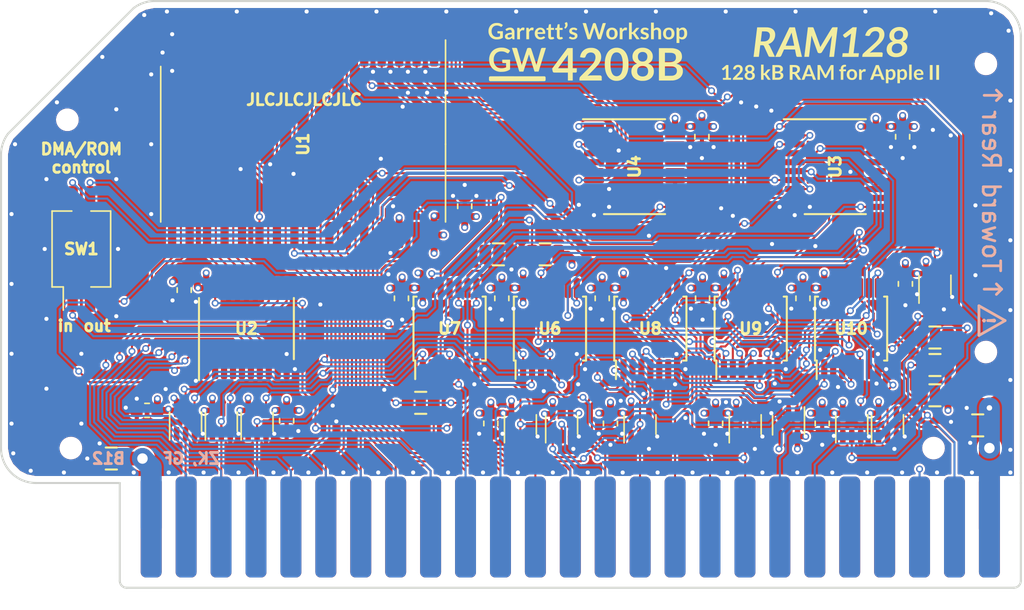
<source format=kicad_pcb>
(kicad_pcb (version 20221018) (generator pcbnew)
  (title_block (title "RAM128 (GW4208B)") (date "2023-12-07") (rev "1.2") (company "Garrett's Workshop"))
  (layers (0 "F.Cu" signal) (1 "In1.Cu" power) (2 "In2.Cu" power) (31 "B.Cu" signal) (34 "B.Paste" user) (35 "F.Paste" user) (36 "B.SilkS" user "B.Silkscreen") (37 "F.SilkS" user "F.Silkscreen") (38 "B.Mask" user) (39 "F.Mask" user) (44 "Edge.Cuts" user))
  (net 0 "")
  (net 1 "+5V")
  (net 2 "GND")
  (net 3 "/A4")
  (net 4 "/D7")
  (net 5 "/D6")
  (net 6 "/A8")
  (net 7 "/A7")
  (net 8 "/A6")
  (net 9 "/A5")
  (net 10 "/A3")
  (net 11 "/A2")
  (net 12 "/A1")
  (net 13 "/A0")
  (net 14 "/A9")
  (net 15 "/D1")
  (net 16 "/D5")
  (net 17 "/D0")
  (net 18 "/D2")
  (net 19 "/D3")
  (net 20 "/D4")
  (net 21 "/A10")
  (net 22 "+12V")
  (net 23 "-12V")
  (net 24 "-5V")
  (net 25 "/~{IOSEL}")
  (net 26 "/A11")
  (net 27 "/A12")
  (net 28 "/A13")
  (net 29 "/A14")
  (net 30 "/A15")
  (net 31 "/~{IOSTRB}")
  (net 32 "/RDY")
  (net 33 "/DMA")
  (net 34 "/~{NMI}")
  (net 35 "/~{IRQ}")
  (net 36 "/~{RES}")
  (net 37 "/~{INH}")
  (net 38 "/COLORREF")
  (net 39 "/7M")
  (net 40 "/Q3")
  (net 41 "/PHI1")
  (net 42 "/USER1")
  (net 43 "/PHI0")
  (net 44 "/~{DEVSEL}")
  (net 45 "/INTin")
  (net 46 "/DMAin")
  (net 47 "/VIDSYNC")
  (net 48 "/R~{CS}")
  (net 49 "/RA15")
  (net 50 "/RA16")
  (net 51 "/RA14")
  (net 52 "/RA12")
  (net 53 "/RD7")
  (net 54 "/RD6")
  (net 55 "/RD5")
  (net 56 "/RD4")
  (net 57 "/RD3")
  (net 58 "/RD2")
  (net 59 "/RD1")
  (net 60 "/RD0")
  (net 61 "/BankAB")
  (net 62 "/ENWR1")
  (net 63 "/ENRD")
  (net 64 "/ENWR")
  (net 65 "/ENWR1A0")
  (net 66 "Net-(U11-Y)")
  (net 67 "/~{A0XOR1}")
  (net 68 "Net-(U10-Pad1)")
  (net 69 "Net-(U10-Pad2)")
  (net 70 "Net-(U10-Pad4)")
  (net 71 "Net-(U10-Pad5)")
  (net 72 "Net-(U10-Pad10)")
  (net 73 "Net-(U10-Pad9)")
  (net 74 "Net-(U10-Pad8)")
  (net 75 "/INHOE")
  (net 76 "Net-(U10-Pad11)")
  (net 85 "/~{A2}clk")
  (net 86 "/A2clk")
  (net 87 "/R~{W}")
  (net 90 "Net-(U19-Y)")
  (net 95 "/DMAout")
  (net 96 "Net-(U8-Pad11)")
  (net 97 "Net-(U9-Pad10)")
  (net 99 "Net-(R2-Pad1)")
  (net 100 "Net-(R4-Pad2)")
  (net 101 "Net-(U6-Pad11)")
  (net 102 "/RCS")
  (net 104 "/~{A1}")
  (net 105 "/~{A0}")
  (net 106 "/~{DMAout}")
  (net 107 "/~{A13}")
  (net 108 "/~{R}W")
  (net 110 "/~{A2}")
  (net 112 "/DDIR")
  (net 113 "/R~{WE}")
  (net 114 "/D~{OE}")
  (footprint "stdpads:AppleIIBus_Edge" (layer "F.Cu") (at 106.68 135.382)
    (fp_text reference "J1" hide)
    (fp_text value "AppleIIBus")
  )
  (footprint "stdpads:C_0805" (layer "F.Cu") (at 136.31 127.889 180)
    (fp_text reference "C1")
    (fp_text value "10u")
  )
  (footprint "stdpads:Fiducial" (layer "F.Cu") (at 136.906 103.886 -90)
    (fp_text reference "FID3" hide)
    (fp_text value "Fiducial" hide)
  )
  (footprint "stdpads:PasteHole_1.152mm_NPTH" (layer "F.Cu") (at 70.358 129.54)
    (fp_text reference "H1")
    (fp_text value " " hide)
  )
  (footprint "stdpads:PasteHole_1.152mm_NPTH" (layer "F.Cu") (at 136.906 122.555 -90)
    (fp_text reference "H2")
    (fp_text value " " hide)
  )
  (footprint "stdpads:Fiducial" (layer "F.Cu") (at 136.906 124.841)
    (fp_text reference "FID4" hide)
    (fp_text value "Fiducial" hide)
  )
  (footprint "stdpads:C_0603" (layer "F.Cu") (at 109.6 127.75 -90)
    (fp_text reference "C4")
    (fp_text value "2u2")
  )
  (footprint "stdpads:R_0805" (layer "F.Cu") (at 133.2 123.5 180)
    (fp_text reference "R1")
    (fp_text value "3k3")
  )
  (footprint "stdpads:SOT-353" (layer "F.Cu") (at 122.55 127.85 180)
    (fp_text reference "U11")
    (fp_text value "74AHCT1G126GW")
  )
  (footprint "stdpads:TSSOP-20_4.4x6.5mm_P0.65mm" (layer "F.Cu") (at 125.95 109.075 -90)
    (fp_text reference "U3")
    (fp_text value "74HCT273PW")
  )
  (footprint "stdpads:SOT-353" (layer "F.Cu") (at 127.15 127.85)
    (fp_text reference "U19")
    (fp_text value "74AHCT1G04GW")
  )
  (footprint "stdpads:SOT-353" (layer "F.Cu") (at 78.7 127.65)
    (fp_text reference "U13")
    (fp_text value "74AHCT1G04GW")
  )
  (footprint "stdpads:C_0603" (layer "F.Cu") (at 117.25 127.75 -90)
    (fp_text reference "C5")
    (fp_text value "2u2")
  )
  (footprint "stdpads:SOT-353" (layer "F.Cu") (at 111.75 127.85)
    (fp_text reference "U15")
    (fp_text value "74AHCT1G04GW")
  )
  (footprint "stdpads:SOT-353" (layer "F.Cu") (at 119.4 127.85)
    (fp_text reference "U16")
    (fp_text value "74AHCT1G04GW")
  )
  (footprint "stdpads:C_0603" (layer "F.Cu") (at 75.9 126.8 180)
    (fp_text reference "C2")
    (fp_text value "2u2")
  )
  (footprint "stdpads:SOT-353" (layer "F.Cu") (at 129.75 127.85)
    (fp_text reference "U20")
    (fp_text value "74AHCT1G04GW")
  )
  (footprint "stdpads:TSSOP-14_4.4x5mm_P0.65mm" (layer "F.Cu") (at 97.9 120.85)
    (fp_text reference "U7")
    (fp_text value "74AHCT32PW")
  )
  (footprint "stdpads:TSSOP-14_4.4x5mm_P0.65mm" (layer "F.Cu") (at 127.1 120.85)
    (fp_text reference "U10")
    (fp_text value "74AHCT32PW")
  )
  (footprint "stdpads:C_0603" (layer "F.Cu") (at 116.3 118.65 -90)
    (fp_text reference "C11")
    (fp_text value "2u2")
  )
  (footprint "stdpads:TSSOP-14_4.4x5mm_P0.65mm" (layer "F.Cu") (at 119.8 120.85)
    (fp_text reference "U9")
    (fp_text value "74AHCT08PW")
  )
  (footprint "stdpads:C_0603" (layer "F.Cu") (at 94.4 118.65 -90)
    (fp_text reference "C8")
    (fp_text value "2u2")
  )
  (footprint "stdpads:TSSOP-14_4.4x5mm_P0.65mm" (layer "F.Cu") (at 112.5 120.85)
    (fp_text reference "U8")
    (fp_text value "74AHCT08PW")
  )
  (footprint "stdpads:C_0603" (layer "F.Cu") (at 101.7 118.65 -90)
    (fp_text reference "C9")
    (fp_text value "2u2")
  )
  (footprint "stdpads:TSSOP-14_4.4x5mm_P0.65mm" (layer "F.Cu") (at 105.2 120.85)
    (fp_text reference "U6")
    (fp_text value "74AHCT08PW")
  )
  (footprint "stdpads:C_0603" (layer "F.Cu") (at 123.6 118.65 -90)
    (fp_text reference "C12")
    (fp_text value "2u2")
  )
  (footprint "stdpads:C_0603" (layer "F.Cu") (at 109 118.65 -90)
    (fp_text reference "C10")
    (fp_text value "2u2")
  )
  (footprint "stdpads:C_0603" (layer "F.Cu") (at 125 127.75 -90)
    (fp_text reference "C6")
    (fp_text value "2u2")
  )
  (footprint "stdpads:SOP-32_450mil" (layer "F.Cu") (at 87.249 107.442 180)
    (fp_text reference "U1")
    (fp_text value "621024")
  )
  (footprint "stdpads:R_0805" (layer "F.Cu") (at 101.45 115.45)
    (fp_text reference "R2")
    (fp_text value "22k")
  )
  (footprint "stdpads:TSSOP-20_4.4x6.5mm_P0.65mm" (layer "F.Cu") (at 111.35 109.075 -90)
    (fp_text reference "U4")
    (fp_text value "74HCT273PW")
  )
  (footprint "stdpads:C_0603" (layer "F.Cu") (at 116.25 106.9 -90)
    (fp_text reference "C13")
    (fp_text value "2u2")
  )
  (footprint "stdpads:C_0603" (layer "F.Cu") (at 130.85 106.9 -90)
    (fp_text reference "C14")
    (fp_text value "2u2")
  )
  (footprint "stdpads:Fiducial" (layer "F.Cu") (at 67.818 129.54)
    (fp_text reference "FID1" hide)
    (fp_text value "Fiducial" hide)
  )
  (footprint "stdpads:Fiducial" (layer "F.Cu") (at 75.438 100.711 90)
    (fp_text reference "FID2" hide)
    (fp_text value "Fiducial" hide)
  )
  (footprint "stdpads:TSSOP-20_4.4x6.5mm_P0.65mm" (layer "F.Cu") (at 83.125 120.85)
    (fp_text reference "U2")
    (fp_text value "74HCT245PW")
  )
  (footprint "stdpads:C_0805" (layer "F.Cu") (at 73.3 130.3 180)
    (fp_text reference "C16")
    (fp_text value "10u")
  )
  (footprint "stdpads:SOT-353" (layer "F.Cu") (at 81.3 127.65)
    (fp_text reference "U14")
    (fp_text value "74AHCT1G04GW")
  )
  (footprint "stdpads:SOT-353" (layer "F.Cu") (at 83.9 127.65)
    (fp_text reference "U12")
    (fp_text value "74AHCT1G04GW")
  )
  (footprint "stdpads:C_0603" (layer "F.Cu") (at 86.05 127.55 -90)
    (fp_text reference "C3")
    (fp_text value "2u2")
  )
  (footprint "stdpads:C_0603" (layer "F.Cu") (at 78.6 118.05 -90)
    (fp_text reference "C7")
    (fp_text value "2u2")
  )
  (footprint "stdpads:PasteHole_1.152mm_NPTH" (layer "F.Cu") (at 133.096 129.54)
    (fp_text reference "H5")
    (fp_text value " " hide)
  )
  (footprint "stdpads:SOT-353" (layer "F.Cu") (at 133.2 117.7)
    (fp_text reference "U17")
    (fp_text value "74AHCT1G04GW")
  )
  (footprint "stdpads:C_0603" (layer "F.Cu") (at 131.05 117.6 -90)
    (fp_text reference "C15")
    (fp_text value "2u2")
  )
  (footprint "stdpads:R_0805" (layer "F.Cu") (at 133.2 125.7 180)
    (fp_text reference "R3")
    (fp_text value "10k")
  )
  (footprint "stdpads:R_0805" (layer "F.Cu") (at 104.85 115.45 180)
    (fp_text reference "R4")
    (fp_text value "22k")
  )
  (footprint "stdpads:PasteHole_1.152mm_NPTH" (layer "F.Cu") (at 136.906 101.6 -90)
    (fp_text reference "H3")
    (fp_text value " " hide)
  )
  (footprint "stdpads:R_0805" (layer "F.Cu") (at 133.2 121.5)
    (fp_text reference "R5")
    (fp_text value "0")
  )
  (footprint "stdpads:PasteHole_1.152mm_NPTH" (layer "F.Cu") (at 70.104 105.664 -90)
    (fp_text reference "H4")
    (fp_text value " " hide)
  )
  (footprint "stdpads:SW_DIP_SPSTx02_Slide_DSHP02TS_P1.27mm" (layer "F.Cu") (at 71.12 115.062)
    (fp_text reference "SW1")
    (fp_text value "DMA/ROM")
  )
  (footprint "LOGO" (layer "F.Cu") (at 107.95 100.9015)
    (fp_text reference "G***" hide)
    (fp_text value "LOGO" hide)
  )
  (footprint "stdpads:C_0603" (layer "F.Cu") (at 100.9 127.75 -90)
    (fp_text reference "C17")
    (fp_text value "2u2")
  )
  (footprint "stdpads:SOT-353" (layer "F.Cu") (at 106.05 127.85)
    (fp_text reference "U5")
    (fp_text value "74AHCT1G32GW")
  )
  (footprint "stdpads:C_0603" (layer "F.Cu") (at 99 111.95 90)
    (fp_text reference "C18")
    (fp_text value "2u2")
  )
  (footprint "stdpads:SOT-353" (layer "F.Cu") (at 103.05 127.85)
    (fp_text reference "U18")
    (fp_text value "74AHCT1G32GW")
  )
  (footprint "LOGO" (layer "F.Cu") (at 125.603 100.7745)
    (fp_text reference "G***" hide)
    (fp_text value "LOGO" hide)
  )
  (footprint "stdpads:R_0805" (layer "F.Cu") (at 95.8 126.25 180)
    (fp_text reference "R6")
    (fp_text value "DNP")
  )
  (gr_line (start 138.049 103.886) (end 137.668 104.267) (stroke (width 0.2)) (layer "B.SilkS"))
  (gr_line (start 138.049 117.983) (end 137.668 118.364) (stroke (width 0.2)) (layer "B.SilkS"))
  (gr_line (start 136.779 117.983) (end 138.049 117.983) (stroke (width 0.2)) (layer "B.SilkS"))
  (gr_line (start 138.049 103.886) (end 137.668 103.505) (stroke (width 0.2)) (layer "B.SilkS"))
  (gr_line (start 136.779 103.886) (end 138.049 103.886) (stroke (width 0.2)) (layer "B.SilkS"))
  (gr_line (start 138.049 117.983) (end 137.668 117.602) (stroke (width 0.2)) (layer "B.SilkS"))
  (gr_line (start 136.398 119.1895) (end 138.303 120.269) (stroke (width 0.2)) (layer "B.SilkS"))
  (gr_line (start 136.398 121.3485) (end 136.398 119.1895) (stroke (width 0.2)) (layer "B.SilkS"))
  (gr_line (start 138.303 120.269) (end 136.398 121.3485) (stroke (width 0.2)) (layer "B.SilkS"))
  (gr_line (start 138.938 139.7) (end 74.422 139.7) (stroke (width 0.15)) (layer "Edge.Cuts"))
  (gr_arc (start 74.422 139.7) (mid 74.06279 139.55121) (end 73.914 139.192) (stroke (width 0.15)) (layer "Edge.Cuts"))
  (gr_arc (start 139.446 139.192) (mid 139.29721 139.55121) (end 138.938 139.7) (stroke (width 0.15)) (layer "Edge.Cuts"))
  (gr_line (start 73.914 132.08) (end 73.914 139.192) (stroke (width 0.15)) (layer "Edge.Cuts"))
  (gr_line (start 139.446 132.08) (end 139.446 139.192) (stroke (width 0.15)) (layer "Edge.Cuts"))
  (gr_line (start 76.454 97.028) (end 136.906 97.028) (stroke (width 0.15)) (layer "Edge.Cuts"))
  (gr_arc (start 136.906 97.028) (mid 138.702051 97.771949) (end 139.446 99.568) (stroke (width 0.15)) (layer "Edge.Cuts"))
  (gr_line (start 139.446 99.568) (end 139.446 132.08) (stroke (width 0.15)) (layer "Edge.Cuts"))
  (gr_line (start 65.278 108.204) (end 65.278 129.54) (stroke (width 0.15)) (layer "Edge.Cuts"))
  (gr_line (start 67.818 132.08) (end 73.914 132.08) (stroke (width 0.15)) (layer "Edge.Cuts"))
  (gr_arc (start 74.93 97.536) (mid 75.650781 97.158344) (end 76.454 97.028) (stroke (width 0.15)) (layer "Edge.Cuts"))
  (gr_arc (start 67.818 132.08) (mid 66.021949 131.336051) (end 65.278 129.54) (stroke (width 0.15)) (layer "Edge.Cuts"))
  (gr_line (start 65.786001 106.679999) (end 74.93 97.536) (stroke (width 0.15)) (layer "Edge.Cuts"))
  (gr_arc (start 65.278 108.204) (mid 65.408345 107.400781) (end 65.786001 106.679999) (stroke (width 0.15)) (layer "Edge.Cuts"))
  (gr_text "Toward Rear" (at 137.287 110.871 270) (layer "B.SilkS") (effects (font (size 1.27 1.27) (thickness 0.2)) (justify mirror)))
  (gr_text "!" (at 137.0965 120.269 -90) (layer "B.SilkS") (effects (font (size 0.8128 0.8128) (thickness 0.1905)) (justify mirror)))
  (gr_text "ZK, GF" (at 79.121 130.302) (layer "B.SilkS") (effects (font (size 0.8128 0.8128) (thickness 0.2032) bold) (justify mirror)))
  (gr_text "B12" (at 73.0885 130.302) (layer "B.SilkS") (effects (font (size 0.8128 0.8128) (thickness 0.2032) bold) (justify mirror)))
  (gr_text "in" (at 69.977 120.65) (layer "F.SilkS") (effects (font (size 0.8128 0.8128) (thickness 0.2032))))
  (gr_text "out" (at 72.263 120.65) (layer "F.SilkS") (effects (font (size 0.8128 0.8128) (thickness 0.2032))))
  (gr_text "JLCJLCJLCJLC" (at 87.3125 104.2035) (layer "F.SilkS") (effects (font (size 0.8128 0.8128) (thickness 0.2032))))
  (gr_text "DMA/ROM\ncontrol" (at 71.12 108.458) (layer "F.SilkS") (effects (font (size 0.8182 0.8128) (thickness 0.2032))))
  (segment (start 117.25 127) (end 118.15 127) (width 0.5) (layer "F.Cu") (net 1))
  (segment (start 117.25 127) (end 117.25 126.2) (width 0.5) (layer "F.Cu") (net 1))
  (segment (start 117.25 127) (end 116.4 127) (width 0.5) (layer "F.Cu") (net 1))
  (segment (start 103.25 117.9) (end 102.65 117.9) (width 0.45) (layer "F.Cu") (net 1))
  (segment (start 110.55 117.9) (end 110.55 116.8) (width 0.45) (layer "F.Cu") (net 1))
  (segment (start 110.55 117.9) (end 109.95 117.9) (width 0.45) (layer "F.Cu") (net 1))
  (segment (start 103.25 117.9) (end 103.25 119) (width 0.45) (layer "F.Cu") (net 1))
  (segment (start 110.55 117.9) (end 110.55 119) (width 0.45) (layer "F.Cu") (net 1))
  (segment (start 101.7 117.9) (end 102.65 117.9) (width 0.5) (layer "F.Cu") (net 1))
  (segment (start 101.7 117.9) (end 101.7 117.1) (width 0.5) (layer "F.Cu") (net 1))
  (segment (start 103.25 117.9) (end 103.25 116.8) (width 0.45) (layer "F.Cu") (net 1))
  (segment (start 101.7 117.9) (end 100.85 117.9) (width 0.5) (layer "F.Cu") (net 1))
  (segment (start 109 117.9) (end 108.15 117.9) (width 0.5) (layer "F.Cu") (net 1))
  (segment (start 109 117.9) (end 109 117.1) (width 0.5) (layer "F.Cu") (net 1))
  (segment (start 109 117.9) (end 109.95 117.9) (width 0.5) (layer "F.Cu") (net 1))
  (segment (start 95.95 117.9) (end 95.95 119) (width 0.45) (layer "F.Cu") (net 1))
  (segment (start 94.4 117.9) (end 93.55 117.9) (width 0.5) (layer "F.Cu") (net 1))
  (segment (start 94.4 117.9) (end 95.35 117.9) (width 0.5) (layer "F.Cu") (net 1))
  (segment (start 117.85 117.9) (end 117.85 116.8) (width 0.45) (layer "F.Cu") (net 1))
  (segment (start 116.3 117.9) (end 116.3 117.1) (width 0.5) (layer "F.Cu") (net 1))
  (segment (start 123.6 117.9) (end 124.55 117.9) (width 0.5) (layer "F.Cu") (net 1))
  (segment (start 116.3 117.9) (end 115.45 117.9) (width 0.5) (layer "F.Cu") (net 1))
  (segment (start 95.95 117.9) (end 95.35 117.9) (width 0.45) (layer "F.Cu") (net 1))
  (segment (start 116.3 117.9) (end 117.25 117.9) (width 0.5) (layer "F.Cu") (net 1))
  (segment (start 117.85 117.9) (end 117.85 119) (width 0.45) (layer "F.Cu") (net 1))
  (segment (start 125.15 117.9) (end 124.55 117.9) (width 0.45) (layer "F.Cu") (net 1))
  (segment (start 125.15 117.9) (end 125.15 116.8) (width 0.45) (layer "F.Cu") (net 1))
  (segment (start 117.85 117.9) (end 117.25 117.9) (width 0.45) (layer "F.Cu") (net 1))
  (segment (start 123.6 117.9) (end 123.6 117.1) (width 0.5) (layer "F.Cu") (net 1))
  (segment (start 123.6 117.9) (end 122.75 117.9) (width 0.5) (layer "F.Cu") (net 1))
  (segment (start 125.15 117.9) (end 125.15 119) (width 0.45) (layer "F.Cu") (net 1))
  (segment (start 94.234 114.092) (end 94.234 112.776) (width 0.5) (layer "F.Cu") (net 1))
  (segment (start 114.3 106.15) (end 115.4 106.15) (width 0.45) (layer "F.Cu") (net 1))
  (segment (start 116.25 106.15) (end 116.25 105.35) (width 0.5) (layer "F.Cu") (net 1))
  (segment (start 114.3 106.15) (end 113.2 106.15) (width 0.45) (layer "F.Cu") (net 1))
  (segment (start 116.25 106.15) (end 115.4 106.15) (width 0.5) (layer "F.Cu") (net 1))
  (segment (start 114.3 106.15) (end 114.3 105.55) (width 0.45) (layer "F.Cu") (net 1))
  (segment (start 116.25 106.15) (end 117.1 106.15) (width 0.5) (layer "F.Cu") (net 1))
  (segment (start 130.85 106.15) (end 131.7 106.15) (width 0.5) (layer "F.Cu") (net 1))
  (segment (start 128.9 106.15) (end 128.9 105.55) (width 0.45) (layer "F.Cu") (net 1))
  (segment (start 130.85 106.15) (end 130 106.15) (width 0.5) (layer "F.Cu") (net 1))
  (segment (start 128.9 106.15) (end 127.8 106.15) (width 0.45) (layer "F.Cu") (net 1))
  (segment (start 130.85 106.15) (end 130.85 105.35) (width 0.5) (layer "F.Cu") (net 1))
  (segment (start 128.9 106.15) (end 130 106.15) (width 0.45) (layer "F.Cu") (net 1))
  (segment (start 80.2 117.9) (end 79.6 117.9) (width 0.45) (layer "F.Cu") (net 1))
  (segment (start 80.2 117.9) (end 80.2 116.8) (width 0.45) (layer "F.Cu") (net 1))
  (segment (start 86.05 126.8) (end 85.2 126.8) (width 0.5) (layer "F.Cu") (net 1))
  (segment (start 86.05 126.8) (end 86.05 126) (width 0.5) (layer "F.Cu") (net 1))
  (segment (start 86.05 126.8) (end 86.95 126.8) (width 0.5) (layer "F.Cu") (net 1))
  (segment (start 83.25 126.8) (end 82.65 126.8) (width 0.4) (layer "F.Cu") (net 1))
  (segment (start 80.65 126.8) (end 80.05 126.8) (width 0.4) (layer "F.Cu") (net 1))
  (segment (start 80.65 126.8) (end 80.65 125.9) (width 0.4) (layer "F.Cu") (net 1))
  (segment (start 96.774 115.3795) (end 96.774 112.649) (width 0.5) (layer "F.Cu") (net 1))
  (segment (start 78.6 117.3) (end 77.9 117.3) (width 0.5) (layer "F.Cu") (net 1))
  (segment (start 109.6 127) (end 110.5 127) (width 0.5) (layer "F.Cu") (net 1))
  (segment (start 83.25 126.8) (end 83.25 125.9) (width 0.4) (layer "F.Cu") (net 1))
  (segment (start 94.45 117.85) (end 94.45 117.1) (width 0.5) (layer "F.Cu") (net 1))
  (segment (start 78.05 126.8) (end 78.05 126.1) (width 0.4) (layer "F.Cu") (net 1))
  (segment (start 131.05 116.85) (end 131.05 116.05) (width 0.5) (layer "F.Cu") (net 1))
  (segment (start 125 127) (end 124.15 127) (width 0.5) (layer "F.Cu") (net 1))
  (segment (start 105.4 127.05) (end 104.8 127.05) (width 0.4) (layer "F.Cu") (net 1))
  (segment (start 111.1 127) (end 110.5 127) (width 0.4) (layer "F.Cu") (net 1))
  (segment (start 125 127) (end 125 126.2) (width 0.5) (layer "F.Cu") (net 1))
  (segment (start 137.16 135.382) (end 137.16 129.54) (width 1.524) (layer "F.Cu") (net 1))
  (segment (start 78.05 126.1) (end 77.85 125.9) (width 0.4) (layer "F.Cu") (net 1))
  (segment (start 129.1 127) (end 128.5 127) (width 0.4) (layer "F.Cu") (net 1))
  (segment (start 76.65 126.8) (end 76.65 125.95) (width 0.5) (layer "F.Cu") (net 1))
  (segment (start 100.9 127) (end 100.9 126.2) (width 0.5) (layer "F.Cu") (net 1))
  (segment (start 118.75 127) (end 118.75 126.2) (width 0.4) (layer "F.Cu") (net 1))
  (segment (start 125 127) (end 125.9 127) (width 0.5) (layer "F.Cu") (net 1))
  (segment (start 102.4 127) (end 102.4 126.1) (width 0.4) (layer "F.Cu") (net 1))
  (segment (start 109.6 127) (end 109.6 126.2) (width 0.5) (layer "F.Cu") (net 1))
  (segment (start 94.4 117.9) (end 94.45 117.85) (width 0.5) (layer "F.Cu") (net 1))
  (segment (start 78.05 126.8) (end 77.55 126.8) (width 0.4) (layer "F.Cu") (net 1))
  (segment (start 95.6 116.8) (end 95.8 116.8) (width 0.45) (layer "F.Cu") (net 1))
  (segment (start 123.2 128.7) (end 123.2 129.6) (width 0.4) (layer "F.Cu") (net 1))
  (segment (start 77.9 117.3) (end 77.75 117.45) (width 0.5) (layer "F.Cu") (net 1))
  (segment (start 132.55 116.85) (end 131.9 116.85) (width 0.4) (layer "F.Cu") (net 1))
  (segment (start 111.1 127) (end 111.1 126.1) (width 0.4) (layer "F.Cu") (net 1))
  (segment (start 98.949 112.649) (end 99 112.7) (width 0.5) (layer "F.Cu") (net 1))
  (segment (start 102.4 127) (end 101.8 127) (width 0.4) (layer "F.Cu") (net 1))
  (segment (start 137.16 127.889) (end 137.16 126.619) (width 0.762) (layer "F.Cu") (net 1))
  (segment (start 134.15 125.7) (end 134.15 126.8) (width 0.5) (layer "F.Cu") (net 1))
  (segment (start 123.2 128.7) (end 123.8 128.7) (width 0.4) (layer "F.Cu") (net 1))
  (segment (start 77.55 126.8) (end 77.45 126.7) (width 0.4) (layer "F.Cu") (net 1))
  (segment (start 109.6 127) (end 108.75 127) (width 0.5) (layer "F.Cu") (net 1))
  (segment (start 100.9 127) (end 100.05 127) (width 0.5) (layer "F.Cu") (net 1))
  (segment (start 131.05 116.85) (end 131.9 116.85) (width 0.5) (layer "F.Cu") (net 1))
  (segment (start 96.774 114.046) (end 97.4725 114.046) (width 0.5) (layer "F.Cu") (net 1))
  (segment (start 78.6 117.3) (end 79.35 117.3) (width 0.5) (layer "F.Cu") (net 1))
  (segment (start 95.95 116.95) (end 95.95 117.9) (width 0.45) (layer "F.Cu") (net 1))
  (segment (start 100.9 127) (end 101.8 127) (width 0.5) (layer "F.Cu") (net 1))
  (segment (start 132.55 116.85) (end 132.55 115.95) (width 0.4) (layer "F.Cu") (net 1))
  (segment (start 96.774 112.649) (end 98.949 112.649) (width 0.5) (layer "F.Cu") (net 1))
  (segment (start 129.1 127) (end 129.1 126.15) (width 0.4) (layer "F.Cu") (net 1))
  (segment (start 77.35 126.8) (end 77.45 126.7) (width 0.5) (layer "F.Cu") (net 1))
  (segment (start 106.8 116.25) (end 106.8 115.75) (width 0.5) (layer "F.Cu") (net 1))
  (segment (start 137.16 127.889) (end 137.16 129.54) (width 0.762) (layer "F.Cu") (net 1))
  (segment (start 134.15 123.5) (end 134.15 125.7) (width 0.5) (layer "F.Cu") (net 1))
  (segment (start 118.75 127) (end 118.15 127) (width 0.4) (layer "F.Cu") (net 1))
  (segment (start 106.8 115.75) (end 106.5 115.45) (width 0.5) (layer "F.Cu") (net 1))
  (segment (start 79.55 117.55) (end 79.55 117.85) (width 0.5) (layer "F.Cu") (net 1))
  (segment (start 76.65 126.8) (end 77.35 126.8) (width 0.5) (layer "F.Cu") (net 1))
  (segment (start 99 112.7) (end 99 113.5) (width 0.5) (layer "F.Cu") (net 1))
  (segment (start 126.5 127) (end 125.9 127) (width 0.4) (layer "F.Cu") (net 1))
  (segment (start 106.5 115.45) (end 105.8 115.45) (width 0.5) (layer "F.Cu") (net 1))
  (segment (start 95.8 116.8) (end 95.95 116.95) (width 0.45) (layer "F.Cu") (net 1))
  (segment (start 99 112.7) (end 99.85 112.7) (width 0.5) (layer "F.Cu") (net 1))
  (segment (start 105.4 127.05) (end 105.4 126.15) (width 0.4) (layer "F.Cu") (net 1))
  (segment (start 126.5 127) (end 126.5 126.2) (width 0.4) (layer "F.Cu") (net 1))
  (segment (start 79.35 117.3) (end 79.5 117.45) (width 0.5) (layer "F.Cu") (net 1))
  (segment (start 79.55 117.85) (end 79.6 117.9) (width 0.5) (layer "F.Cu") (net 1))
  (via (at 116.4 127) (size 0.5) (drill 0.3) (layers "F.Cu" "B.Cu") (net 1))
  (via (at 117.25 126.2) (size 0.5) (drill 0.3) (layers "F.Cu" "B.Cu") (net 1))
  (via (at 109 117.1) (size 0.5) (drill 0.3) (layers "F.Cu" "B.Cu") (net 1))
  (via (at 108.15 117.9) (size 0.5) (drill 0.3) (layers "F.Cu" "B.Cu") (net 1))
  (via (at 109.95 117.9) (size 0.5) (drill 0.3) (layers "F.Cu" "B.Cu") (net 1))
  (via (at 103.25 119) (size 0.5) (drill 0.3) (layers "F.Cu" "B.Cu") (net 1))
  (via (at 103.25 116.8) (size 0.5) (drill 0.3) (layers "F.Cu" "B.Cu") (net 1))
  (via (at 101.7 117.1) (size 0.5) (drill 0.3) (layers "F.Cu" "B.Cu") (net 1))
  (via (at 110.55 119) (size 0.5) (drill 0.3) (layers "F.Cu" "B.Cu") (net 1))
  (via (at 100.85 117.9) (size 0.5) (drill 0.3) (layers "F.Cu" "B.Cu") (net 1))
  (via (at 110.55 116.8) (size 0.5) (drill 0.3) (layers "F.Cu" "B.Cu") (net 1))
  (via (at 102.65 117.9) (size 0.5) (drill 0.3) (layers "F.Cu" "B.Cu") (net 1))
  (via (at 95.95 119) (size 0.5) (drill 0.3) (layers "F.Cu" "B.Cu") (net 1))
  (via (at 94.45 117.1) (size 0.5) (drill 0.3) (layers "F.Cu" "B.Cu") (net 1))
  (via (at 125.15 116.8) (size 0.5) (drill 0.3) (layers "F.Cu" "B.Cu") (net 1))
  (via (at 115.45 117.9) (size 0.5) (drill 0.3) (layers "F.Cu" "B.Cu") (net 1))
  (via (at 123.6 117.1) (size 0.5) (drill 0.3) (layers "F.Cu" "B.Cu") (net 1))
  (via (at 116.3 117.1) (size 0.5) (drill 0.3) (layers "F.Cu" "B.Cu") (net 1))
  (via (at 93.55 117.9) (size 0.5) (drill 0.3) (layers "F.Cu" "B.Cu") (net 1))
  (via (at 95.35 117.9) (size 0.5) (drill 0.3) (layers "F.Cu" "B.Cu") (net 1))
  (via (at 117.85 119) (size 0.5) (drill 0.3) (layers "F.Cu" "B.Cu") (net 1))
  (via (at 117.85 116.8) (size 0.5) (drill 0.3) (layers "F.Cu" "B.Cu") (net 1))
  (via (at 117.25 117.9) (size 0.5) (drill 0.3) (layers "F.Cu" "B.Cu") (net 1))
  (via (at 125.15 119) (size 0.5) (drill 0.3) (layers "F.Cu" "B.Cu") (net 1))
  (via (at 122.75 117.9) (size 0.5) (drill 0.3) (layers "F.Cu" "B.Cu") (net 1))
  (via (at 124.55 117.9) (size 0.5) (drill 0.3) (layers "F.Cu" "B.Cu") (net 1))
  (via (at 94.234 112.776) (size 0.5) (drill 0.3) (layers "F.Cu" "B.Cu") (net 1))
  (via (at 96.774 112.649) (size 0.5) (drill 0.3) (layers "F.Cu" "B.Cu") (net 1))
  (via (at 115.4 106.15) (size 0.5) (drill 0.3) (layers "F.Cu" "B.Cu") (net 1))
  (via (at 116.25 105.35) (size 0.5) (drill 0.3) (layers "F.Cu" "B.Cu") (net 1))
  (via (at 113.2 106.15) (size 0.5) (drill 0.3) (layers "F.Cu" "B.Cu") (net 1))
  (via (at 117.1 106.15) (size 0.5) (drill 0.3) (layers "F.Cu" "B.Cu") (net 1))
  (via (at 114.3 105.55) (size 0.5) (drill 0.3) (layers "F.Cu" "B.Cu") (net 1))
  (via (at 128.9 105.55) (size 0.5) (drill 0.3) (layers "F.Cu" "B.Cu") (net 1))
  (via (at 131.7 106.15) (size 0.5) (drill 0.3) (layers "F.Cu" "B.Cu") (net 1))
  (via (at 127.8 106.15) (size 0.5) (drill 0.3) (layers "F.Cu" "B.Cu") (net 1))
  (via (at 130.85 105.35) (size 0.5) (drill 0.3) (layers "F.Cu" "B.Cu") (net 1))
  (via (at 130 106.15) (size 0.5) (drill 0.3) (layers "F.Cu" "B.Cu") (net 1))
  (via (at 79.6 117.9) (size 0.5) (drill 0.3) (layers "F.Cu" "B.Cu") (net 1))
  (via (at 80.2 116.8) (size 0.5) (drill 0.3) (layers "F.Cu" "B.Cu") (net 1))
  (via (at 85.2 126.8) (size 0.5) (drill 0.3) (layers "F.Cu" "B.Cu") (net 1))
  (via (at 86.95 126.8) (size 0.5) (drill 0.3) (layers "F.Cu" "B.Cu") (net 1))
  (via (at 86.05 126) (size 0.5) (drill 0.3) (layers "F.Cu" "B.Cu") (net 1))
  (via (at 80.05 126.8) (size 0.5) (drill 0.3) (layers "F.Cu" "B.Cu") (net 1))
  (via (at 80.65 125.9) (size 0.5) (drill 0.3) (layers "F.Cu" "B.Cu") (net 1))
  (via (at 82.65 126.8) (size 0.5) (drill 0.3) (layers "F.Cu" "B.Cu") (net 1))
  (via (at 126.5 126.2) (size 0.5) (drill 0.3) (layers "F.Cu" "B.Cu") (net 1))
  (via (at 76.65 125.95) (size 0.5) (drill 0.3) (layers "F.Cu" "B.Cu") (net 1))
  (via (at 101.8 127) (size 0.5) (drill 0.3) (layers "F.Cu" "B.Cu") (net 1))
  (via (at 123.8 128.7) (size 0.5) (drill 0.3) (layers "F.Cu" "B.Cu") (net 1))
  (via (at 97.4725 114.046) (size 0.5) (drill 0.3) (layers "F.Cu" "B.Cu") (net 1))
  (via (at 137.16 126.619) (size 0.8) (drill 0.4) (layers "F.Cu" "B.Cu") (net 1))
  (via (at 100.9 126.2) (size 0.5) (drill 0.3) (layers "F.Cu" "B.Cu") (net 1))
  (via (at 83.25 125.9) (size 0.5) (drill 0.3) (layers "F.Cu" "B.Cu") (net 1))
  (via (at 77.75 117.45) (size 0.5) (drill 0.3) (layers "F.Cu" "B.Cu") (net 1))
  (via (at 106.8 116.25) (size 0.5) (drill 0.3) (layers "F.Cu" "B.Cu") (net 1))
  (via (at 100.05 127) (size 0.5) (drill 0.3) (layers "F.Cu" "B.Cu") (net 1))
  (via (at 95.6 116.8) (size 0.5) (drill 0.3) (layers "F.Cu" "B.Cu") (net 1))
  (via (at 125 126.2) (size 0.5) (drill 0.3) (layers "F.Cu" "B.Cu") (net 1))
  (via (at 105.4 126.15) (size 0.5) (drill 0.3) (layers "F.Cu" "B.Cu") (net 1))
  (via (at 108.75 127) (size 0.5) (drill 0.3) (layers "F.Cu" "B.Cu") (net 1))
  (via (at 118.75 126.2) (size 0.5) (drill 0.3) (layers "F.Cu" "B.Cu") (net 1))
  (via (at 111.1 126.1) (size 0.5) (drill 0.3) (layers "F.Cu" "B.Cu") (net 1))
  (via (at 134.15 126.8) (size 0.5) (drill 0.3) (layers "F.Cu" "B.Cu") (net 1))
  (via (at 109.6 126.2) (size 0.5) (drill 0.3) (layers "F.Cu" "B.Cu") (net 1))
  (via (at 124.15 127) (size 0.5) (drill 0.3) (layers "F.Cu" "B.Cu") (net 1))
  (via (at 131.9 116.85) (size 0.5) (drill 0.3) (layers "F.Cu" "B.Cu") (net 1))
  (via (at 123.2 129.6) (size 0.5) (drill 0.3) (layers "F.Cu" "B.Cu") (net 1))
  (via (at 128.5 127) (size 0.5) (drill 0.3) (layers "F.Cu" "B.Cu") (net 1))
  (via (at 96.774 115.3795) (size 0.5) (drill 0.3) (layers "F.Cu" "B.Cu") (net 1))
  (via (at 129.1 126.15) (size 0.5) (drill 0.3) (layers "F.Cu" "B.Cu") (net 1))
  (via (at 99.85 112.7) (size 0.5) (drill 0.3) (layers "F.Cu" "B.Cu") (net 1))
  (via (at 110.5 127) (size 0.5) (drill 0.3) (layers "F.Cu" "B.Cu") (net 1))
  (via (at 131.05 116.05) (size 0.5) (drill 0.3) (layers "F.Cu" "B.Cu") (net 1))
  (via (at 118.15 127) (size 0.5) (drill 0.3) (layers "F.Cu" "B.Cu") (net 1))
  (via (at 132.55 115.95) (size 0.5) (drill 0.3) (layers "F.Cu" "B.Cu") (net 1))
  (via (at 99 113.5) (size 0.5) (drill 0.3) (layers "F.Cu" "B.Cu") (net 1))
  (via (at 102.4 126.1) (size 0.5) (drill 0.3) (layers "F.Cu" "B.Cu") (net 1))
  (via (at 137.16 129.54) (size 1.524) (drill 0.762) (layers "F.Cu" "B.Cu") (net 1))
  (via (at 77.45 126.7) (size 0.5) (drill 0.3) (layers "F.Cu" "B.Cu") (net 1))
  (via (at 125.9 127) (size 0.5) (drill 0.3) (layers "F.Cu" "B.Cu") (net 1))
  (via (at 104.8 127.05) (size 0.5) (drill 0.3) (layers "F.Cu" "B.Cu") (net 1))
  (via (at 77.85 125.9) (size 0.5) (drill 0.3) (layers "F.Cu" "B.Cu") (net 1))
  (segment (start 137.16 129.54) (end 137.16 126.619) (width 1.524) (layer "B.Cu") (net 1))
  (segment (start 123 112) (end 121.9 112) (width 0.45) (layer "F.Cu") (net 2))
  (segment (start 123 112) (end 123 112.6) (width 0.45) (layer "F.Cu") (net 2))
  (segment (start 123 112) (end 124.1 112) (width 0.45) (layer "F.Cu") (net 2))
  (segment (start 117.25 128.5) (end 118.1 128.5) (width 0.5) (layer "F.Cu") (net 2))
  (segment (start 117.25 128.5) (end 116.4 128.5) (width 0.5) (layer "F.Cu") (net 2))
  (segment (start 117.25 128.5) (end 117.25 129.3) (width 0.5) (layer "F.Cu") (net 2))
  (segment (start 75.15 126.8) (end 75.15 125.95) (width 0.5) (layer "F.Cu") (net 2))
  (segment (start 107.15 123.8) (end 107.15 122.7) (width 0.45) (layer "F.Cu") (net 2))
  (segment (start 107.15 123.8) (end 107.75 123.8) (width 0.45) (layer "F.Cu") (net 2))
  (segment (start 99.85 123.8) (end 100.45 123.8) (width 0.45) (layer "F.Cu") (net 2))
  (segment (start 94.4 119.4) (end 95.25 119.4) (width 0.5) (layer "F.Cu") (net 2))
  (segment (start 99.85 123.8) (end 99.85 122.7) (width 0.45) (layer "F.Cu") (net 2))
  (segment (start 116.3 119.4) (end 115.45 119.4) (width 0.5) (layer "F.Cu") (net 2))
  (segment (start 129.05 123.8) (end 129.05 122.7) (width 0.45) (layer "F.Cu") (net 2))
  (segment (start 123.6 119.4) (end 124.45 119.4) (width 0.5) (layer "F.Cu") (net 2))
  (segment (start 129.05 123.8) (end 129.65 123.8) (width 0.45) (layer "F.Cu") (net 2))
  (segment (start 123.6 119.4) (end 122.75 119.4) (width 0.5) (layer "F.Cu") (net 2))
  (segment (start 116.3 119.4) (end 116.3 120.2) (width 0.5) (layer "F.Cu") (net 2))
  (segment (start 121.75 123.8) (end 122.35 123.8) (width 0.45) (layer "F.Cu") (net 2))
  (segment (start 116.3 119.4) (end 117.15 119.4) (width 0.5) (layer "F.Cu") (net 2))
  (segment (start 121.75 123.8) (end 121.75 122.7) (width 0.45) (layer "F.Cu") (net 2))
  (segment (start 109 119.4) (end 108.15 119.4) (width 0.5) (layer "F.Cu") (net 2))
  (segment (start 109 119.4) (end 109 120.2) (width 0.5) (layer "F.Cu") (net 2))
  (segment (start 109 119.4) (end 109.85 119.4) (width 0.5) (layer "F.Cu") (net 2))
  (segment (start 101.7 119.4) (end 101.7 120.2) (width 0.5) (layer "F.Cu") (net 2))
  (segment (start 101.7 119.4) (end 102.55 119.4) (width 0.5) (layer "F.Cu") (net 2))
  (segment (start 101.7 119.4) (end 100.85 119.4) (width 0.5) (layer "F.Cu") (net 2))
  (segment (start 77.724 100.792) (end 77.724 102.108) (width 0.5) (layer "F.Cu") (net 2))
  (segment (start 77.724 100.792) (end 77.043 100.792) (width 0.5) (layer "F.Cu") (net 2))
  (segment (start 77.043 100.792) (end 77.0255 100.7745) (width 0.5) (layer "F.Cu") (net 2))
  (segment (start 77.724 100.792) (end 77.724 99.441) (width 0.5) (layer "F.Cu") (net 2))
  (segment (start 108.4 112) (end 109.5 112) (width 0.45) (layer "F.Cu") (net 2))
  (segment (start 108.4 112) (end 108.4 112.6) (width 0.45) (layer "F.Cu") (net 2))
  (segment (start 116.25 107.65) (end 116.25 108.45) (width 0.5) (layer "F.Cu") (net 2))
  (segment (start 116.25 107.65) (end 117.1 107.65) (width 0.5) (layer "F.Cu") (net 2))
  (segment (start 116.25 107.65) (end 115.4 107.65) (width 0.5) (layer "F.Cu") (net 2))
  (segment (start 130.85 107.65) (end 130 107.65) (width 0.5) (layer "F.Cu") (net 2))
  (segment (start 130.85 107.65) (end 131.7 107.65) (width 0.5) (layer "F.Cu") (net 2))
  (segment (start 130.85 107.65) (end 130.85 108.45) (width 0.5) (layer "F.Cu") (net 2))
  (segment (start 86.05 123.8) (end 86.05 122.7) (width 0.45) (layer "F.Cu") (net 2))
  (segment (start 86.05 123.8) (end 86.65 123.8) (width 0.45) (layer "F.Cu") (net 2))
  (segment (start 85.35 128.3) (end 85.15 128.5) (width 0.5) (layer "F.Cu") (net 2))
  (segment (start 86.05 128.3) (end 85.35 128.3) (width 0.5) (layer "F.Cu") (net 2))
  (segment (start 86.05 128.3) (end 86.9 128.3) (width 0.5) (layer "F.Cu") (net 2))
  (segment (start 81.95 128.5) (end 82.55 128.5) (width 0.4) (layer "F.Cu") (net 2))
  (segment (start 84.55 128.5) (end 85.15 128.5) (width 0.4) (layer "F.Cu") (net 2))
  (segment (start 109.6 128.5) (end 108.75 128.5) (width 0.5) (layer "F.Cu") (net 2))
  (segment (start 107.15 123.8) (end 107.15 124.8) (width 0.45) (layer "F.Cu") (net 2))
  (segment (start 107.15 124.8) (end 107.25 124.9) (width 0.45) (layer "F.Cu") (net 2))
  (segment (start 121.75 124.65) (end 121.75 123.8) (width 0.45) (layer "F.Cu") (net 2))
  (segment (start 130.25 129.6) (end 130.4 129.45) (width 0.4) (layer "F.Cu") (net 2))
  (segment (start 79.35 128.5) (end 79.95 128.5) (width 0.4) (layer "F.Cu") (net 2))
  (segment (start 120.05 128.7) (end 120.05 129.55) (width 0.4) (layer "F.Cu") (net 2))
  (segment (start 135.46 126.668) (end 135.509 126.619) (width 0.762) (layer "F.Cu") (net 2))
  (segment (start 78.6 118.8) (end 79.35 118.8) (width 0.5) (layer "F.Cu") (net 2))
  (segment (start 78.6 118.8) (end 77.75 118.8) (width 0.5) (layer "F.Cu") (net 2))
  (segment (start 114.45 122.75) (end 114.4 122.7) (width 0.45) (layer "F.Cu") (net 2))
  (segment (start 94.4 120.15) (end 94.45 120.2) (width 0.5) (layer "F.Cu") (net 2))
  (segment (start 108.4 110.7) (end 109.5 110.7) (width 0.45) (layer "F.Cu") (net 2))
  (segment (start 129.05 124.75) (end 129.05 123.8) (width 0.45) (layer "F.Cu") (net 2))
  (segment (start 106.7 128.7) (end 107.3 128.7) (width 0.4) (layer "F.Cu") (net 2))
  (segment (start 133.85 118.55) (end 133.85 119.45) (width 0.4) (layer "F.Cu") (net 2))
  (segment (start 72.45 130.3) (end 71.55 130.3) (width 0.5) (layer "F.Cu") (net 2))
  (segment (start 109.6 128.5) (end 109.6 129.3) (width 0.5) (layer "F.Cu") (net 2))
  (segment (start 127.8 128.7) (end 128.4 128.7) (width 0.4) (layer "F.Cu") (net 2))
  (segment (start 74.35 126.8) (end 75.15 126.8) (width 0.5) (layer "F.Cu") (net 2))
  (segment (start 131.05 118.35) (end 131.05 119.15) (width 0.5) (layer "F.Cu") (net 2))
  (segment (start 74.35 126.6) (end 74.35 126.8) (width 0.5) (layer "F.Cu") (net 2))
  (segment (start 125 128.5) (end 124.375 128.5) (width 0.4) (layer "F.Cu") (net 2))
  (segment (start 125 128.5) (end 125 129.3) (width 0.5) (layer "F.Cu") (net 2))
  (segment (start 100.9 128.5) (end 101.75 128.5) (width 0.5) (layer "F.Cu") (net 2))
  (segment (start 99 111.2) (end 98.15 111.2) (width 0.5) (layer "F.Cu") (net 2))
  (segment (start 106.7 128.7) (end 106.7 129.4) (width 0.4) (layer "F.Cu") (net 2))
  (segment (start 135.763 129.159) (end 135.46 128.856) (width 0.762) (layer "F.Cu") (net 2))
  (segment (start 125.7 128.5) (end 125.85 128.65) (width 0.5) (layer "F.Cu") (net 2))
  (segment (start 135.46 128.856) (end 135.46 127.889) (width 0.762) (layer "F.Cu") (net 2))
  (segment (start 99.85 123.8) (end 99.85 124.75) (width 0.45) (layer "F.Cu") (net 2))
  (segment (start 100.9 128.5) (end 100.05 128.5) (width 0.5) (layer "F.Cu") (net 2))
  (segment (start 121.9 127) (end 121.9 126.15) (width 0.4) (layer "F.Cu") (net 2))
  (segment (start 125 128.5) (end 125.7 128.5) (width 0.5) (layer "F.Cu") (net 2))
  (segment (start 99 111.2) (end 99.85 111.2) (width 0.5) (layer "F.Cu") (net 2))
  (segment (start 114.45 124.75) (end 114.3 124.9) (width 0.45) (layer "F.Cu") (net 2))
  (segment (start 99.85 124.75) (end 99.7 124.9) (width 0.45) (layer "F.Cu") (net 2))
  (segment (start 107.45 112) (end 107.3 111.85) (width 0.45) (layer "F.Cu") (net 2))
  (segment (start 114.45 123.8) (end 114.45 122.75) (width 0.45) (layer "F.Cu") (net 2))
  (segment (start 130.4 128.7) (end 131 128.7) (width 0.4) (layer "F.Cu") (net 2))
  (segment (start 72.45 130.3) (end 72.45 129.2) (width 0.5) (layer "F.Cu") (net 2))
  (segment (start 120.05 129.55) (end 120.1 129.6) (width 0.4) (layer "F.Cu") (net 2))
  (segment (start 128.95 124.85) (end 129.05 124.75) (width 0.45) (layer "F.Cu") (net 2))
  (segment (start 114.45 123.8) (end 114.45 124.75) (width 0.45) (layer "F.Cu") (net 2))
  (segment (start 121.55 124.85) (end 121.75 124.65) (width 0.45) (layer "F.Cu") (net 2))
  (segment (start 103.7 128.7) (end 104.3 128.7) (width 0.4) (layer "F.Cu") (net 2))
  (segment (start 135.46 127.889) (end 135.46 126.668) (width 0.762) (layer "F.Cu") (net 2))
  (segment (start 102.4 115.45) (end 102.4 116.55) (width 0.5) (layer "F.Cu") (net 2))
  (segment (start 106.7 129.4) (end 106.9 129.6) (width 0.4) (layer "F.Cu") (net 2))
  (segment (start 120.05 128.7) (end 120.65 128.7) (width 0.4) (layer "F.Cu") (net 2))
  (segment (start 131.05 118.35) (end 131.9 118.35) (width 0.5) (layer "F.Cu") (net 2))
  (segment (start 112.4 128.7) (end 113 128.7) (width 0.4) (layer "F.Cu") (net 2))
  (segment (start 79.35 118.8) (end 79.45 118.9) (width 0.5) (layer "F.Cu") (net 2))
  (segment (start 108.4 112) (end 107.45 112) (width 0.45) (layer "F.Cu") (net 2))
  (segment (start 121.9 127) (end 121.3 127) (width 0.4) (layer "F.Cu") (net 2))
  (segment (start 130.4 129.45) (end 130.4 128.7) (width 0.4) (layer "F.Cu") (net 2))
  (segment (start 134.62 127.889) (end 134.366 127.635) (width 0.762) (layer "F.Cu") (net 2))
  (segment (start 112.4 128.7) (end 112.4 129.6) (width 0.4) (layer "F.Cu") (net 2))
  (segment (start 99 111.2) (end 99 110.4) (width 0.5) (layer "F.Cu") (net 2))
  (segment (start 133.85 118.55) (end 134.45 118.55) (width 0.4) (layer "F.Cu") (net 2))
  (segment (start 115.05 123.8) (end 114.45 123.8) (width 0.45) (layer "F.Cu") (net 2))
  (segment (start 109.6 128.5) (end 110.45 128.5) (width 0.5) (layer "F.Cu") (net 2))
  (segment (start 135.46 127.889) (end 134.62 127.889) (width 0.762) (layer "F.Cu") (net 2))
  (segment (start 94.4 119.4) (end 94.4 120.15) (width 0.5) (layer "F.Cu") (net 2))
  (via (at 87.63 131.318) (size 0.5) (drill 0.3) (layers "F.Cu" "B.Cu") (net 2))
  (via (at 97.79 131.318) (size 0.5) (drill 0.3) (layers "F.Cu" "B.Cu") (net 2))
  (via (at 107.95 131.318) (size 0.5) (drill 0.3) (layers "F.Cu" "B.Cu") (net 2))
  (via (at 105.41 131.318) (size 0.5) (drill 0.3) (layers "F.Cu" "B.Cu") (net 2))
  (via (at 110.49 131.318) (size 0.5) (drill 0.3) (layers "F.Cu" "B.Cu") (net 2))
  (via (at 113.03 131.318) (size 0.5) (drill 0.3) (layers "F.Cu" "B.Cu") (net 2))
  (via (at 115.57 131.318) (size 0.5) (drill 0.3) (layers "F.Cu" "B.Cu") (net 2))
  (via (at 118.11 131.318) (size 0.5) (drill 0.3) (layers "F.Cu" "B.Cu") (net 2))
  (via (at 100.33 131.318) (size 0.5) (drill 0.3) (layers "F.Cu" "B.Cu") (net 2))
  (via (at 95.25 131.318) (size 0.5) (drill 0.3) (layers "F.Cu" "B.Cu") (net 2))
  (via (at 92.71 131.318) (size 0.5) (drill 0.3) (layers "F.Cu" "B.Cu") (net 2))
  (via (at 90.17 131.318) (size 0.5) (drill 0.3) (layers "F.Cu" "B.Cu") (net 2))
  (via (at 80.01 131.318) (size 0.5) (drill 0.3) (layers "F.Cu" "B.Cu") (net 2))
  (via (at 82.55 131.318) (size 0.5) (drill 0.3) (layers "F.Cu" "B.Cu") (net 2))
  (via (at 102.87 131.318) (size 0.5) (drill 0.3) (layers "F.Cu" "B.Cu") (net 2))
  (via (at 123.19 131.318) (size 0.5) (drill 0.3) (layers "F.Cu" "B.Cu") (net 2))
  (via (at 135.89 131.318) (size 0.5) (drill 0.3) (layers "F.Cu" "B.Cu") (net 2))
  (via (at 133.35 131.318) (size 0.5) (drill 0.3) (layers "F.Cu" "B.Cu") (net 2))
  (via (at 130.81 131.318) (size 0.5) (drill 0.3) (layers "F.Cu" "B.Cu") (net 2))
  (via (at 128.27 131.318) (size 0.5) (drill 0.3) (layers "F.Cu" "B.Cu") (net 2))
  (via (at 125.73 131.318) (size 0.5) (drill 0.3) (layers "F.Cu" "B.Cu") (net 2))
  (via (at 120.65 131.318) (size 0.5) (drill 0.3) (layers "F.Cu" "B.Cu") (net 2))
  (via (at 138.684 131.318) (size 0.5) (drill 0.3) (layers "F.Cu" "B.Cu") (net 2))
  (via (at 133.223 97.79) (size 0.5) (drill 0.3) (layers "F.Cu" "B.Cu") (net 2))
  (via (at 123.063 97.79) (size 0.5) (drill 0.3) (layers "F.Cu" "B.Cu") (net 2))
  (via (at 128.143 97.79) (size 0.5) (drill 0.3) (layers "F.Cu" "B.Cu") (net 2))
  (via (at 97.663 97.79) (size 0.5) (drill 0.3) (layers "F.Cu" "B.Cu") (net 2))
  (via (at 102.743 97.79) (size 0.5) (drill 0.3) (layers "F.Cu" "B.Cu") (net 2))
  (via (at 107.823 97.79) (size 0.5) (drill 0.3) (layers "F.Cu" "B.Cu") (net 2))
  (via (at 87.503 97.79) (size 0.5) (drill 0.3) (layers "F.Cu" "B.Cu") (net 2))
  (via (at 92.583 97.79) (size 0.5) (drill 0.3) (layers "F.Cu" "B.Cu") (net 2))
  (via (at 117.983 97.79) (size 0.5) (drill 0.3) (layers "F.Cu" "B.Cu") (net 2))
  (via (at 138.557 99.187) (size 0.5) (drill 0.3) (layers "F.Cu" "B.Cu") (net 2))
  (via (at 112.903 97.79) (size 0.5) (drill 0.3) (layers "F.Cu" "B.Cu") (net 2))
  (via (at 75.692 98.044) (size 0.5) (drill 0.3) (layers "F.Cu" "B.Cu") (net 2))
  (via (at 77.47 131.318) (size 0.5) (drill 0.3) (layers "F.Cu" "B.Cu") (net 2))
  (via (at 67.437 131.191) (size 0.5) (drill 0.3) (layers "F.Cu" "B.Cu") (net 2))
  (via (at 66.04 122.682) (size 0.5) (drill 0.3) (layers "F.Cu" "B.Cu") (net 2))
  (via (at 74.93 131.318) (size 0.5) (drill 0.3) (layers "F.Cu" "B.Cu") (net 2))
  (via (at 82.423 97.79) (size 0.5) (drill 0.3) (layers "F.Cu" "B.Cu") (net 2))
  (via (at 69.342 104.394) (size 0.5) (drill 0.3) (layers "F.Cu" "B.Cu") (net 2))
  (via (at 72.644 101.092) (size 0.5) (drill 0.3) (layers "F.Cu" "B.Cu") (net 2))
  (via (at 85.09 131.318) (size 0.5) (drill 0.3) (layers "F.Cu" "B.Cu") (net 2))
  (via (at 137.287 97.917) (size 0.5) (drill 0.3) (layers "F.Cu" "B.Cu") (net 2))
  (via (at 66.294 107.442) (size 0.5) (drill 0.3) (layers "F.Cu" "B.Cu") (net 2))
  (via (at 121.9 112) (size 0.5) (drill 0.3) (layers "F.Cu" "B.Cu") (net 2))
  (via (at 123 112.6) (size 0.5) (drill 0.3) (layers "F.Cu" "B.Cu") (net 2))
  (via (at 124.1 112) (size 0.5) (drill 0.3) (layers "F.Cu" "B.Cu") (net 2))
  (via (at 118.1 128.5) (size 0.5) (drill 0.3) (layers "F.Cu" "B.Cu") (net 2))
  (via (at 116.4 128.5) (size 0.5) (drill 0.3) (layers "F.Cu" "B.Cu") (net 2))
  (via (at 117.25 129.3) (size 0.5) (drill 0.3) (layers "F.Cu" "B.Cu") (net 2))
  (via (at 75.15 125.95) (size 0.5) (drill 0.3) (layers "F.Cu" "B.Cu") (net 2))
  (via (at 100.85 119.4) (size 0.5) (drill 0.3) (layers "F.Cu" "B.Cu") (net 2))
  (via (at 107.25 124.9) (size 0.5) (drill 0.3) (layers "F.Cu" "B.Cu") (net 2))
  (via (at 107.75 123.8) (size 0.5) (drill 0.3) (layers "F.Cu" "B.Cu") (net 2))
  (via (at 107.15 122.7) (size 0.5) (drill 0.3) (layers "F.Cu" "B.Cu") (net 2))
  (via (at 94.45 120.2) (size 0.5) (drill 0.3) (layers "F.Cu" "B.Cu") (net 2))
  (via (at 99.7 124.9) (size 0.5) (drill 0.3) (layers "F.Cu" "B.Cu") (net 2))
  (via (at 100.45 123.8) (size 0.5) (drill 0.3) (layers "F.Cu" "B.Cu") (net 2))
  (via (at 95.25 119.4) (size 0.5) (drill 0.3) (layers "F.Cu" "B.Cu") (net 2))
  (via (at 99.85 122.7) (size 0.5) (drill 0.3) (layers "F.Cu" "B.Cu") (net 2))
  (via (at 115.45 119.4) (size 0.5) (drill 0.3) (layers "F.Cu" "B.Cu") (net 2))
  (via (at 129.65 123.8) (size 0.5) (drill 0.3) (layers "F.Cu" "B.Cu") (net 2))
  (via (at 122.75 119.4) (size 0.5) (drill 0.3) (layers "F.Cu" "B.Cu") (net 2))
  (via (at 129.05 122.7) (size 0.5) (drill 0.3) (layers "F.Cu" "B.Cu") (net 2))
  (via (at 124.45 119.4) (size 0.5) (drill 0.3) (layers "F.Cu" "B.Cu") (net 2))
  (via (at 116.3 120.2) (size 0.5) (drill 0.3) (layers "F.Cu" "B.Cu") (net 2))
  (via (at 122.35 123.8) (size 0.5) (drill 0.3) (layers "F.Cu" "B.Cu") (net 2))
  (via (at 117.15 119.4) (size 0.5) (drill 0.3) (layers "F.Cu" "B.Cu") (net 2))
  (via (at 121.75 122.7) (size 0.5) (drill 0.3) (layers "F.Cu" "B.Cu") (net 2))
  (via (at 108.15 119.4) (size 0.5) (drill 0.3) (layers "F.Cu" "B.Cu") (net 2))
  (via (at 109 120.2) (size 0.5) (drill 0.3) (layers "F.Cu" "B.Cu") (net 2))
  (via (at 109.85 119.4) (size 0.5) (drill 0.3) (layers "F.Cu" "B.Cu") (net 2))
  (via (at 101.7 120.2) (size 0.5) (drill 0.3) (layers "F.Cu" "B.Cu") (net 2))
  (via (at 102.55 119.4) (size 0.5) (drill 0.3) (layers "F.Cu" "B.Cu") (net 2))
  (via (at 110.35 126.1) (size 0.5) (drill 0.3) (layers "F.Cu" "B.Cu") (net 2))
  (via (at 77.724 102.108) (size 0.5) (drill 0.3) (layers "F.Cu" "B.Cu") (net 2))
  (via (at 77.0255 100.7745) (size 0.5) (drill 0.3) (layers "F.Cu" "B.Cu") (net 2))
  (via (at 77.724 99.441) (size 0.5) (drill 0.3) (layers "F.Cu" "B.Cu") (net 2))
  (via (at 112 125.6) (size 0.5) (drill 0.3) (layers "F.Cu" "B.Cu") (net 2))
  (via (at 115.05 127.35) (size 0.5) (drill 0.3) (layers "F.Cu" "B.Cu") (net 2))
  (via (at 118 126.2) (size 0.5) (drill 0.3) (layers "F.Cu" "B.Cu") (net 2))
  (via (at 126.15 125.1) (size 0.5) (drill 0.3) (layers "F.Cu" "B.Cu") (net 2))
  (via (at 77.343 97.79) (size 0.5) (drill 0.3) (layers "F.Cu" "B.Cu") (net 2))
  (via (at 69.85 131.318) (size 0.5) (drill 0.3) (layers "F.Cu" "B.Cu") (net 2))
  (via (at 109.6 106.45) (size 0.5) (drill 0.3) (layers "F.Cu" "B.Cu") (net 2))
  (via (at 115.4 107.65) (size 0.5) (drill 0.3) (layers "F.Cu" "B.Cu") (net 2))
  (via (at 109.5 112) (size 0.5) (drill 0.3) (layers "F.Cu" "B.Cu") (net 2))
  (via (at 117.1 107.65) (size 0.5) (drill 0.3) (layers "F.Cu" "B.Cu") (net 2))
  (via (at 107.3 111.85) (size 0.5) (drill 0.3) (layers "F.Cu" "B.Cu") (net 2))
  (via (at 108.4 112.6) (size 0.5) (drill 0.3) (layers "F.Cu" "B.Cu") (net 2))
  (via (at 116.25 108.45) (size 0.5) (drill 0.3) (layers "F.Cu" "B.Cu") (net 2))
  (via (at 130.85 108.45) (size 0.5) (drill 0.3) (layers "F.Cu" "B.Cu") (net 2))
  (via (at 131.7 107.65) (size 0.5) (drill 0.3) (layers "F.Cu" "B.Cu") (net 2))
  (via (at 130 107.65) (size 0.5) (drill 0.3) (layers "F.Cu" "B.Cu") (net 2))
  (via (at 86.05 122.7) (size 0.5) (drill 0.3) (layers "F.Cu" "B.Cu") (net 2))
  (via (at 86.65 123.8) (size 0.5) (drill 0.3) (layers "F.Cu" "B.Cu") (net 2))
  (via (at 86.9 128.3) (size 0.5) (drill 0.3) (layers "F.Cu" "B.Cu") (net 2))
  (via (at 82.55 128.5) (size 0.5) (drill 0.3) (layers "F.Cu" "B.Cu") (net 2))
  (via (at 79.95 128.5) (size 0.5) (drill 0.3) (layers "F.Cu" "B.Cu") (net 2))
  (via (at 85.15 128.5) (size 0.5) (drill 0.3) (layers "F.Cu" "B.Cu") (net 2))
  (via (at 127.05 109.45) (size 0.5) (drill 0.3) (layers "F.Cu" "B.Cu") (net 2))
  (via (at 76.2 107.442) (size 0.5) (drill 0.3) (layers "F.Cu" "B.Cu") (net 2))
  (via (at 88.5 119.1) (size 0.5) (drill 0.3) (layers "F.Cu" "B.Cu") (net 2))
  (via (at 82.7 109.25) (size 0.5) (drill 0.3) (layers "F.Cu" "B.Cu") (net 2))
  (via (at 84.85 108.9) (size 0.5) (drill 0.3) (layers "F.Cu" "B.Cu") (net 2))
  (via (at 86.55 109.6) (size 0.5) (drill 0.3) (layers "F.Cu" "B.Cu") (net 2))
  (via (at 92.9 108.5) (size 0.5) (drill 0.3) (layers "F.Cu" "B.Cu") (net 2))
  (via (at 124.5 114.85) (size 0.5) (drill 0.3) (layers "F.Cu" "B.Cu") (net 2))
  (via (at 121.35 114.7) (size 0.5) (drill 0.3) (layers "F.Cu" "B.Cu") (net 2))
  (via (at 112.4 114.1) (size 0.5) (drill 0.3) (layers "F.Cu" "B.Cu") (net 2))
  (via (at 124.85 122.4) (size 0.5) (drill 0.3) (layers "F.Cu" "B.Cu") (net 2))
  (via (at 120.2 104.7) (size 0.5) (drill 0.3) (layers "F.Cu" "B.Cu") (net 2))
  (via (at 119.1 104.4) (size 0.5) (drill 0.3) (layers "F.Cu" "B.Cu") (net 2))
  (via (at 121.3 105) (size 0.5) (drill 0.3) (layers "F.Cu" "B.Cu") (net 2))
  (via (at 110.2 107.9) (size 0.5) (drill 0.3) (layers "F.Cu" "B.Cu") (net 2))
  (via (at 66.167 129.921) (size 0.5) (drill 0.3) (layers "F.Cu" "B.Cu") (net 2))
  (via (at 66.04 117.602) (size 0.5) (drill 0.3) (layers "F.Cu" "B.Cu") (net 2))
  (via (at 66.04 112.522) (size 0.5) (drill 0.3) (layers "F.Cu" "B.Cu") (net 2))
  (via (at 66.04 127.762) (size 0.5) (drill 0.3) (layers "F.Cu" "B.Cu") (net 2))
  (via (at 138.684 104.267) (size 0.5) (drill 0.3) (layers "F.Cu" "B.Cu") (net 2))
  (via (at 138.684 109.347) (size 0.5) (drill 0.3) (layers "F.Cu" "B.Cu") (net 2))
  (via (at 138.684 114.427) (size 0.5) (drill 0.3) (layers "F.Cu" "B.Cu") (net 2))
  (via (at 138.684 119.507) (size 0.5) (drill 0.3) (layers "F.Cu" "B.Cu") (net 2))
  (via (at 138.684 124.587) (size 0.5) (drill 0.3) (layers "F.Cu" "B.Cu") (net 2))
  (via (at 138.684 129.667) (size 0.5) (drill 0.3) (layers "F.Cu" "B.Cu") (net 2))
  (via (at 68.58 125.222) (size 0.5) (drill 0.3) (layers "F.Cu" "B.Cu") (net 2))
  (via (at 68.453 115.062) (size 0.5) (drill 0.3) (layers "F.Cu" "B.Cu") (net 2))
  (via (at 68.58 109.982) (size 0.5) (drill 0.3) (layers "F.Cu" "B.Cu") (net 2))
  (via (at 68.58 120.142) (size 0.5) (drill 0.3) (layers "F.Cu" "B.Cu") (net 2))
  (via (at 71.12 122.682) (size 0.5) (drill 0.3) (layers "F.Cu" "B.Cu") (net 2))
  (via (at 71.12 127.762) (size 0.5) (drill 0.3) (layers "F.Cu" "B.Cu") (net 2))
  (via (at 73.66 119.95) (size 0.5) (drill 0.3) (layers "F.Cu" "B.Cu") (net 2))
  (via (at 73.66 109.982) (size 0.5) (drill 0.3) (layers "F.Cu" "B.Cu") (net 2))
  (via (at 73.787 115.062) (size 0.5) (drill 0.3) (layers "F.Cu" "B.Cu") (net 2))
  (via (at 76.2 112.522) (size 0.5) (drill 0.3) (layers "F.Cu" "B.Cu") (net 2))
  (via (at 73.66 104.902) (size 0.5) (drill 0.3) (layers "F.Cu" "B.Cu") (net 2))
  (via (at 76.2 102.362) (size 0.5) (drill 0.3) (layers "F.Cu" "B.Cu") (net 2))
  (via (at 133.05 106.4) (size 0.5) (drill 0.3) (layers "F.Cu" "B.Cu") (net 2))
  (via (at 134.35 106.8) (size 0.5) (drill 0.3) (layers "F.Cu" "B.Cu") (net 2))
  (via (at 118.5 112.65) (size 0.5) (drill 0.3) (layers "F.Cu" "B.Cu") (net 2))
  (via (at 117.65 112.1) (size 0.5) (drill 0.3) (layers "F.Cu" "B.Cu") (net 2))
  (via (at 136.144 111.887) (size 0.5) (drill 0.3) (layers "F.Cu" "B.Cu") (net 2))
  (via (at 136.144 116.967) (size 0.5) (drill 0.3) (layers "F.Cu" "B.Cu") (net 2))
  (via (at 89.662 127.6) (size 0.5) (drill 0.3) (layers "F.Cu" "B.Cu") (net 2))
  (via (at 89.4 126.45) (size 0.5) (drill 0.3) (layers "F.Cu" "B.Cu") (net 2))
  (via (at 77.25 125.25) (size 0.5) (drill 0.3) (layers "F.Cu" "B.Cu") (net 2))
  (via (at 98.15 111.2) (size 0.5) (drill 0.3) (layers "F.Cu" "B.Cu") (net 2))
  (via (at 99 110.4) (size 0.5) (drill 0.3) (layers "F.Cu" "B.Cu") (net 2))
  (via (at 77.75 118.8) (size 0.5) (drill 0.3) (layers "F.Cu" "B.Cu") (net 2))
  (via (at 94.869 102.1715) (size 0.5) (drill 0.3) (layers "F.Cu" "B.Cu") (net 2))
  (via (at 114.3 124.9) (size 0.5) (drill 0.3) (layers "F.Cu" "B.Cu") (net 2))
  (via (at 106.9 129.6) (size 0.5) (drill 0.3) (layers "F.Cu" "B.Cu") (net 2))
  (via (at 96.266 103.6955) (size 0.5) (drill 0.3) (layers "F.Cu" "B.Cu") (net 2))
  (via (at 121.3 127) (size 0.5) (drill 0.3) (layers "F.Cu" "B.Cu") (net 2))
  (via (at 125 129.3) (size 0.5) (drill 0.3) (layers "F.Cu" "B.Cu") (net 2))
  (via (at 130.25 129.6) (size 0.5) (drill 0.3) (layers "F.Cu" "B.Cu") (net 2))
  (via (at 104.3 128.7) (size 0.5) (drill 0.3) (layers "F.Cu" "B.Cu") (net 2))
  (via (at 104.75 125.4) (size 0.5) (drill 0.3) (layers "F.Cu" "B.Cu") (net 2))
  (via (at 133.85 119.45) (size 0.5) (drill 0.3) (layers "F.Cu" "B.Cu") (net 2))
  (via (at 109.5 110.7) (size 0.5) (drill 0.3) (layers "F.Cu" "B.Cu") (net 2))
  (via (at 114.4 122.7) (size 0.5) (drill 0.3) (layers "F.Cu" "B.Cu") (net 2))
  (via (at 120.65 128.7) (size 0.5) (drill 0.3) (layers "F.Cu" "B.Cu") (net 2))
  (via (at 74.35 126.6) (size 0.5) (drill 0.3) (layers "F.Cu" "B.Cu") (net 2))
  (via (at 92.329 102.1715) (size 0.5) (drill 0.3) (layers "F.Cu" "B.Cu") (net 2))
  (via (at 72.45 129.2) (size 0.5) (drill 0.3) (layers "F.Cu" "B.Cu") (net 2))
  (via (at 71.55 130.3) (size 0.5) (drill 0.3) (layers "F.Cu" "B.Cu") (net 2))
  (via (at 102.4 116.55) (size 0.5) (drill 0.3) (layers "F.Cu" "B.Cu") (net 2))
  (via (at 107.3 128.7) (size 0.5) (drill 0.3) (layers "F.Cu" "B.Cu") (net 2))
  (via (at 135.763 129.159) (size 0.6) (drill 0.3) (layers "F.Cu" "B.Cu") (net 2))
  (via (at 125.85 128.65) (size 0.5) (drill 0.3) (layers "F.Cu" "B.Cu") (net 2))
  (via (at 134.366 127.635) (size 0.6) (drill 0.3) (layers "F.Cu" "B.Cu") (net 2))
  (via (at 108.75 128.5) (size 0.5) (drill 0.3) (layers "F.Cu" "B.Cu") (net 2))
  (via (at 128.95 124.85) (size 0.5) (drill 0.3) (layers "F.Cu" "B.Cu") (net 2))
  (via (at 131.05 119.15) (size 0.5) (drill 0.3) (layers "F.Cu" "B.Cu") (net 2))
  (via (at 93.599 102.1715) (size 0.5) (drill 0.3) (layers "F.Cu" "B.Cu") (net 2))
  (via (at 131.9 118.35) (size 0.5) (drill 0.3) (layers "F.Cu" "B.Cu") (net 2))
  (via (at 101.75 128.5) (size 0.5) (drill 0.3) (layers "F.Cu" "B.Cu") (net 2))
  (via (at 120.9675 120.4595) (size 0.5) (drill 0.3) (layers "F.Cu" "B.Cu") (net 2))
  (via (at 128.4 128.7) (size 0.5) (drill 0.3) (layers "F.Cu" "B.Cu") (net 2))
  (via (at 120.1 129.6) (size 0.5) (drill 0.3) (layers "F.Cu" "B.Cu") (net 2))
  (via (at 79.45 124.65) (size 0.5) (drill 0.3) (layers "F.Cu" "B.Cu") (net 2))
  (via (at 99.85 111.2) (size 0.5) (drill 0.3) (layers "F.Cu" "B.Cu") (net 2))
  (via (at 93.599 115.35) (size 0.5) (drill 0.3) (layers "F.Cu" "B.Cu") (net 2))
  (via (at 94.488 104.7115) (size 0.5) (drill 0.3) (layers "F.Cu" "B.Cu") (net 2))
  (via (at 134.45 118.55) (size 0.5) (drill 0.3) (layers "F.Cu" "B.Cu") (net 2))
  (via (at 94.869 103.6955) (size 0.5) (drill 0.3) (layers "F.Cu" "B.Cu") (net 2))
  (via (at 93.45 116.9) (size 0.5) (drill 0.3) (layers "F.Cu" "B.Cu") (net 2))
  (via (at 113 128.7) (size 0.5) (drill 0.3) (layers "F.Cu" "B.Cu") (net 2))
  (via (at 100.05 128.5) (size 0.5) (drill 0.3) (layers "F.Cu" "B.Cu") (net 2))
  (via (at 113.65 116.45) (size 0.5) (drill 0.3) (layers "F.Cu" "B.Cu") (net 2))
  (via (at 121.9 126.15) (size 0.5) (drill 0.3) (layers "F.Cu" "B.Cu") (net 2))
  (via (at 93.15 125.3) (size 0.5) (drill 0.3) (layers "F.Cu" "B.Cu") (net 2))
  (via (at 79.45 118.9) (size 0.5) (drill 0.3) (layers "F.Cu" "B.Cu") (net 2))
  (via (at 115.05 123.8) (size 0.5) (drill 0.3) (layers "F.Cu" "B.Cu") (net 2))
  (via (at 93.7895 111.9505) (size 0.5) (drill 0.3) (layers "F.Cu" "B.Cu") (net 2))
  (via (at 109.6 129.3) (size 0.5) (drill 0.3) (layers "F.Cu" "B.Cu") (net 2))
  (via (at 97.663 103.6955) (size 0.5) (drill 0.3) (layers "F.Cu" "B.Cu") (net 2))
  (via (at 121.55 124.85) (size 0.5) (drill 0.3) (layers "F.Cu" "B.Cu") (net 2))
  (via (at 110.45 128.5) (size 0.5) (drill 0.3) (layers "F.Cu" "B.Cu") (net 2))
  (via (at 112.4 129.6) (size 0.5) (drill 0.3) (layers "F.Cu" "B.Cu") (net 2))
  (via (at 131 128.7) (size 0.5) (drill 0.3) (layers "F.Cu" "B.Cu") (net 2))
  (via (at 135.509 126.619) (size 0.6) (drill 0.3) (layers "F.Cu" "B.Cu") (net 2))
  (via (at 96.139 102.1715) (size 0.5) (drill 0.3) (layers "F.Cu" "B.Cu") (net 2))
  (segment (start 137.16 135.382) (end 137.16 131.445) (width 1.524) (layer "B.Cu") (net 2))
  (segment (start 87.884 114.092) (end 87.884 115.334) (width 0.15) (layer "F.Cu") (net 3))
  (segment (start 88.9 130.85) (end 88.9 135.282) (width 0.15) (layer "F.Cu") (net 3))
  (segment (start 90.2 129.55) (end 88.9 130.85) (width 0.15) (layer "F.Cu") (net 3))
  (segment (start 87.884 115.334) (end 90.2 117.65) (width 0.15) (layer "F.Cu") (net 3))
  (segment (start 90.2 117.65) (end 90.2 129.55) (width 0.15) (layer "F.Cu") (net 3))
  (segment (start 78.85 123.7) (end 79.75 122.8) (width 0.15) (layer "F.Cu") (net 4))
  (segment (start 77.9 123.9) (end 78.1 123.7) (width 0.15) (layer "F.Cu") (net 4))
  (segment (start 79.75 122.8) (end 80.75 122.8) (width 0.15) (layer "F.Cu") (net 4))
  (segment (start 80.75 122.8) (end 80.85 122.9) (width 0.15) (layer "F.Cu") (net 4))
  (segment (start 78.1 123.7) (end 78.85 123.7) (width 0.15) (layer "F.Cu") (net 4))
  (segment (start 80.85 122.9) (end 80.85 123.8) (width 0.15) (layer "F.Cu") (net 4))
  (via (at 77.9 123.9) (size 0.5) (drill 0.3) (layers "F.Cu" "B.Cu") (net 4))
  (segment (start 77.7 123.7) (end 76.1 123.7) (width 0.15) (layer "B.Cu") (net 4))
  (segment (start 74.25 127.2) (end 77.6 127.2) (width 0.15) (layer "B.Cu") (net 4))
  (segment (start 79.4 129) (end 94.329 129) (width 0.15) (layer "B.Cu") (net 4))
  (segment (start 94.329 129) (end 96.52 131.191) (width 0.15) (layer "B.Cu") (net 4))
  (segment (start 96.52 131.191) (end 96.52 135.282) (width 0.15) (layer "B.Cu") (net 4))
  (segment (start 73.85 126.8) (end 74.25 127.2) (width 0.15) (layer "B.Cu") (net 4))
  (segment (start 77.9 123.9) (end 77.7 123.7) (width 0.15) (layer "B.Cu") (net 4))
  (segment (start 73.85 125.95) (end 73.85 126.8) (width 0.15) (layer "B.Cu") (net 4))
  (segment (start 77.6 127.2) (end 79.4 129) (width 0.15) (layer "B.Cu") (net 4))
  (segment (start 76.1 123.7) (end 73.85 125.95) (width 0.15) (layer "B.Cu") (net 4))
  (segment (start 81.1 122.5) (end 81.5 122.9) (width 0.15) (layer "F.Cu") (net 5))
  (segment (start 78.65 123.2) (end 79.35 122.5) (width 0.15) (layer "F.Cu") (net 5))
  (segment (start 81.5 122.9) (end 81.5 123.8) (width 0.15) (layer "F.Cu") (net 5))
  (segment (start 79.35 122.5) (end 81.1 122.5) (width 0.15) (layer "F.Cu") (net 5))
  (via (at 78.65 123.2) (size 0.5) (drill 0.3) (layers "F.Cu" "B.Cu") (net 5))
  (segment (start 73.55 126.95) (end 73.55 125.8) (width 0.15) (layer "B.Cu") (net 5))
  (segment (start 78.45 123.4) (end 75.95 123.4) (width 0.15) (layer "B.Cu") (net 5))
  (segment (start 93.98 131.191) (end 93.98 135.282) (width 0.15) (layer "B.Cu") (net 5))
  (segment (start 92.089 129.3) (end 93.98 131.191) (width 0.15) (layer "B.Cu") (net 5))
  (segment (start 79.275 129.3) (end 92.089 129.3) (width 0.15) (layer "B.Cu") (net 5))
  (segment (start 73.55 126.95) (end 74.1 127.5) (width 0.15) (layer "B.Cu") (net 5))
  (segment (start 75.95 123.4) (end 73.55 125.8) (width 0.15) (layer "B.Cu") (net 5))
  (segment (start 74.1 127.5) (end 77.475 127.5) (width 0.15) (layer "B.Cu") (net 5))
  (segment (start 77.475 127.5) (end 79.275 129.3) (width 0.15) (layer "B.Cu") (net 5))
  (segment (start 78.65 123.2) (end 78.45 123.4) (width 0.15) (layer "B.Cu") (net 5))
  (segment (start 96.253264 130.5) (end 96.553264 130.8) (width 0.15) (layer "F.Cu") (net 6))
  (segment (start 98.669 130.8) (end 99.06 131.191) (width 0.15) (layer "F.Cu") (net 6))
  (segment (start 91.4 116.3) (end 91.4 127.2) (width 0.15) (layer "F.Cu") (net 6))
  (segment (start 90.424 114.092) (end 90.424 115.324) (width 0.15) (layer "F.Cu") (net 6))
  (segment (start 94.7 130.5) (end 96.253264 130.5) (width 0.15) (layer "F.Cu") (net 6))
  (segment (start 90.424 115.324) (end 91.4 116.3) (width 0.15) (layer "F.Cu") (net 6))
  (segment (start 96.553264 130.8) (end 98.669 130.8) (width 0.15) (layer "F.Cu") (net 6))
  (segment (start 91.4 127.2) (end 94.7 130.5) (width 0.15) (layer "F.Cu") (net 6))
  (segment (start 99.06 131.191) (end 99.06 135.282) (width 0.15) (layer "F.Cu") (net 6))
  (segment (start 91.1 116.65) (end 89.789 115.339) (width 0.15) (layer "F.Cu") (net 7))
  (segment (start 89.789 110.363) (end 87.884 108.458) (width 0.15) (layer "F.Cu") (net 7))
  (segment (start 96.129 130.8) (end 94.55 130.8) (width 0.15) (layer "F.Cu") (net 7))
  (segment (start 96.52 135.282) (end 96.52 131.191) (width 0.15) (layer "F.Cu") (net 7))
  (segment (start 87.884 108.458) (end 87.884 100.792) (width 0.15) (layer "F.Cu") (net 7))
  (segment (start 91.1 127.35) (end 91.1 116.65) (width 0.15) (layer "F.Cu") (net 7))
  (segment (start 94.55 130.8) (end 91.1 127.35) (width 0.15) (layer "F.Cu") (net 7))
  (segment (start 96.52 131.191) (end 96.129 130.8) (width 0.15) (layer "F.Cu") (net 7))
  (segment (start 89.789 115.339) (end 89.789 110.363) (width 0.15) (layer "F.Cu") (net 7))
  (segment (start 90.8 127.5) (end 93.98 130.68) (width 0.15) (layer "F.Cu") (net 8))
  (segment (start 93.98 130.68) (end 93.98 135.282) (width 0.15) (layer "F.Cu") (net 8))
  (segment (start 90.8 116.95) (end 90.8 127.5) (width 0.15) (layer "F.Cu") (net 8))
  (segment (start 89.154 115.304) (end 90.8 116.95) (width 0.15) (layer "F.Cu") (net 8))
  (segment (start 89.154 114.092) (end 89.154 115.304) (width 0.15) (layer "F.Cu") (net 8))
  (segment (start 91.44 128.59) (end 90.5 127.65) (width 0.15) (layer "F.Cu") (net 9))
  (segment (start 90.5 127.65) (end 90.5 117.3) (width 0.15) (layer "F.Cu") (net 9))
  (segment (start 88.519 115.319) (end 88.519 110.871) (width 0.15) (layer "F.Cu") (net 9))
  (segment (start 91.44 135.282) (end 91.44 128.59) (width 0.15) (layer "F.Cu") (net 9))
  (segment (start 86.614 108.966) (end 86.614 100.792) (width 0.15) (layer "F.Cu") (net 9))
  (segment (start 90.5 117.3) (end 88.519 115.319) (width 0.15) (layer "F.Cu") (net 9))
  (segment (start 88.519 110.871) (end 86.614 108.966) (width 0.15) (layer "F.Cu") (net 9))
  (segment (start 108.4 107.45) (end 107.3 107.45) (width 0.15) (layer "F.Cu") (net 10))
  (segment (start 89.154 128.397) (end 86.36 131.191) (width 0.15) (layer "F.Cu") (net 10))
  (segment (start 109.3 107.45) (end 110.1 106.65) (width 0.15) (layer "F.Cu") (net 10))
  (segment (start 97.3795 99.2505) (end 85.7885 99.2505) (width 0.15) (layer "F.Cu") (net 10))
  (segment (start 87.249 115.299) (end 89.9 117.95) (width 0.15) (layer "F.Cu") (net 10))
  (segment (start 98.05 102.5) (end 98.05 99.921) (width 0.15) (layer "F.Cu") (net 10))
  (segment (start 86.36 131.191) (end 86.36 135.282) (width 0.15) (layer "F.Cu") (net 10))
  (segment (start 89.154 127.396) (end 89.154 128.397) (width 0.15) (layer "F.Cu") (net 10))
  (segment (start 85.344 109.093) (end 87.249 110.998) (width 0.15) (layer "F.Cu") (net 10))
  (segment (start 108.85 104.6) (end 100.15 104.6) (width 0.15) (layer "F.Cu") (net 10))
  (segment (start 100.15 104.6) (end 98.05 102.5) (width 0.15) (layer "F.Cu") (net 10))
  (segment (start 85.344 99.695) (end 85.344 109.093) (width 0.15) (layer "F.Cu") (net 10))
  (segment (start 89.9 126.65) (end 89.154 127.396) (width 0.15) (layer "F.Cu") (net 10))
  (segment (start 110.1 105.85) (end 108.85 104.6) (width 0.15) (layer "F.Cu") (net 10))
  (segment (start 108.4 107.45) (end 109.3 107.45) (width 0.15) (layer "F.Cu") (net 10))
  (segment (start 89.9 117.95) (end 89.9 126.65) (width 0.15) (layer "F.Cu") (net 10))
  (segment (start 87.249 110.998) (end 87.249 115.299) (width 0.15) (layer "F.Cu") (net 10))
  (segment (start 110.1 106.65) (end 110.1 105.85) (width 0.15) (layer "F.Cu") (net 10))
  (segment (start 85.7885 99.2505) (end 85.344 99.695) (width 0.15) (layer "F.Cu") (net 10))
  (segment (start 121.9 107.45) (end 123 107.45) (width 0.15) (layer "F.Cu") (net 10))
  (segment (start 98.05 99.921) (end 97.3795 99.2505) (width 0.15) (layer "F.Cu") (net 10))
  (via (at 107.3 107.45) (size 0.5) (drill 0.3) (layers "F.Cu" "B.Cu") (net 10))
  (via (at 121.9 107.45) (size 0.5) (drill 0.3) (layers "F.Cu" "B.Cu") (net 10))
  (segment (start 121.9 107.45) (end 120.35 109) (width 0.15) (layer "B.Cu") (net 10))
  (segment (start 108.85 109) (end 107.3 107.45) (width 0.15) (layer "B.Cu") (net 10))
  (segment (start 120.35 109) (end 108.85 109) (width 0.15) (layer "B.Cu") (net 10))
  (segment (start 83.9 128.5) (end 83.9 127.6) (width 0.15) (layer "F.Cu") (net 11))
  (segment (start 83.9 127.9) (end 83.9 135.202) (width 0.15) (layer "F.Cu") (net 11))
  (segment (start 87.3125 115.95) (end 86.486 115.95) (width 0.15) (layer "F.Cu") (net 11))
  (segment (start 85.6615 110.49) (end 83.75 108.5785) (width 0.15) (layer "F.Cu") (net 11))
  (segment (start 85.6615 112.5855) (end 85.6615 110.49) (width 0.15) (layer "F.Cu") (net 11))
  (segment (start 83.9 135.202) (end 83.82 135.282) (width 0.15) (layer "F.Cu") (net 11))
  (segment (start 84.074 102.0445) (end 84.074 100.792) (width 0.15) (layer "F.Cu") (net 11))
  (segment (start 89.6 125.1) (end 89.6 118.2375) (width 0.15) (layer "F.Cu") (net 11))
  (segment (start 83.75 108.5785) (end 83.75 102.3685) (width 0.15) (layer "F.Cu") (net 11))
  (segment (start 89.6 118.2375) (end 87.3125 115.95) (width 0.15) (layer "F.Cu") (net 11))
  (segment (start 85.979 112.903) (end 85.6615 112.5855) (width 0.15) (layer "F.Cu") (net 11))
  (segment (start 89.4 125.3) (end 89.6 125.1) (width 0.15) (layer "F.Cu") (net 11))
  (segment (start 85.979 115.443) (end 85.979 112.903) (width 0.15) (layer "F.Cu") (net 11))
  (segment (start 83.75 102.3685) (end 84.074 102.0445) (width 0.15) (layer "F.Cu") (net 11))
  (segment (start 97.9 123.8) (end 97.9 122.7) (width 0.15) (layer "F.Cu") (net 11))
  (segment (start 86.486 115.95) (end 85.979 115.443) (width 0.15) (layer "F.Cu") (net 11))
  (via (at 83.9 127.6) (size 0.5) (drill 0.3) (layers "F.Cu" "B.Cu") (net 11))
  (via (at 97.9 122.7) (size 0.5) (drill 0.3) (layers "F.Cu" "B.Cu") (net 11))
  (via (at 89.4 125.3) (size 0.5) (drill 0.3) (layers "F.Cu" "B.Cu") (net 11))
  (segment (start 89.4 125.3) (end 89.4 125.025) (width 0.15) (layer "B.Cu") (net 11))
  (segment (start 89.625 124.8) (end 94.05 124.8) (width 0.15) (layer "B.Cu") (net 11))
  (segment (start 89.4 125.65) (end 87.45 127.6) (width 0.15) (layer "B.Cu") (net 11))
  (segment (start 96.85 122.5) (end 97.7 122.5) (width 0.15) (layer "B.Cu") (net 11))
  (segment (start 96.15 123.2) (end 96.85 122.5) (width 0.15) (layer "B.Cu") (net 11))
  (segment (start 89.4 125.025) (end 89.625 124.8) (width 0.15) (layer "B.Cu") (net 11))
  (segment (start 95.65 123.2) (end 96.15 123.2) (width 0.15) (layer "B.Cu") (net 11))
  (segment (start 87.45 127.6) (end 83.9 127.6) (width 0.15) (layer "B.Cu") (net 11))
  (segment (start 94.05 124.8) (end 95.65 123.2) (width 0.15) (layer "B.Cu") (net 11))
  (segment (start 89.4 125.3) (end 89.4 125.65) (width 0.15) (layer "B.Cu") (net 11))
  (segment (start 97.7 122.5) (end 97.9 122.7) (width 0.15) (layer "B.Cu") (net 11))
  (segment (start 81.3 127.9) (end 81.3 135.262) (width 0.15) (layer "F.Cu") (net 12))
  (segment (start 81.3 127.65) (end 81.3 127.6) (width 0.15) (layer "F.Cu") (net 12))
  (segment (start 81.3 128.5) (end 81.3 127.65) (width 0.15) (layer "F.Cu") (net 12))
  (segment (start 86.3415 116.25) (end 85.344 115.2525) (width 0.15) (layer "F.Cu") (net 12))
  (segment (start 110.4 105.7) (end 110.4 107) (width 0.15) (layer "F.Cu") (net 12))
  (segment (start 106.05 124.95) (end 105.85 124.75) (width 0.15) (layer "F.Cu") (net 12))
  (segment (start 98.35 102.35) (end 100.3 104.3) (width 0.15) (layer "F.Cu") (net 12))
  (segment (start 109 104.3) (end 110.4 105.7) (width 0.15) (layer "F.Cu") (net 12))
  (segment (start 110.4 107) (end 109.3 108.1) (width 0.15) (layer "F.Cu") (net 12))
  (segment (start 85.344 110.617) (end 83.439 108.712) (width 0.15) (layer "F.Cu") (net 12))
  (segment (start 89.3 118.55) (end 87 116.25) (width 0.15) (layer "F.Cu") (net 12))
  (segment (start 83.439 99.695) (end 84.201 98.933) (width 0.15) (layer "F.Cu") (net 12))
  (segment (start 98.35 99.771) (end 98.35 102.35) (width 0.15) (layer "F.Cu") (net 12))
  (segment (start 109.3 108.1) (end 108.4 108.1) (width 0.15) (layer "F.Cu") (net 12))
  (segment (start 97.512 98.933) (end 98.35 99.771) (width 0.15) (layer "F.Cu") (net 12))
  (segment (start 84.201 98.933) (end 97.512 98.933) (width 0.15) (layer "F.Cu") (net 12))
  (segment (start 83.439 108.712) (end 83.439 99.695) (width 0.15) (layer "F.Cu") (net 12))
  (segment (start 88.7 124.1) (end 89.3 123.5) (width 0.15) (layer "F.Cu") (net 12))
  (segment (start 89.3 123.5) (end 89.3 118.55) (width 0.15) (layer "F.Cu") (net 12))
  (segment (start 87 116.25) (end 86.3415 116.25) (width 0.15) (layer "F.Cu") (net 12))
  (segment (start 85.344 115.2525) (end 85.344 110.617) (width 0.15) (layer "F.Cu") (net 12))
  (segment (start 105.85 124.75) (end 105.85 123.8) (width 0.15) (layer "F.Cu") (net 12))
  (segment (start 100.3 104.3) (end 109 104.3) (width 0.15) (layer "F.Cu") (net 12))
  (segment (start 81.3 135.262) (end 81.28 135.282) (width 0.15) (layer "F.Cu") (net 12))
  (via (at 81.3 127.6) (size 0.5) (drill 0.3) (layers "F.Cu" "B.Cu") (net 12))
  (via (at 106.05 124.95) (size 0.5) (drill 0.3) (layers "F.Cu" "B.Cu") (net 12))
  (via (at 88.7 124.1) (size 0.5) (drill 0.3) (layers "F.Cu" "B.Cu") (net 12))
  (segment (start 85.1 124.9) (end 84.8 124.6) (width 0.15) (layer "B.Cu") (net 12))
  (segment (start 101.4 124.05) (end 100.6 123.25) (width 0.15) (layer "B.Cu") (net 12))
  (segment (start 99.6 123.25) (end 98.25 121.9) (width 0.15) (layer "B.Cu") (net 12))
  (segment (start 87.675 124.9) (end 85.1 124.9) (width 0.15) (layer "B.Cu") (net 12))
  (segment (start 88.475 124.1) (end 87.675 124.9) (width 0.15) (layer "B.Cu") (net 12))
  (segment (start 89 124.1) (end 88.7 124.1) (width 0.15) (layer "B.Cu") (net 12))
  (segment (start 89.2 123.9) (end 89 124.1) (width 0.15) (layer "B.Cu") (net 12))
  (segment (start 84.8 124.6) (end 82.55 124.6) (width 0.15) (layer "B.Cu") (net 12))
  (segment (start 105.15 124.05) (end 101.4 124.05) (width 0.15) (layer "B.Cu") (net 12))
  (segment (start 93.6 123.9) (end 89.2 123.9) (width 0.15) (layer "B.Cu") (net 12))
  (segment (start 82.55 124.6) (end 81.45 125.7) (width 0.15) (layer "B.Cu") (net 12))
  (segment (start 81.45 127.45) (end 81.3 127.6) (width 0.15) (layer "B.Cu") (net 12))
  (segment (start 95.6 121.9) (end 93.6 123.9) (width 0.15) (layer "B.Cu") (net 12))
  (segment (start 100.6 123.25) (end 99.6 123.25) (width 0.15) (layer "B.Cu") (net 12))
  (segment (start 81.45 125.7) (end 81.45 127.45) (width 0.15) (layer "B.Cu") (net 12))
  (segment (start 106.05 124.95) (end 105.15 124.05) (width 0.15) (layer "B.Cu") (net 12))
  (segment (start 98.25 121.9) (end 95.6 121.9) (width 0.15) (layer "B.Cu") (net 12))
  (segment (start 88.7 124.1) (end 88.475 124.1) (width 0.15) (layer "B.Cu") (net 12))
  (segment (start 108.4 110.05) (end 107.3 110.05) (width 0.15) (layer "F.Cu") (net 13))
  (segment (start 78.7 127.9) (end 78.7 135.242) (width 0.15) (layer "F.Cu") (net 13))
  (segment (start 78.6 125.25) (end 78.7 125.35) (width 0.15) (layer "F.Cu") (net 13))
  (segment (start 123 110.05) (end 121.55 110.05) (width 0.15) (layer "F.Cu") (net 13))
  (segment (start 85.0265 110.744) (end 83.1 108.8175) (width 0.15) (layer "F.Cu") (net 13))
  (segment (start 109.3 110.05) (end 108.4 110.05) (width 0.15) (layer "F.Cu") (net 13))
  (segment (start 85.0265 112.5855) (end 85.0265 110.744) (width 0.15) (layer "F.Cu") (net 13))
  (segment (start 105.85 120.55) (end 105.2 121.2) (width 0.15) (layer "F.Cu") (net 13))
  (segment (start 84.709 115.062) (end 84.709 112.903) (width 0.15) (layer "F.Cu") (net 13))
  (segment (start 105.85 117.9) (end 105.85 120.55) (width 0.15) (layer "F.Cu") (net 13))
  (segment (start 105.2 121.2) (end 105.2 122.7) (width 0.15) (layer "F.Cu") (net 13))
  (segment (start 82.804 99.695) (end 83.8835 98.6155) (width 0.15) (layer "F.Cu") (net 13))
  (segment (start 86.197 116.55) (end 84.709 115.062) (width 0.15) (layer "F.Cu") (net 13))
  (segment (start 83.1 108.8175) (end 83.1 102.3405) (width 0.15) (layer "F.Cu") (net 13))
  (segment (start 89 118.85) (end 86.7 116.55) (width 0.15) (layer "F.Cu") (net 13))
  (segment (start 98.65 102.2) (end 100.45 104) (width 0.15) (layer "F.Cu") (net 13))
  (segment (start 82.804 102.0445) (end 82.804 100.838) (width 0.15) (layer "F.Cu") (net 13))
  (segment (start 110.7 105.55) (end 110.7 108.65) (width 0.15) (layer "F.Cu") (net 13))
  (segment (start 97.6655 98.6155) (end 98.65 99.6) (width 0.15) (layer "F.Cu") (net 13))
  (segment (start 86.7 116.55) (end 86.197 116.55) (width 0.15) (layer "F.Cu") (net 13))
  (segment (start 78.7 135.242) (end 78.74 135.282) (width 0.15) (layer "F.Cu") (net 13))
  (segment (start 83.1 102.3405) (end 82.804 102.0445) (width 0.15) (layer "F.Cu") (net 13))
  (segment (start 83.8835 98.6155) (end 97.6655 98.6155) (width 0.15) (layer "F.Cu") (net 13))
  (segment (start 84.709 112.903) (end 85.0265 112.5855) (width 0.15) (layer "F.Cu") (net 13))
  (segment (start 82.804 100.838) (end 82.804 99.695) (width 0.15) (layer "F.Cu") (net 13))
  (segment (start 98.65 99.6) (end 98.65 102.2) (width 0.15) (layer "F.Cu") (net 13))
  (segment (start 110.7 108.65) (end 109.3 110.05) (width 0.15) (layer "F.Cu") (net 13))
  (segment (start 78.7 125.35) (end 78.7 128.5) (width 0.15) (layer "F.Cu") (net 13))
  (segment (start 105.2 122.7) (end 105.2 123.8) (width 0.15) (layer "F.Cu") (net 13))
  (segment (start 100.45 104) (end 109.15 104) (width 0.15) (layer "F.Cu") (net 13))
  (segment (start 88.8 123.1) (end 89 122.9) (width 0.15) (layer "F.Cu") (net 13))
  (segment (start 109.15 104) (end 110.7 105.55) (width 0.15) (layer "F.Cu") (net 13))
  (segment (start 89 122.9) (end 89 118.85) (width 0.15) (layer "F.Cu") (net 13))
  (via (at 107.3 110.05) (size 0.5) (drill 0.3) (layers "F.Cu" "B.Cu") (net 13))
  (via (at 121.55 110.05) (size 0.5) (drill 0.3) (layers "F.Cu" "B.Cu") (net 13))
  (via (at 105.2 122.7) (size 0.5) (drill 0.3) (layers "F.Cu" "B.Cu") (net 13))
  (via (at 78.6 125.25) (size 0.5) (drill 0.3) (layers "F.Cu" "B.Cu") (net 13))
  (via (at 88.8 123.1) (size 0.5) (drill 0.3) (layers "F.Cu" "B.Cu") (net 13))
  (segment (start 85.4 124.3) (end 87.4 124.3) (width 0.15) (layer "B.Cu") (net 13))
  (segment (start 88.8 123.1) (end 89 123.3) (width 0.15) (layer "B.Cu") (net 13))
  (segment (start 103.4375 121.6) (end 104.5375 122.7) (width 0.15) (layer "B.Cu") (net 13))
  (segment (start 89 123.3) (end 93.3 123.3) (width 0.15) (layer "B.Cu") (net 13))
  (segment (start 93.3 123.3) (end 95.3 121.3) (width 0.15) (layer "B.Cu") (net 13))
  (segment (start 98.85 121.6) (end 103.4375 121.6) (width 0.15) (layer "B.Cu") (net 13))
  (segment (start 85.1 124) (end 85.4 124.3) (width 0.15) (layer "B.Cu") (net 13))
  (segment (start 121.55 110.05) (end 107.3 110.05) (width 0.15) (layer "B.Cu") (net 13))
  (segment (start 79.55 125.25) (end 80.8 124) (width 0.15) (layer "B.Cu") (net 13))
  (segment (start 95.3 121.3) (end 98.55 121.3) (width 0.15) (layer "B.Cu") (net 13))
  (segment (start 80.8 124) (end 85.1 124) (width 0.15) (layer "B.Cu") (net 13))
  (segment (start 78.6 125.25) (end 79.55 125.25) (width 0.15) (layer "B.Cu") (net 13))
  (segment (start 98.55 121.3) (end 98.85 121.6) (width 0.15) (layer "B.Cu") (net 13))
  (segment (start 87.4 124.3) (end 88.6 123.1) (width 0.15) (layer "B.Cu") (net 13))
  (segment (start 104.5375 122.7) (end 105.2 122.7) (width 0.15) (layer "B.Cu") (net 13))
  (segment (start 88.6 123.1) (end 88.8 123.1) (width 0.15) (layer "B.Cu") (net 13))
  (segment (start 98.793264 130.5) (end 99.093264 130.8) (width 0.15) (layer "F.Cu") (net 14))
  (segment (start 101.6 131.191) (end 101.6 135.282) (width 0.15) (layer "F.Cu") (net 14))
  (segment (start 91.7 127.05) (end 94.85 130.2) (width 0.15) (layer "F.Cu") (net 14))
  (segment (start 89.154 100.792) (end 89.154 108.839) (width 0.15) (layer "F.Cu") (net 14))
  (segment (start 91.7 115.95) (end 91.7 127.05) (width 0.15) (layer "F.Cu") (net 14))
  (segment (start 91.059 110.744) (end 91.059 115.309) (width 0.15) (layer "F.Cu") (net 14))
  (segment (start 96.7 130.5) (end 98.793264 130.5) (width 0.15) (layer "F.Cu") (net 14))
  (segment (start 89.154 108.839) (end 91.059 110.744) (width 0.15) (layer "F.Cu") (net 14))
  (segment (start 96.4 130.2) (end 96.7 130.5) (width 0.15) (layer "F.Cu") (net 14))
  (segment (start 91.059 115.309) (end 91.7 115.95) (width 0.15) (layer "F.Cu") (net 14))
  (segment (start 99.093264 130.8) (end 101.209 130.8) (width 0.15) (layer "F.Cu") (net 14))
  (segment (start 94.85 130.2) (end 96.4 130.2) (width 0.15) (layer "F.Cu") (net 14))
  (segment (start 101.209 130.8) (end 101.6 131.191) (width 0.15) (layer "F.Cu") (net 14))
  (segment (start 73.9 122.95) (end 73.9 122.55) (width 0.15) (layer "F.Cu") (net 15))
  (segment (start 84.75 122.9) (end 84.75 123.8) (width 0.15) (layer "F.Cu") (net 15))
  (segment (start 75.45 121) (end 82.85 121) (width 0.15) (layer "F.Cu") (net 15))
  (segment (start 82.85 121) (end 84.75 122.9) (width 0.15) (layer "F.Cu") (net 15))
  (segment (start 73.9 122.55) (end 75.45 121) (width 0.15) (layer "F.Cu") (net 15))
  (via (at 73.9 122.95) (size 0.5) (drill 0.3) (layers "F.Cu" "B.Cu") (net 15))
  (segment (start 76.75 129) (end 73.4 129) (width 0.15) (layer "B.Cu") (net 15))
  (segment (start 73.4 129) (end 72.05 127.65) (width 0.15) (layer "B.Cu") (net 15))
  (segment (start 78.55 130.8) (end 76.75 129) (width 0.15) (layer "B.Cu") (net 15))
  (segment (start 73.9 123.2) (end 73.9 122.95) (width 0.15) (layer "B.Cu") (net 15))
  (segment (start 81.28 135.282) (end 81.28 131.191) (width 0.15) (layer "B.Cu") (net 15))
  (segment (start 81.28 131.191) (end 80.889 130.8) (width 0.15) (layer "B.Cu") (net 15))
  (segment (start 72.05 125.05) (end 73.9 123.2) (width 0.15) (layer "B.Cu") (net 15))
  (segment (start 80.889 130.8) (end 78.55 130.8) (width 0.15) (layer "B.Cu") (net 15))
  (segment (start 72.05 125.05) (end 72.05 127.65) (width 0.15) (layer "B.Cu") (net 15))
  (segment (start 82.15 122.9) (end 82.15 123.8) (width 0.15) (layer "F.Cu") (net 16))
  (segment (start 81.45 122.2) (end 82.15 122.9) (width 0.15) (layer "F.Cu") (net 16))
  (segment (start 78.4 122.2) (end 81.45 122.2) (width 0.15) (layer "F.Cu") (net 16))
  (segment (start 77.7 122.9) (end 78.4 122.2) (width 0.15) (layer "F.Cu") (net 16))
  (via (at 77.7 122.9) (size 0.5) (drill 0.3) (layers "F.Cu" "B.Cu") (net 16))
  (segment (start 77.5 123.1) (end 75.8 123.1) (width 0.15) (layer "B.Cu") (net 16))
  (segment (start 77.7 122.9) (end 77.5 123.1) (width 0.15) (layer "B.Cu") (net 16))
  (segment (start 77.3375 127.8) (end 79.1375 129.6) (width 0.15) (layer "B.Cu") (net 16))
  (segment (start 73.25 127.1) (end 73.95 127.8) (width 0.15) (layer "B.Cu") (net 16))
  (segment (start 75.8 123.1) (end 73.25 125.65) (width 0.15) (layer "B.Cu") (net 16))
  (segment (start 73.25 125.65) (end 73.25 127.1) (width 0.15) (layer "B.Cu") (net 16))
  (segment (start 91.44 131.191) (end 91.44 135.282) (width 0.15) (layer "B.Cu") (net 16))
  (segment (start 79.1375 129.6) (end 89.849 129.6) (width 0.15) (layer "B.Cu") (net 16))
  (segment (start 73.95 127.8) (end 77.3375 127.8) (width 0.15) (layer "B.Cu") (net 16))
  (segment (start 89.849 129.6) (end 91.44 131.191) (width 0.15) (layer "B.Cu") (net 16))
  (segment (start 83.2 120.7) (end 75.3 120.7) (width 0.15) (layer "F.Cu") (net 17))
  (segment (start 85.4 122.9) (end 83.2 120.7) (width 0.15) (layer "F.Cu") (net 17))
  (segment (start 75.3 120.7) (end 72.9 123.1) (width 0.15) (layer "F.Cu") (net 17))
  (segment (start 72.9 123.1) (end 72.9 123.5) (width 0.15) (layer "F.Cu") (net 17))
  (segment (start 85.4 123.8) (end 85.4 122.9) (width 0.15) (layer "F.Cu") (net 17))
  (via (at 72.9 123.5) (size 0.5) (drill 0.3) (layers "F.Cu" "B.Cu") (net 17))
  (segment (start 72.9 123.5) (end 72.9 123.75) (width 0.15) (layer "B.Cu") (net 17))
  (segment (start 78.74 131.44) (end 78.74 135.282) (width 0.15) (layer "B.Cu") (net 17))
  (segment (start 72.9 123.75) (end 71.75 124.9) (width 0.15) (layer "B.Cu") (net 17))
  (segment (start 71.75 124.9) (end 71.75 127.8) (width 0.15) (layer "B.Cu") (net 17))
  (segment (start 73.25 129.3) (end 76.6 129.3) (width 0.15) (layer "B.Cu") (net 17))
  (segment (start 76.6 129.3) (end 78.74 131.44) (width 0.15) (layer "B.Cu") (net 17))
  (segment (start 71.75 127.8) (end 73.25 129.3) (width 0.15) (layer "B.Cu") (net 17))
  (segment (start 74.8 122.1) (end 74.8 122.5) (width 0.15) (layer "F.Cu") (net 18))
  (segment (start 82.5 121.3) (end 75.6 121.3) (width 0.15) (layer "F.Cu") (net 18))
  (segment (start 84.1 123.8) (end 84.1 122.9) (width 0.15) (layer "F.Cu") (net 18))
  (segment (start 84.1 122.9) (end 82.5 121.3) (width 0.15) (layer "F.Cu") (net 18))
  (segment (start 75.6 121.3) (end 74.8 122.1) (width 0.15) (layer "F.Cu") (net 18))
  (via (at 74.8 122.5) (size 0.5) (drill 0.3) (layers "F.Cu" "B.Cu") (net 18))
  (segment (start 72.35 127.5) (end 72.35 125.2) (width 0.15) (layer "B.Cu") (net 18))
  (segment (start 78.7 130.5) (end 83.129 130.5) (width 0.15) (layer "B.Cu") (net 18))
  (segment (start 72.35 127.5) (end 73.55 128.7) (width 0.15) (layer "B.Cu") (net 18))
  (segment (start 74.8 122.75) (end 72.35 125.2) (width 0.15) (layer "B.Cu") (net 18))
  (segment (start 76.9 128.7) (end 78.7 130.5) (width 0.15) (layer "B.Cu") (net 18))
  (segment (start 74.8 122.5) (end 74.8 122.75) (width 0.15) (layer "B.Cu") (net 18))
  (segment (start 73.55 128.7) (end 76.9 128.7) (width 0.15) (layer "B.Cu") (net 18))
  (segment (start 83.129 130.5) (end 83.82 131.191) (width 0.15) (layer "B.Cu") (net 18))
  (segment (start 83.82 131.191) (end 83.82 135.282) (width 0.15) (layer "B.Cu") (net 18))
  (segment (start 76.5 121.6) (end 82.15 121.6) (width 0.15) (layer "F.Cu") (net 19))
  (segment (start 75.8 122.3) (end 76.5 121.6) (width 0.15) (layer "F.Cu") (net 19))
  (segment (start 83.45 122.9) (end 83.45 123.8) (width 0.15) (layer "F.Cu") (net 19))
  (segment (start 82.15 121.6) (end 83.45 122.9) (width 0.15) (layer "F.Cu") (net 19))
  (via (at 75.8 122.3) (size 0.5) (drill 0.3) (layers "F.Cu" "B.Cu") (net 19))
  (segment (start 73.675 128.4) (end 77.05 128.4) (width 0.15) (layer "B.Cu") (net 19))
  (segment (start 75.7 122.3) (end 72.65 125.35) (width 0.15) (layer "B.Cu") (net 19))
  (segment (start 72.65 127.375) (end 73.675 128.4) (width 0.15) (layer "B.Cu") (net 19))
  (segment (start 86.36 131.191) (end 86.36 135.282) (width 0.15) (layer "B.Cu") (net 19))
  (segment (start 78.85 130.2) (end 85.369 130.2) (width 0.15) (layer "B.Cu") (net 19))
  (segment (start 75.8 122.3) (end 75.7 122.3) (width 0.15) (layer "B.Cu") (net 19))
  (segment (start 85.369 130.2) (end 86.36 131.191) (width 0.15) (layer "B.Cu") (net 19))
  (segment (start 77.05 128.4) (end 78.85 130.2) (width 0.15) (layer "B.Cu") (net 19))
  (segment (start 72.65 125.35) (end 72.65 127.375) (width 0.15) (layer "B.Cu") (net 19))
  (segment (start 81.8 121.9) (end 82.8 122.9) (width 0.15) (layer "F.Cu") (net 20))
  (segment (start 76.75 122.6) (end 77.45 121.9) (width 0.15) (layer "F.Cu") (net 20))
  (segment (start 82.8 122.9) (end 82.8 123.8) (width 0.15) (layer "F.Cu") (net 20))
  (segment (start 77.45 121.9) (end 81.8 121.9) (width 0.15) (layer "F.Cu") (net 20))
  (via (at 76.75 122.6) (size 0.5) (drill 0.3) (layers "F.Cu" "B.Cu") (net 20))
  (segment (start 88.9 131.191) (end 88.9 135.282) (width 0.15) (layer "B.Cu") (net 20))
  (segment (start 87.609 129.9) (end 88.9 131.191) (width 0.15) (layer "B.Cu") (net 20))
  (segment (start 72.95 125.5) (end 72.95 127.25) (width 0.15) (layer "B.Cu") (net 20))
  (segment (start 79 129.9) (end 87.609 129.9) (width 0.15) (layer "B.Cu") (net 20))
  (segment (start 72.95 127.25) (end 73.8 128.1) (width 0.15) (layer "B.Cu") (net 20))
  (segment (start 73.8 128.1) (end 77.2 128.1) (width 0.15) (layer "B.Cu") (net 20))
  (segment (start 75.65 122.8) (end 72.95 125.5) (width 0.15) (layer "B.Cu") (net 20))
  (segment (start 76.75 122.6) (end 76.55 122.8) (width 0.15) (layer "B.Cu") (net 20))
  (segment (start 77.2 128.1) (end 79 129.9) (width 0.15) (layer "B.Cu") (net 20))
  (segment (start 76.55 122.8) (end 75.65 122.8) (width 0.15) (layer "B.Cu") (net 20))
  (segment (start 104.14 131.191) (end 104.14 135.282) (width 0.15) (layer "F.Cu") (net 21))
  (segment (start 96.55 129.9) (end 96.85 130.2) (width 0.15) (layer "F.Cu") (net 21))
  (segment (start 96.85 130.2) (end 98.95 130.2) (width 0.15) (layer "F.Cu") (net 21))
  (segment (start 92 126.9) (end 95 129.9) (width 0.15) (layer "F.Cu") (net 21))
  (segment (start 91.694 114.092) (end 91.694 115.294) (width 0.15) (layer "F.Cu") (net 21))
  (segment (start 95 129.9) (end 96.55 129.9) (width 0.15) (layer "F.Cu") (net 21))
  (segment (start 101.333264 130.5) (end 101.633264 130.8) (width 0.15) (layer "F.Cu") (net 21))
  (segment (start 103.749 130.8) (end 104.14 131.191) (width 0.15) (layer "F.Cu") (net 21))
  (segment (start 92 115.6) (end 92 126.9) (width 0.15) (layer "F.Cu") (net 21))
  (segment (start 91.694 115.294) (end 92 115.6) (width 0.15) (layer "F.Cu") (net 21))
  (segment (start 99.25 130.5) (end 101.333264 130.5) (width 0.15) (layer "F.Cu") (net 21))
  (segment (start 101.633264 130.8) (end 103.749 130.8) (width 0.15) (layer "F.Cu") (net 21))
  (segment (start 98.95 130.2) (end 99.25 130.5) (width 0.15) (layer "F.Cu") (net 21))
  (segment (start 74.15 130.3) (end 75.563 130.3) (width 1) (layer "F.Cu") (net 22))
  (segment (start 75.563 130.3) (end 75.565 130.302) (width 1) (layer "F.Cu") (net 22))
  (via (at 75.565 130.302) (size 1.524) (drill 0.762) (layers "F.Cu" "B.Cu") (net 22))
  (segment (start 75.565 130.302) (end 76.2 130.937) (width 1.524) (layer "B.Cu") (net 22))
  (segment (start 76.2 130.937) (end 76.2 135.282) (width 1.524) (layer "B.Cu") (net 22))
  (segment (start 92.329 126.779) (end 95.15 129.6) (width 0.15) (layer "F.Cu") (net 26))
  (segment (start 103.873264 130.5) (end 104.173264 130.8) (width 0.15) (layer "F.Cu") (net 26))
  (segment (start 96.974264 129.9) (end 99.074264 129.9) (width 0.15) (layer "F.Cu") (net 26))
  (segment (start 96.674264 129.6) (end 96.974264 129.9) (width 0.15) (layer "F.Cu") (net 26))
  (segment (start 106.68 131.191) (end 106.68 135.282) (width 0.15) (layer "F.Cu") (net 26))
  (segment (start 101.8 130.5) (end 103.873264 130.5) (width 0.15) (layer "F.Cu") (net 26))
  (segment (start 90.424 108.585) (end 92.329 110.49) (width 0.15) (layer "F.Cu") (net 26))
  (segment (start 90.424 100.792) (end 90.424 108.585) (width 0.15) (layer "F.Cu") (net 26))
  (segment (start 95.15 129.6) (end 96.674264 129.6) (width 0.15) (layer "F.Cu") (net 26))
  (segment (start 92.329 110.49) (end 92.329 126.779) (width 0.15) (layer "F.Cu") (net 26))
  (segment (start 99.074264 129.9) (end 99.374264 130.2) (width 0.15) (layer "F.Cu") (net 26))
  (segment (start 99.374264 130.2) (end 101.5 130.2) (width 0.15) (layer "F.Cu") (net 26))
  (segment (start 101.5 130.2) (end 101.8 130.5) (width 0.15) (layer "F.Cu") (net 26))
  (segment (start 104.173264 130.8) (end 106.289 130.8) (width 0.15) (layer "F.Cu") (net 26))
  (segment (start 106.289 130.8) (end 106.68 131.191) (width 0.15) (layer "F.Cu") (net 26))
  (segment (start 125.8 117.9) (end 125.8 119.05) (width 0.15) (layer "F.Cu") (net 27))
  (segment (start 109.3 125.25) (end 108.25 126.3) (width 0.15) (layer "F.Cu") (net 27))
  (segment (start 123.35 122.1) (end 123.35 122.6) (width 0.15) (layer "F.Cu") (net 27))
  (segment (start 108.25 128.85) (end 109.22 129.82) (width 0.15) (layer "F.Cu") (net 27))
  (segment (start 110 125.25) (end 109.3 125.25) (width 0.15) (layer "F.Cu") (net 27))
  (segment (start 110.55 124.7) (end 110 125.25) (width 0.15) (layer "F.Cu") (net 27))
  (segment (start 125.8 119.05) (end 123.75 121.1) (width 0.15) (layer "F.Cu") (net 27))
  (segment (start 108.25 126.3) (end 108.25 128.85) (width 0.15) (layer "F.Cu") (net 27))
  (segment (start 110.55 123.8) (end 110 123.8) (width 0.15) (layer "F.Cu") (net 27))
  (segment (start 110 123.8) (end 109.9 123.9) (width 0.15) (layer "F.Cu") (net 27))
  (segment (start 123.75 121.1) (end 123.75 121.7) (width 0.15) (layer "F.Cu") (net 27))
  (segment (start 123.85 123.1) (end 123.85 123.4) (width 0.15) (layer "F.Cu") (net 27))
  (segment (start 123.75 121.7) (end 123.35 122.1) (width 0.15) (layer "F.Cu") (net 27))
  (segment (start 123.35 122.6) (end 123.85 123.1) (width 0.15) (layer "F.Cu") (net 27))
  (segment (start 109.22 129.82) (end 109.22 135.282) (width 0.15) (layer "F.Cu") (net 27))
  (segment (start 110.55 123.8) (end 110.55 124.7) (width 0.15) (layer "F.Cu") (net 27))
  (via (at 109.9 123.9) (size 0.5) (drill 0.3) (layers "F.Cu" "B.Cu") (net 27))
  (via (at 123.85 123.4) (size 0.5) (drill 0.3) (layers "F.Cu" "B.Cu") (net 27))
  (segment (start 120.625 125.5) (end 120.25 125.5) (width 0.15) (layer "B.Cu") (net 27))
  (segment (start 121.05 125.075) (end 120.625 125.5) (width 0.15) (layer "B.Cu") (net 27))
  (segment (start 122.05 124.65) (end 121.75 124.35) (width 0.15) (layer "B.Cu") (net 27))
  (segment (start 112.65 125.55) (end 112 124.9) (width 0.15) (layer "B.Cu") (net 27))
  (segment (start 121.35 124.35) (end 121.05 124.65) (width 0.15) (layer "B.Cu") (net 27))
  (segment (start 123.85 123.4) (end 123.85 123.6) (width 0.15) (layer "B.Cu") (net 27))
  (segment (start 121.75 124.35) (end 121.35 124.35) (width 0.15) (layer "B.Cu") (net 27))
  (segment (start 115.6 125.1) (end 115.15 125.55) (width 0.15) (layer "B.Cu") (net 27))
  (segment (start 119.85 125.1) (end 115.6 125.1) (width 0.15) (layer "B.Cu") (net 27))
  (segment (start 122.8 124.65) (end 122.05 124.65) (width 0.15) (layer "B.Cu") (net 27))
  (segment (start 110.1 123.9) (end 109.9 123.9) (width 0.15) (layer "B.Cu") (net 27))
  (segment (start 115.15 125.55) (end 112.65 125.55) (width 0.15) (layer "B.Cu") (net 27))
  (segment (start 111.1 124.9) (end 110.1 123.9) (width 0.15) (layer "B.Cu") (net 27))
  (segment (start 120.25 125.5) (end 119.85 125.1) (width 0.15) (layer "B.Cu") (net 27))
  (segment (start 112 124.9) (end 111.1 124.9) (width 0.15) (layer "B.Cu") (net 27))
  (segment (start 123.85 123.6) (end 122.8 124.65) (width 0.15) (layer "B.Cu") (net 27))
  (segment (start 121.05 124.65) (end 121.05 125.075) (width 0.15) (layer "B.Cu") (net 27))
  (segment (start 95.504 115.189) (end 95.504 114.092) (width 0.15) (layer "F.Cu") (net 28))
  (segment (start 111.75 128.7) (end 111.75 127.8) (width 0.15) (layer "F.Cu") (net 28))
  (segment (start 126.45 118.85) (end 126.45 117.9) (width 0.15) (layer "F.Cu") (net 28))
  (segment (start 99.5 129.9) (end 99.2 129.6) (width 0.15) (layer "F.Cu") (net 28))
  (segment (start 107.65 130.3) (end 107.45 130.5) (width 0.15) (layer "F.Cu") (net 28))
  (segment (start 111.2 125.5) (end 111.2 123.8) (width 0.15) (layer "F.Cu") (net 28))
  (segment (start 111.75 135.272) (end 111.76 135.282) (width 0.15) (layer "F.Cu") (net 28))
  (segment (start 97.1 129.6) (end 96.8 129.3) (width 0.15) (layer "F.Cu") (net 28))
  (segment (start 111.75 128.7) (end 111.75 135.272) (width 0.15) (layer "F.Cu") (net 28))
  (segment (start 123.85 122.4) (end 124.05 122.2) (width 0.15) (layer "F.Cu") (net 28))
  (segment (start 104.3 130.5) (end 104 130.2) (width 0.15) (layer "F.Cu") (net 28))
  (segment (start 111.2 125.5) (end 111.75 126.05) (width 0.15) (layer "F.Cu") (net 28))
  (segment (start 124.05 122.2) (end 124.05 121.25) (width 0.15) (layer "F.Cu") (net 28))
  (segment (start 95.3 129.3) (end 92.65 126.65) (width 0.15) (layer "F.Cu") (net 28))
  (segment (start 107.45 130.5) (end 104.3 130.5) (width 0.15) (layer "F.Cu") (net 28))
  (segment (start 101.924264 130.2) (end 101.624264 129.9) (width 0.15) (layer "F.Cu") (net 28))
  (segment (start 111.75 126.05) (end 111.75 127.8) (width 0.15) (layer "F.Cu") (net 28))
  (segment (start 104 130.2) (end 101.924264 130.2) (width 0.15) (layer "F.Cu") (net 28))
  (segment (start 96.8 129.3) (end 95.3 129.3) (width 0.15) (layer "F.Cu") (net 28))
  (segment (start 94.743 115.95) (end 95.504 115.189) (width 0.15) (layer "F.Cu") (net 28))
  (segment (start 101.624264 129.9) (end 99.5 129.9) (width 0.15) (layer "F.Cu") (net 28))
  (segment (start 92.65 116.4) (end 93.1 115.95) (width 0.15) (layer "F.Cu") (net 28))
  (segment (start 111.2 123.8) (end 111.2 122.7) (width 0.15) (layer "F.Cu") (net 28))
  (segment (start 93.1 115.95) (end 94.743 115.95) (width 0.15) (layer "F.Cu") (net 28))
  (segment (start 99.2 129.6) (end 97.1 129.6) (width 0.15) (layer "F.Cu") (net 28))
  (segment (start 92.65 126.65) (end 92.65 116.4) (width 0.15) (layer "F.Cu") (net 28))
  (segment (start 124.05 121.25) (end 126.45 118.85) (width 0.15) (layer "F.Cu") (net 28))
  (via (at 107.65 130.3) (size 0.5) (drill 0.3) (layers "F.Cu" "B.Cu") (net 28))
  (via (at 123.85 122.4) (size 0.5) (drill 0.3) (layers "F.Cu" "B.Cu") (net 28))
  (via (at 111.2 122.7) (size 0.5) (drill 0.3) (layers "F.Cu" "B.Cu") (net 28))
  (via (at 111.75 127.8) (size 0.5) (drill 0.3) (layers "F.Cu" "B.Cu") (net 28))
  (segment (start 123.35 123.65) (end 122.65 124.35) (width 0.15) (layer "B.Cu") (net 28))
  (segment (start 107.65 130.3) (end 109.15 128.8) (width 0.15) (layer "B.Cu") (net 28))
  (segment (start 121.9 124.05) (end 121.2 124.05) (width 0.15) (layer "B.Cu") (net 28))
  (segment (start 123.35 123.2) (end 123.35 123.65) (width 0.15) (layer "B.Cu") (net 28))
  (segment (start 121.2 124.05) (end 120.75 124.5) (width 0.15) (layer "B.Cu") (net 28))
  (segment (start 112.45 123.95) (end 111.2 122.7) (width 0.15) (layer "B.Cu") (net 28))
  (segment (start 122.2 124.35) (end 121.9 124.05) (width 0.15) (layer "B.Cu") (net 28))
  (segment (start 115.05 124.5) (end 114.5 123.95) (width 0.15) (layer "B.Cu") (net 28))
  (segment (start 110.15 129) (end 110.65 129) (width 0.15) (layer "B.Cu") (net 28))
  (segment (start 110.65 129) (end 111.75 127.9) (width 0.15) (layer "B.Cu") (net 28))
  (segment (start 109.95 128.8) (end 110.15 129) (width 0.15) (layer "B.Cu") (net 28))
  (segment (start 123.85 122.4) (end 123.85 122.7) (width 0.15) (layer "B.Cu") (net 28))
  (segment (start 123.85 122.7) (end 123.35 123.2) (width 0.15) (layer "B.Cu") (net 28))
  (segment (start 114.5 123.95) (end 112.45 123.95) (width 0.15) (layer "B.Cu") (net 28))
  (segment (start 111.75 127.9) (end 111.75 127.8) (width 0.15) (layer "B.Cu") (net 28))
  (segment (start 122.65 124.35) (end 122.2 124.35) (width 0.15) (layer "B.Cu") (net 28))
  (segment (start 109.15 128.8) (end 109.95 128.8) (width 0.15) (layer "B.Cu") (net 28))
  (segment (start 120.75 124.5) (end 115.05 124.5) (width 0.15) (layer "B.Cu") (net 28))
  (segment (start 115.55 126.15) (end 115.55 123.15) (width 0.15) (layer "F.Cu") (net 29))
  (segment (start 111.2 118.8) (end 111.2 117.9) (width 0.15) (layer "F.Cu") (net 29))
  (segment (start 115.55 123.15) (end 111.2 118.8) (width 0.15) (layer "F.Cu") (net 29))
  (segment (start 114.3 127.4) (end 115.55 126.15) (width 0.15) (layer "F.Cu") (net 29))
  (segment (start 114.3 135.282) (end 114.3 127.4) (width 0.15) (layer "F.Cu") (net 29))
  (segment (start 115.55 126.6) (end 115.85 126.3) (width 0.15) (layer "F.Cu") (net 30))
  (segment (start 111.85 119) (end 111.85 117.9) (width 0.15) (layer "F.Cu") (net 30))
  (segment (start 115.85 126.3) (end 115.85 123) (width 0.15) (layer "F.Cu") (net 30))
  (segment (start 115.55 128.9) (end 115.55 126.6) (width 0.15) (layer "F.Cu") (net 30))
  (segment (start 116.84 130.19) (end 115.55 128.9) (width 0.15) (layer "F.Cu") (net 30))
  (segment (start 115.85 123) (end 111.85 119) (width 0.15) (layer "F.Cu") (net 30))
  (segment (start 116.84 135.282) (end 116.84 130.19) (width 0.15) (layer "F.Cu") (net 30))
  (segment (start 108.4 106.15) (end 107.3 106.15) (width 0.15) (layer "F.Cu") (net 36))
  (segment (start 121.9 106.15) (end 123 106.15) (width 0.15) (layer "F.Cu") (net 36))
  (via (at 107.3 106.15) (size 0.5) (drill 0.3) (layers "F.Cu" "B.Cu") (net 36))
  (via (at 121.9 106.15) (size 0.5) (drill 0.3) (layers "F.Cu" "B.Cu") (net 36))
  (segment (start 124.46 135.282) (end 124.46 130.74) (width 0.15) (layer "B.Cu") (net 36))
  (segment (start 135.1 118.9) (end 135.1 106.85) (width 0.15) (layer "B.Cu") (net 36))
  (segment (start 135.55 122) (end 136.45 121.1) (width 0.15) (layer "B.Cu") (net 36))
  (segment (start 110.875 107.025) (end 121.025 107.025) (width 0.15) (layer "B.Cu") (net 36))
  (segment (start 121.025 107.025) (end 121.9 106.15) (width 0.15) (layer "B.Cu") (net 36))
  (segment (start 123.7 104.35) (end 121.9 106.15) (width 0.15) (layer "B.Cu") (net 36))
  (segment (start 107.5 105.95) (end 109.8 105.95) (width 0.15) (layer "B.Cu") (net 36))
  (segment (start 135.1 106.85) (end 132.6 104.35) (width 0.15) (layer "B.Cu") (net 36))
  (segment (start 129.35 129.2) (end 135.55 123) (width 0.15) (layer "B.Cu") (net 36))
  (segment (start 109.8 105.95) (end 110.875 107.025) (width 0.15) (layer "B.Cu") (net 36))
  (segment (start 124.46 130.74) (end 126 129.2) (width 0.15) (layer "B.Cu") (net 36))
  (segment (start 132.6 104.35) (end 123.7 104.35) (width 0.15) (layer "B.Cu") (net 36))
  (segment (start 135.55 123) (end 135.55 122) (width 0.15) (layer "B.Cu") (net 36))
  (segment (start 136.45 121.1) (end 136.45 120.25) (width 0.15) (layer "B.Cu") (net 36))
  (segment (start 126 129.2) (end 129.35 129.2) (width 0.15) (layer "B.Cu") (net 36))
  (segment (start 136.45 120.25) (end 135.1 118.9) (width 0.15) (layer "B.Cu") (net 36))
  (segment (start 107.3 106.15) (end 107.5 105.95) (width 0.15) (layer "B.Cu") (net 36))
  (segment (start 132.25 123.5) (end 131.45 123.5) (width 0.15) (layer "F.Cu") (net 37))
  (segment (start 132.25 121.5) (end 132.25 123.5) (width 0.15) (layer "F.Cu") (net 37))
  (via (at 131.45 123.5) (size 0.5) (drill 0.3) (layers "F.Cu" "B.Cu") (net 37))
  (segment (start 122.8 128.15) (end 129.05 128.15) (width 0.15) (layer "B.Cu") (net 37))
  (segment (start 131.25 125.95) (end 131.25 123.7) (width 0.15) (layer "B.Cu") (net 37))
  (segment (start 122.35 129.85) (end 122.35 128.6) (width 0.15) (layer "B.Cu") (net 37))
  (segment (start 129.05 128.15) (end 131.25 125.95) (width 0.15) (layer "B.Cu") (net 37))
  (segment (start 121.92 130.28) (end 122.35 129.85) (width 0.15) (layer "B.Cu") (net 37))
  (segment (start 121.92 135.282) (end 121.92 130.28) (width 0.15) (layer "B.Cu") (net 37))
  (segment (start 122.35 128.6) (end 122.8 128.15) (width 0.15) (layer "B.Cu") (net 37))
  (segment (start 131.25 123.7) (end 131.45 123.5) (width 0.15) (layer "B.Cu") (net 37))
  (segment (start 106.05 128.7) (end 106.05 127.8) (width 0.15) (layer "F.Cu") (net 40))
  (via (at 106.05 127.8) (size 0.5) (drill 0.3) (layers "F.Cu" "B.Cu") (net 40))
  (segment (start 107.4 130.8) (end 108.85 130.8) (width 0.15) (layer "B.Cu") (net 40))
  (segment (start 108.85 130.8) (end 109.22 131.17) (width 0.15) (layer "B.Cu") (net 40))
  (segment (start 106.3 129.7) (end 107.4 130.8) (width 0.15) (layer "B.Cu") (net 40))
  (segment (start 109.22 131.17) (end 109.22 135.282) (width 0.15) (layer "B.Cu") (net 40))
  (segment (start 106.05 127.8) (end 106.3 128.05) (width 0.15) (layer "B.Cu") (net 40))
  (segment (start 106.3 128.05) (end 106.3 129.7) (width 0.15) (layer "B.Cu") (net 40))
  (segment (start 105.4 128.7) (end 105.4 129.6) (width 0.15) (layer "F.Cu") (net 41))
  (via (at 105.4 129.6) (size 0.5) (drill 0.3) (layers "F.Cu" "B.Cu") (net 41))
  (segment (start 106.68 131.03) (end 105.4 129.75) (width 0.15) (layer "B.Cu") (net 41))
  (segment (start 105.4 129.75) (end 105.4 129.6) (width 0.15) (layer "B.Cu") (net 41))
  (segment (start 106.68 135.282) (end 106.68 131.03) (width 0.15) (layer "B.Cu") (net 41))
  (segment (start 120.45 123.8) (end 120.45 125) (width 0.15) (layer "F.Cu") (net 43))
  (via (at 120.45 125) (size 0.5) (drill 0.3) (layers "F.Cu" "B.Cu") (net 43))
  (segment (start 112 123.95) (end 112.3 124.25) (width 0.15) (layer "B.Cu") (net 43))
  (segment (start 114.35 124.25) (end 114.9 124.8) (width 0.15) (layer "B.Cu") (net 43))
  (segment (start 101.6 129.25) (end 101.25 128.9) (width 0.15) (layer "B.Cu") (net 43))
  (segment (start 112.3 124.25) (end 114.35 124.25) (width 0.15) (layer "B.Cu") (net 43))
  (segment (start 107.15 124.3) (end 107.15 123.55) (width 0.15) (layer "B.Cu") (net 43))
  (segment (start 120.25 124.8) (end 120.45 125) (width 0.15) (layer "B.Cu") (net 43))
  (segment (start 106.75 125.3) (end 106.75 124.7) (width 0.15) (layer "B.Cu") (net 43))
  (segment (start 102.05 126.5) (end 102.25 126.7) (width 0.15) (layer "B.Cu") (net 43))
  (segment (start 102.65 126.7) (end 103.2 126.15) (width 0.15) (layer "B.Cu") (net 43))
  (segment (start 114.9 124.8) (end 120.25 124.8) (width 0.15) (layer "B.Cu") (net 43))
  (segment (start 111.25 123.95) (end 112 123.95) (width 0.15) (layer "B.Cu") (net 43))
  (segment (start 103.2 126.15) (end 104.7 126.15) (width 0.15) (layer "B.Cu") (net 43))
  (segment (start 102.25 126.7) (end 102.65 126.7) (width 0.15) (layer "B.Cu") (net 43))
  (segment (start 101.25 126.85) (end 101.6 126.5) (width 0.15) (layer "B.Cu") (net 43))
  (segment (start 101.25 128.9) (end 101.25 126.85) (width 0.15) (layer "B.Cu") (net 43))
  (segment (start 106.75 124.7) (end 107.15 124.3) (width 0.15) (layer "B.Cu") (net 43))
  (segment (start 107.15 123.55) (end 107.75 122.95) (width 0.15) (layer "B.Cu") (net 43))
  (segment (start 101.6 126.5) (end 102.05 126.5) (width 0.15) (layer "B.Cu") (net 43))
  (segment (start 104.7 126.15) (end 105.2 125.65) (width 0.15) (layer "B.Cu") (net 43))
  (segment (start 107.75 122.95) (end 110.25 122.95) (width 0.15) (layer "B.Cu") (net 43))
  (segment (start 105.2 125.65) (end 106.4 125.65) (width 0.15) (layer "B.Cu") (net 43))
  (segment (start 106.4 125.65) (end 106.75 125.3) (width 0.15) (layer "B.Cu") (net 43))
  (segment (start 101.6 135.282) (end 101.6 129.25) (width 0.15) (layer "B.Cu") (net 43))
  (segment (start 110.25 122.95) (end 111.25 123.95) (width 0.15) (layer "B.Cu") (net 43))
  (segment (start 96.8 124.9) (end 98.55 124.9) (width 0.15) (layer "F.Cu") (net 44))
  (segment (start 98.55 124.9) (end 98.55 123.8) (width 0.15) (layer "F.Cu") (net 44))
  (segment (start 96.6 124.7) (end 96.8 124.9) (width 0.15) (layer "F.Cu") (net 44))
  (segment (start 96.6 123.8) (end 96.6 124.7) (width 0.15) (layer "F.Cu") (net 44))
  (via (at 98.55 124.9) (size 0.5) (drill 0.3) (layers "F.Cu" "B.Cu") (net 44))
  (segment (start 99.06 125.41) (end 98.55 124.9) (width 0.15) (layer "B.Cu") (net 44))
  (segment (start 99.06 135.282) (end 99.06 125.41) (width 0.15) (layer "B.Cu") (net 44))
  (segment (start 132.08 131.064) (end 132.08 135.382) (width 0.15) (layer "F.Cu") (net 45))
  (via (at 132.08 131.064) (size 0.5) (drill 0.3) (layers "F.Cu" "B.Cu") (net 45))
  (segment (start 132.08 135.382) (end 132.08 131.064) (width 0.15) (layer "B.Cu") (net 45))
  (segment (start 108.15 114.7) (end 115.75 114.7) (width 0.15) (layer "F.Cu") (net 46))
  (segment (start 119.25 111.2) (end 119.25 106.35) (width 0.15) (layer "F.Cu") (net 46))
  (segment (start 130.5 123.9) (end 131.15 124.55) (width 0.15) (layer "F.Cu") (net 46))
  (segment (start 127.15 128.7) (end 127.15 130.25) (width 0.15) (layer "F.Cu") (net 46))
  (segment (start 132.55 113.1315) (end 129.9 115.7815) (width 0.15) (layer "F.Cu") (net 46))
  (segment (start 115.75 114.7) (end 119.25 111.2) (width 0.15) (layer "F.Cu") (net 46))
  (segment (start 132.65 127.15) (end 132.25 126.75) (width 0.15) (layer "F.Cu") (net 46))
  (segment (start 119.25 106.35) (end 121.1 104.5) (width 0.15) (layer "F.Cu") (net 46))
  (segment (start 131.15 125.4) (end 131.45 125.7) (width 0.15) (layer "F.Cu") (net 46))
  (segment (start 131.05 122.05) (end 131.05 122.65) (width 0.15) (layer "F.Cu") (net 46))
  (segment (start 129.9 115.7815) (end 129.9 120.9) (width 0.15) (layer "F.Cu") (net 46))
  (segment (start 105.2 111.75) (end 108.15 114.7) (width 0.15) (layer "F.Cu") (net 46))
  (segment (start 129.9 120.9) (end 131.05 122.05) (width 0.15) (layer "F.Cu") (net 46))
  (segment (start 131.15 124.55) (end 131.15 125.4) (width 0.15) (layer "F.Cu") (net 46))
  (segment (start 131.45 125.7) (end 132.25 125.7) (width 0.15) (layer "F.Cu") (net 46))
  (segment (start 132.55 105.65) (end 132.55 113.1315) (width 0.15) (layer "F.Cu") (net 46))
  (segment (start 131.05 122.65) (end 130.5 123.2) (width 0.15) (layer "F.Cu") (net 46))
  (segment (start 121.1 104.5) (end 131.4 104.5) (width 0.15) (layer "F.Cu") (net 46))
  (segment (start 70.485 111.252) (end 70.485 110.236) (width 0.15) (layer "F.Cu") (net 46))
  (segment (start 131.4 104.5) (end 132.55 105.65) (width 0.15) (layer "F.Cu") (net 46))
  (segment (start 130.5 123.2) (end 130.5 123.9) (width 0.15) (layer "F.Cu") (net 46))
  (segment (start 132.25 126.75) (end 132.25 125.7) (width 0.15) (layer "F.Cu") (net 46))
  (via (at 132.65 127.15) (size 0.5) (drill 0.3) (layers "F.Cu" "B.Cu") (net 46))
  (via (at 127.15 130.25) (size 0.5) (drill 0.3) (layers "F.Cu" "B.Cu") (net 46))
  (via (at 70.485 110.236) (size 0.5) (drill 0.3) (layers "F.Cu" "B.Cu") (net 46))
  (via (at 105.2 111.75) (size 0.5) (drill 0.3) (layers "F.Cu" "B.Cu") (net 46))
  (segment (start 94.65 109.2) (end 89.4 114.45) (width 0.15) (layer "B.Cu") (net 46))
  (segment (start 132.65 127.15) (end 132.05 127.75) (width 0.15) (layer "B.Cu") (net 46))
  (segment (start 102.65 109.2) (end 94.65 109.2) (width 0.15) (layer "B.Cu") (net 46))
  (segment (start 132.65 127.15) (end 134.62 129.12) (width 0.15) (layer "B.Cu") (net 46))
  (segment (start 134.62 129.12) (end 134.62 135.282) (width 0.15) (layer "B.Cu") (net 46))
  (segment (start 130.45 130.25) (end 127.15 130.25) (width 0.15) (layer "B.Cu") (net 46))
  (segment (start 76.05 114.45) (end 73 111.4) (width 0.15) (layer "B.Cu") (net 46))
  (segment (start 73 111.4) (end 71.649 111.4) (width 0.15) (layer "B.Cu") (net 46))
  (segment (start 132.05 127.75) (end 132.05 128.65) (width 0.15) (layer "B.Cu") (net 46))
  (segment (start 132.05 128.65) (end 130.45 130.25) (width 0.15) (layer "B.Cu") (net 46))
  (segment (start 105.2 111.75) (end 102.65 109.2) (width 0.15) (layer "B.Cu") (net 46))
  (segment (start 71.649 111.4) (end 70.485 110.236) (width 0.15) (layer "B.Cu") (net 46))
  (segment (start 89.4 114.45) (end 76.05 114.45) (width 0.15) (layer "B.Cu") (net 46))
  (segment (start 118.9 103.9) (end 131.7 103.9) (width 0.15) (layer "F.Cu") (net 48))
  (segment (start 133.85 106.05) (end 133.85 116.85) (width 0.15) (layer "F.Cu") (net 48))
  (segment (start 117.9 104.5) (end 118.3 104.5) (width 0.15) (layer "F.Cu") (net 48))
  (segment (start 131.7 103.9) (end 133.85 106.05) (width 0.15) (layer "F.Cu") (net 48))
  (segment (start 84.074 114.092) (end 84.074 112.7125) (width 0.15) (layer "F.Cu") (net 48))
  (segment (start 96.6 116.85) (end 96.6 117.9) (width 0.15) (layer "F.Cu") (net 48))
  (segment (start 118.3 104.5) (end 118.9 103.9) (width 0.15) (layer "F.Cu") (net 48))
  (segment (start 116.95 103.55) (end 117.9 104.5) (width 0.15) (layer "F.Cu") (net 48))
  (via (at 84.074 112.7125) (size 0.5) (drill 0.3) (layers "F.Cu" "B.Cu") (net 48))
  (via (at 96.6 116.85) (size 0.5) (drill 0.3) (layers "F.Cu" "B.Cu") (net 48))
  (via (at 116.95 103.55) (size 0.5) (drill 0.3) (layers "F.Cu" "B.Cu") (net 48))
  (segment (start 104.7625 112.7125) (end 104.1 112.05) (width 0.15) (layer "B.Cu") (net 48))
  (segment (start 93.472 104.2035) (end 100.0535 104.2035) (width 0.15) (layer "B.Cu") (net 48))
  (segment (start 91.4 101.65) (end 90.4 102.65) (width 0.15) (layer "B.Cu") (net 48))
  (segment (start 106.1125 112.7125) (end 104.7625 112.7125) (width 0.15) (layer "B.Cu") (net 48))
  (segment (start 102.1 112.05) (end 97.3 116.85) (width 0.15) (layer "B.Cu") (net 48))
  (segment (start 84.074 108.976) (end 90.1 102.95) (width 0.15) (layer "B.Cu") (net 48))
  (segment (start 115.05 101.65) (end 91.4 101.65) (width 0.15) (layer "B.Cu") (net 48))
  (segment (start 116.95 103.55) (end 115.05 101.65) (width 0.15) (layer "B.Cu") (net 48))
  (segment (start 84.074 112.7125) (end 84.074 108.976) (width 0.15) (layer "B.Cu") (net 48))
  (segment (start 100.0535 104.2035) (end 106.8 110.95) (width 0.15) (layer "B.Cu") (net 48))
  (segment (start 90.25 102.8) (end 90.4 102.65) (width 0.15) (layer "B.Cu") (net 48))
  (segment (start 106.8 110.95) (end 106.8 112.025) (width 0.15) (layer "B.Cu") (net 48))
  (segment (start 91.65 104.2) (end 93.4685 104.2) (width 0.15) (layer "B.Cu") (net 48))
  (segment (start 90.4 102.95) (end 90.4 102.65) (width 0.15) (layer "B.Cu") (net 48))
  (segment (start 104.1 112.05) (end 102.1 112.05) (width 0.15) (layer "B.Cu") (net 48))
  (segment (start 90.1 102.95) (end 90.25 102.8) (width 0.15) (layer "B.Cu") (net 48))
  (segment (start 106.8 112.025) (end 106.1125 112.7125) (width 0.15) (layer "B.Cu") (net 48))
  (segment (start 93.4685 104.2) (end 93.472 104.2035) (width 0.15) (layer "B.Cu") (net 48))
  (segment (start 90.25 102.8) (end 90.4 102.95) (width 0.15) (layer "B.Cu") (net 48))
  (segment (start 90.4 102.95) (end 91.65 104.2) (width 0.15) (layer "B.Cu") (net 48))
  (segment (start 90.4 102.95) (end 90.1 102.95) (width 0.15) (layer "B.Cu") (net 48))
  (segment (start 97.3 116.85) (end 96.6 116.85) (width 0.15) (layer "B.Cu") (net 48))
  (segment (start 97.072 105.2) (end 105.2 105.2) (width 0.15) (layer "F.Cu") (net 49))
  (segment (start 107.5 108.75) (end 108.4 108.75) (width 0.15) (layer "F.Cu") (net 49))
  (segment (start 94.234 102.362) (end 97.072 105.2) (width 0.15) (layer "F.Cu") (net 49))
  (segment (start 106.8 108.05) (end 107.5 108.75) (width 0.15) (layer "F.Cu") (net 49))
  (segment (start 94.234 100.792) (end 94.234 102.362) (width 0.15) (layer "F.Cu") (net 49))
  (segment (start 105.2 105.2) (end 106.8 106.8) (width 0.15) (layer "F.Cu") (net 49))
  (segment (start 106.8 106.8) (end 106.8 108.05) (width 0.15) (layer "F.Cu") (net 49))
  (segment (start 98.169 104.9) (end 95.504 102.235) (width 0.15) (layer "F.Cu") (net 50))
  (segment (start 107.25 106.8) (end 105.35 104.9) (width 0.15) (layer "F.Cu") (net 50))
  (segment (start 108.4 106.8) (end 107.25 106.8) (width 0.15) (layer "F.Cu") (net 50))
  (segment (start 95.504 102.235) (end 95.504 100.792) (width 0.15) (layer "F.Cu") (net 50))
  (segment (start 105.35 104.9) (end 98.169 104.9) (width 0.15) (layer "F.Cu") (net 50))
  (segment (start 106.5 106.95) (end 105.05 105.5) (width 0.15) (layer "F.Cu") (net 51))
  (segment (start 105.05 105.5) (end 95.975 105.5) (width 0.15) (layer "F.Cu") (net 51))
  (segment (start 108.4 109.4) (end 107.5 109.4) (width 0.15) (layer "F.Cu") (net 51))
  (segment (start 107.5 109.4) (end 106.5 108.4) (width 0.15) (layer "F.Cu") (net 51))
  (segment (start 92.964 102.489) (end 92.964 100.792) (width 0.15) (layer "F.Cu") (net 51))
  (segment (start 95.975 105.5) (end 92.964 102.489) (width 0.15) (layer "F.Cu") (net 51))
  (segment (start 106.5 108.4) (end 106.5 106.95) (width 0.15) (layer "F.Cu") (net 51))
  (segment (start 118.75 103.6) (end 118.35 104) (width 0.15) (layer "F.Cu") (net 52))
  (segment (start 130 122.2) (end 130.1 122.3) (width 0.15) (layer "F.Cu") (net 52))
  (segment (start 134.95 106.7) (end 131.85 103.6) (width 0.15) (layer "F.Cu") (net 52))
  (segment (start 91.694 102.616) (end 91.694 100.792) (width 0.15) (layer "F.Cu") (net 52))
  (segment (start 92.2655 103.1875) (end 91.694 102.616) (width 0.15) (layer "F.Cu") (net 52))
  (segment (start 128.4 122.4) (end 128.6 122.2) (width 0.15) (layer "F.Cu") (net 52))
  (segment (start 131.85 103.6) (end 118.75 103.6) (width 0.15) (layer "F.Cu") (net 52))
  (segment (start 131.95 119.95) (end 134.2 119.95) (width 0.15) (layer "F.Cu") (net 52))
  (segment (start 118.35 104) (end 118.1 104) (width 0.15) (layer "F.Cu") (net 52))
  (segment (start 134.95 119.2) (end 134.95 106.7) (width 0.15) (layer "F.Cu") (net 52))
  (segment (start 134.2 119.95) (end 134.95 119.2) (width 0.15) (layer "F.Cu") (net 52))
  (segment (start 128.4 123.8) (end 128.4 122.4) (width 0.15) (layer "F.Cu") (net 52))
  (segment (start 128.6 122.2) (end 130 122.2) (width 0.15) (layer "F.Cu") (net 52))
  (via (at 130.1 122.3) (size 0.5) (drill 0.3) (layers "F.Cu" "B.Cu") (net 52))
  (via (at 118.1 104) (size 0.5) (drill 0.3) (layers "F.Cu" "B.Cu") (net 52))
  (via (at 92.2655 103.1875) (size 0.5) (drill 0.3) (layers "F.Cu" "B.Cu") (net 52))
  (via (at 131.95 119.95) (size 0.5) (drill 0.3) (layers "F.Cu" "B.Cu") (net 52))
  (segment (start 117.65 104.45) (end 118.1 104) (width 0.15) (layer "B.Cu") (net 52))
  (segment (start 131.95 119.95) (end 131.95 120.45) (width 0.15) (layer "B.Cu") (net 52))
  (segment (start 107.3375 103.1875) (end 108.6 104.45) (width 0.15) (layer "B.Cu") (net 52))
  (segment (start 131.95 120.45) (end 130.1 122.3) (width 0.15) (layer "B.Cu") (net 52))
  (segment (start 92.2655 103.1875) (end 107.3375 103.1875) (width 0.15) (layer "B.Cu") (net 52))
  (segment (start 108.6 104.45) (end 117.65 104.45) (width 0.15) (layer "B.Cu") (net 52))
  (segment (start 84.1 116.739) (end 82.804 115.443) (width 0.15) (layer "F.Cu") (net 53))
  (segment (start 82.804 115.443) (end 82.804 114.092) (width 0.15) (layer "F.Cu") (net 53))
  (segment (start 84.1 117.9) (end 84.1 116.739) (width 0.15) (layer "F.Cu") (net 53))
  (segment (start 82.8 117.9) (end 82.8 116.709) (width 0.15) (layer "F.Cu") (net 54))
  (segment (start 82.8 116.709) (end 81.534 115.443) (width 0.15) (layer "F.Cu") (net 54))
  (segment (start 81.534 115.443) (end 81.534 114.092) (width 0.15) (layer "F.Cu") (net 54))
  (segment (start 81.5 116.679) (end 80.264 115.443) (width 0.15) (layer "F.Cu") (net 55))
  (segment (start 81.5 117.9) (end 81.5 116.679) (width 0.15) (layer "F.Cu") (net 55))
  (segment (start 80.264 115.443) (end 80.264 114.092) (width 0.15) (layer "F.Cu") (net 55))
  (segment (start 76.85 117.0155) (end 76.85 118.925) (width 0.15) (layer "F.Cu") (net 56))
  (segment (start 83.8 119.8) (end 84.75 118.85) (width 0.15) (layer "F.Cu") (net 56))
  (segment (start 78.0415 115.824) (end 76.85 117.0155) (width 0.15) (layer "F.Cu") (net 56))
  (segment (start 78.994 115.189) (end 78.359 115.824) (width 0.15) (layer "F.Cu") (net 56))
  (segment (start 78.994 114.092) (end 78.994 115.189) (width 0.15) (layer "F.Cu") (net 56))
  (segment (start 76.85 118.925) (end 77.725 119.8) (width 0.15) (layer "F.Cu") (net 56))
  (segment (start 78.359 115.824) (end 78.0415 115.824) (width 0.15) (layer "F.Cu") (net 56))
  (segment (start 84.75 118.85) (end 84.75 117.9) (width 0.15) (layer "F.Cu") (net 56))
  (segment (start 77.725 119.8) (end 83.8 119.8) (width 0.15) (layer "F.Cu") (net 56))
  (segment (start 86.05 118.85) (end 86.05 117.9) (width 0.15) (layer "F.Cu") (net 57))
  (segment (start 84.5 120.4) (end 86.05 118.85) (width 0.15) (layer "F.Cu") (net 57))
  (segment (start 77.45 120.4) (end 84.5 120.4) (width 0.15) (layer "F.Cu") (net 57))
  (segment (start 77.724 114.092) (end 77.724 115.189) (width 0.15) (layer "F.Cu") (net 57))
  (segment (start 76.25 116.663) (end 76.25 119.2) (width 0.15) (layer "F.Cu") (net 57))
  (segment (start 77.724 115.189) (end 76.25 116.663) (width 0.15) (layer "F.Cu") (net 57))
  (segment (start 76.25 119.2) (end 77.45 120.4) (width 0.15) (layer "F.Cu") (net 57))
  (segment (start 78.994 101.981) (end 78.994 100.792) (width 0.15) (layer "F.Cu") (net 58))
  (segment (start 76.55 116.871) (end 78.359 115.062) (width 0.15) (layer "F.Cu") (net 58))
  (segment (start 77.575 120.1) (end 76.55 119.075) (width 0.15) (layer "F.Cu") (net 58))
  (segment (start 85.4 118.85) (end 84.15 120.1) (width 0.15) (layer "F.Cu") (net 58))
  (segment (start 85.4 117.9) (end 85.4 118.85) (width 0.15) (layer "F.Cu") (net 58))
  (segment (start 78.359 115.062) (end 78.359 102.616) (width 0.15) (layer "F.Cu") (net 58))
  (segment (start 84.15 120.1) (end 77.575 120.1) (width 0.15) (layer "F.Cu") (net 58))
  (segment (start 78.359 102.616) (end 78.994 101.981) (width 0.15) (layer "F.Cu") (net 58))
  (segment (start 76.55 119.075) (end 76.55 116.871) (width 0.15) (layer "F.Cu") (net 58))
  (segment (start 82.15 117.9) (end 82.15 116.694) (width 0.15) (layer "F.Cu") (net 59))
  (segment (start 82.15 116.694) (end 80.899 115.443) (width 0.15) (layer "F.Cu") (net 59))
  (segment (start 80.899 115.443) (end 80.899 102.616) (width 0.15) (layer "F.Cu") (net 59))
  (segment (start 80.899 102.616) (end 80.264 101.981) (width 0.15) (layer "F.Cu") (net 59))
  (segment (start 80.264 101.981) (end 80.264 100.792) (width 0.15) (layer "F.Cu") (net 59))
  (segment (start 81.534 101.981) (end 81.534 100.792) (width 0.15) (layer "F.Cu") (net 60))
  (segment (start 83.45 117.9) (end 83.45 116.724) (width 0.15) (layer "F.Cu") (net 60))
  (segment (start 82.169 102.616) (end 81.534 101.981) (width 0.15) (layer "F.Cu") (net 60))
  (segment (start 83.45 116.724) (end 82.169 115.443) (width 0.15) (layer "F.Cu") (net 60))
  (segment (start 82.169 115.443) (end 82.169 102.616) (width 0.15) (layer "F.Cu") (net 60))
  (segment (start 110.75 120.3) (end 113.15 122.7) (width 0.15) (layer "F.Cu") (net 61))
  (segment (start 119.1 113.2) (end 115.7 116.6) (width 0.15) (layer "F.Cu") (net 61))
  (segment (start 115.5 116.6) (end 115.3 116.8) (width 0.15) (layer "F.Cu") (net 61))
  (segment (start 115.7 116.6) (end 115.5 116.6) (width 0.15) (layer "F.Cu") (net 61))
  (segment (start 113.15 123.8) (end 113.15 122.7) (width 0.15) (layer "F.Cu") (net 61))
  (segment (start 119.35 113.2) (end 119.1 113.2) (width 0.15) (layer "F.Cu") (net 61))
  (segment (start 110.75 120.05) (end 110.75 120.3) (width 0.15) (layer "F.Cu") (net 61))
  (segment (start 123 106.8) (end 124.1 106.8) (width 0.15) (layer "F.Cu") (net 61))
  (via (at 119.35 113.2) (size 0.5) (drill 0.3) (layers "F.Cu" "B.Cu") (net 61))
  (via (at 124.1 106.8) (size 0.5) (drill 0.3) (layers "F.Cu" "B.Cu") (net 61))
  (via (at 115.3 116.8) (size 0.5) (drill 0.3) (layers "F.Cu" "B.Cu") (net 61))
  (via (at 110.75 120.05) (size 0.5) (drill 0.3) (layers "F.Cu" "B.Cu") (net 61))
  (segment (start 115.3 116.8) (end 112.05 120.05) (width 0.15) (layer "B.Cu") (net 61))
  (segment (start 112.05 120.05) (end 110.75 120.05) (width 0.15) (layer "B.Cu") (net 61))
  (segment (start 119.85 113.2) (end 122.55 110.5) (width 0.15) (layer "B.Cu") (net 61))
  (segment (start 122.55 110.5) (end 122.55 108.35) (width 0.15) (layer "B.Cu") (net 61))
  (segment (start 122.55 108.35) (end 124.1 106.8) (width 0.15) (layer "B.Cu") (net 61))
  (segment (start 119.35 113.2) (end 119.85 113.2) (width 0.15) (layer "B.Cu") (net 61))
  (segment (start 106.5 117.9) (end 106.5 119.9) (width 0.15) (layer "F.Cu") (net 62))
  (segment (start 124.15 109.4) (end 123 109.4) (width 0.15) (layer "F.Cu") (net 62))
  (segment (start 124.2 109.45) (end 124.15 109.4) (width 0.15) (layer "F.Cu") (net 62))
  (via (at 124.2 109.45) (size 0.5) (drill 0.3) (layers "F.Cu" "B.Cu") (net 62))
  (via (at 106.5 119.9) (size 0.5) (drill 0.3) (layers "F.Cu" "B.Cu") (net 62))
  (segment (start 127.8 109.95) (end 124.7 109.95) (width 0.15) (layer "B.Cu") (net 62))
  (segment (start 127.65 114.35) (end 127.9 114.35) (width 0.15) (layer "B.Cu") (net 62))
  (segment (start 108.6 115.65) (end 118 115.65) (width 0.15) (layer "B.Cu") (net 62))
  (segment (start 118.3 115.35) (end 119.4 115.35) (width 0.15) (layer "B.Cu") (net 62))
  (segment (start 119.7 115.65) (end 126.35 115.65) (width 0.15) (layer "B.Cu") (net 62))
  (segment (start 127.9 114.35) (end 128.95 113.3) (width 0.15) (layer "B.Cu") (net 62))
  (segment (start 124.7 109.95) (end 124.2 109.45) (width 0.15) (layer "B.Cu") (net 62))
  (segment (start 128.95 111.1) (end 127.8 109.95) (width 0.15) (layer "B.Cu") (net 62))
  (segment (start 106.5 119.9) (end 106.5 117.75) (width 0.15) (layer "B.Cu") (net 62))
  (segment (start 118 115.65) (end 118.3 115.35) (width 0.15) (layer "B.Cu") (net 62))
  (segment (start 126.35 115.65) (end 127.65 114.35) (width 0.15) (layer "B.Cu") (net 62))
  (segment (start 128.95 113.3) (end 128.95 111.1) (width 0.15) (layer "B.Cu") (net 62))
  (segment (start 106.5 117.75) (end 108.6 115.65) (width 0.15) (layer "B.Cu") (net 62))
  (segment (start 119.4 115.35) (end 119.7 115.65) (width 0.15) (layer "B.Cu") (net 62))
  (segment (start 125.5 113.15) (end 123 115.65) (width 0.15) (layer "F.Cu") (net 63))
  (segment (start 123 108.75) (end 125.1 108.75) (width 0.15) (layer "F.Cu") (net 63))
  (segment (start 123 115.65) (end 120.5 115.65) (width 0.15) (layer "F.Cu") (net 63))
  (segment (start 119.15 117) (end 119.15 117.9) (width 0.15) (layer "F.Cu") (net 63))
  (segment (start 125.5 109.15) (end 125.5 113.15) (width 0.15) (layer "F.Cu") (net 63))
  (segment (start 125.1 108.75) (end 125.5 109.15) (width 0.15) (layer "F.Cu") (net 63))
  (segment (start 120.5 115.65) (end 119.15 117) (width 0.15) (layer "F.Cu") (net 63))
  (segment (start 120.5 111.35) (end 115.55 116.3) (width 0.15) (layer "F.Cu") (net 64))
  (segment (start 123 111.35) (end 120.5 111.35) (width 0.15) (layer "F.Cu") (net 64))
  (segment (start 115.55 116.3) (end 114.5 116.3) (width 0.15) (layer "F.Cu") (net 64))
  (segment (start 114.5 116.3) (end 113.8 117) (width 0.15) (layer "F.Cu") (net 64))
  (segment (start 113.8 117) (end 113.8 117.9) (width 0.15) (layer "F.Cu") (net 64))
  (segment (start 107.15 117.9) (end 107.15 119) (width 0.15) (layer "F.Cu") (net 65))
  (segment (start 124.1 110.7) (end 123 110.7) (width 0.15) (layer "F.Cu") (net 65))
  (via (at 107.15 119) (size 0.5) (drill 0.3) (layers "F.Cu" "B.Cu") (net 65))
  (via (at 124.1 110.7) (size 0.5) (drill 0.3) (layers "F.Cu" "B.Cu") (net 65))
  (segment (start 119.55 115.95) (end 119.25 115.65) (width 0.15) (layer "B.Cu") (net 65))
  (segment (start 108.8 115.95) (end 106.8 117.95) (width 0.15) (layer "B.Cu") (net 65))
  (segment (start 106.8 118.65) (end 107.15 119) (width 0.15) (layer "B.Cu") (net 65))
  (segment (start 126.5 115.95) (end 119.55 115.95) (width 0.15) (layer "B.Cu") (net 65))
  (segment (start 128.05 114.65) (end 127.8 114.65) (width 0.15) (layer "B.Cu") (net 65))
  (segment (start 127.8 114.65) (end 126.5 115.95) (width 0.15) (layer "B.Cu") (net 65))
  (segment (start 106.8 117.95) (end 106.8 118.65) (width 0.15) (layer "B.Cu") (net 65))
  (segment (start 126.9 108.6) (end 129.25 110.95) (width 0.15) (layer "B.Cu") (net 65))
  (segment (start 119.25 115.65) (end 118.45 115.65) (width 0.15) (layer "B.Cu") (net 65))
  (segment (start 129.25 110.95) (end 129.25 113.45) (width 0.15) (layer "B.Cu") (net 65))
  (segment (start 123.8 108.6) (end 126.9 108.6) (width 0.15) (layer "B.Cu") (net 65))
  (segment (start 129.25 113.45) (end 128.05 114.65) (width 0.15) (layer "B.Cu") (net 65))
  (segment (start 118.45 115.65) (end 118.15 115.95) (width 0.15) (layer "B.Cu") (net 65))
  (segment (start 124.1 110.7) (end 123.3 109.9) (width 0.15) (layer "B.Cu") (net 65))
  (segment (start 123.3 109.9) (end 123.3 109.1) (width 0.15) (layer "B.Cu") (net 65))
  (segment (start 123.3 109.1) (end 123.8 108.6) (width 0.15) (layer "B.Cu") (net 65))
  (segment (start 118.15 115.95) (end 108.8 115.95) (width 0.15) (layer "B.Cu") (net 65))
  (segment (start 135.55 120.8) (end 135.55 121) (width 0.15) (layer "F.Cu") (net 66))
  (segment (start 135.05 121.5) (end 134.15 121.5) (width 0.15) (layer "F.Cu") (net 66))
  (segment (start 121.9 128.7) (end 121.9 129.55) (width 0.15) (layer "F.Cu") (net 66))
  (segment (start 135.55 121) (end 135.05 121.5) (width 0.15) (layer "F.Cu") (net 66))
  (segment (start 121.9 129.55) (end 121.85 129.6) (width 0.15) (layer "F.Cu") (net 66))
  (via (at 121.85 129.6) (size 0.5) (drill 0.3) (layers "F.Cu" "B.Cu") (net 66))
  (via (at 135.55 120.8) (size 0.5) (drill 0.3) (layers "F.Cu" "B.Cu") (net 66))
  (segment (start 130.95 125.8) (end 130.95 123.3) (width 0.15) (layer "B.Cu") (net 66))
  (segment (start 128.9 127.85) (end 130.95 125.8) (width 0.15) (layer "B.Cu") (net 66))
  (segment (start 133.45 120.8) (end 135.55 120.8) (width 0.15) (layer "B.Cu") (net 66))
  (segment (start 121.85 129.6) (end 122.05 129.4) (width 0.15) (layer "B.Cu") (net 66))
  (segment (start 122.05 128.45) (end 122.65 127.85) (width 0.15) (layer "B.Cu") (net 66))
  (segment (start 122.65 127.85) (end 128.9 127.85) (width 0.15) (layer "B.Cu") (net 66))
  (segment (start 130.95 123.3) (end 133.45 120.8) (width 0.15) (layer "B.Cu") (net 66))
  (segment (start 122.05 129.4) (end 122.05 128.45) (width 0.15) (layer "B.Cu") (net 66))
  (segment (start 124.85 107.75) (end 124.5 108.1) (width 0.15) (layer "F.Cu") (net 67))
  (segment (start 126.45 120.15) (end 126.45 123.8) (width 0.15) (layer "F.Cu") (net 67))
  (segment (start 127.05 119.55) (end 126.45 120.15) (width 0.15) (layer "F.Cu") (net 67))
  (segment (start 124.5 108.1) (end 123 108.1) (width 0.15) (layer "F.Cu") (net 67))
  (via (at 127.05 119.55) (size 0.5) (drill 0.3) (layers "F.Cu" "B.Cu") (net 67))
  (via (at 124.85 107.75) (size 0.5) (drill 0.3) (layers "F.Cu" "B.Cu") (net 67))
  (segment (start 130.15 114.55) (end 128.1 116.6) (width 0.15) (layer "B.Cu") (net 67))
  (segment (start 124.85 107.75) (end 127.8 107.75) (width 0.15) (layer "B.Cu") (net 67))
  (segment (start 128.1 116.6) (end 128.1 118.5) (width 0.15) (layer "B.Cu") (net 67))
  (segment (start 128.1 118.5) (end 127.05 119.55) (width 0.15) (layer "B.Cu") (net 67))
  (segment (start 130.15 110.1) (end 130.15 114.55) (width 0.15) (layer "B.Cu") (net 67))
  (segment (start 127.8 107.75) (end 130.15 110.1) (width 0.15) (layer "B.Cu") (net 67))
  (segment (start 104.75 124.9) (end 105.3 124.9) (width 0.15) (layer "F.Cu") (net 68))
  (segment (start 104.55 124.7) (end 104.75 124.9) (width 0.15) (layer "F.Cu") (net 68))
  (segment (start 105.3 124.9) (end 106.25 125.85) (width 0.15) (layer "F.Cu") (net 68))
  (segment (start 104.55 123.8) (end 104.55 124.7) (width 0.15) (layer "F.Cu") (net 68))
  (segment (start 106.25 125.85) (end 107.6 125.85) (width 0.15) (layer "F.Cu") (net 68))
  (segment (start 125.15 123.8) (end 125.15 124.9) (width 0.15) (layer "F.Cu") (net 68))
  (via (at 107.6 125.85) (size 0.5) (drill 0.3) (layers "F.Cu" "B.Cu") (net 68))
  (via (at 125.15 124.9) (size 0.5) (drill 0.3) (layers "F.Cu" "B.Cu") (net 68))
  (segment (start 123.25 126.65) (end 125 124.9) (width 0.15) (layer "B.Cu") (net 68))
  (segment (start 109.7 128) (end 110.2 127.5) (width 0.15) (layer "B.Cu") (net 68))
  (segment (start 115.75 127.85) (end 121.15 127.85) (width 0.15) (layer "B.Cu") (net 68))
  (segment (start 107.6 125.85) (end 108.1 126.35) (width 0.15) (layer "B.Cu") (net 68))
  (segment (start 110.2 127.5) (end 110.7 127.5) (width 0.15) (layer "B.Cu") (net 68))
  (segment (start 114.85 126.85) (end 115.225 126.85) (width 0.15) (layer "B.Cu") (net 68))
  (segment (start 115.55 127.175) (end 115.55 127.65) (width 0.15) (layer "B.Cu") (net 68))
  (segment (start 125 124.9) (end 125.15 124.9) (width 0.15) (layer "B.Cu") (net 68))
  (segment (start 110.7 127.5) (end 111.35 126.85) (width 0.15) (layer "B.Cu") (net 68))
  (segment (start 115.225 126.85) (end 115.55 127.175) (width 0.15) (layer "B.Cu") (net 68))
  (segment (start 114.25 127.45) (end 114.85 126.85) (width 0.15) (layer "B.Cu") (net 68))
  (segment (start 115.55 127.65) (end 115.75 127.85) (width 0.15) (layer "B.Cu") (net 68))
  (segment (start 108.1 126.35) (end 108.1 127.65) (width 0.15) (layer "B.Cu") (net 68))
  (segment (start 108.45 128) (end 109.7 128) (width 0.15) (layer "B.Cu") (net 68))
  (segment (start 112.5 126.85) (end 113.1 127.45) (width 0.15) (layer "B.Cu") (net 68))
  (segment (start 108.1 127.65) (end 108.45 128) (width 0.15) (layer "B.Cu") (net 68))
  (segment (start 122.35 126.65) (end 123.25 126.65) (width 0.15) (layer "B.Cu") (net 68))
  (segment (start 111.35 126.85) (end 112.5 126.85) (width 0.15) (layer "B.Cu") (net 68))
  (segment (start 113.1 127.45) (end 114.25 127.45) (width 0.15) (layer "B.Cu") (net 68))
  (segment (start 121.15 127.85) (end 122.35 126.65) (width 0.15) (layer "B.Cu") (net 68))
  (segment (start 125.95 122.5) (end 125.8 122.65) (width 0.15) (layer "F.Cu") (net 69))
  (segment (start 125.8 122.65) (end 125.8 123.8) (width 0.15) (layer "F.Cu") (net 69))
  (segment (start 106.95 122.2) (end 106.5 122.65) (width 0.15) (layer "F.Cu") (net 69))
  (segment (start 107.55 122.2) (end 106.95 122.2) (width 0.15) (layer "F.Cu") (net 69))
  (segment (start 108.65 123.3) (end 107.55 122.2) (width 0.15) (layer "F.Cu") (net 69))
  (segment (start 108.65 124.4) (end 108.65 123.3) (width 0.15) (layer "F.Cu") (net 69))
  (segment (start 106.5 122.65) (end 106.5 123.8) (width 0.15) (layer "F.Cu") (net 69))
  (via (at 108.65 124.4) (size 0.5) (drill 0.3) (layers "F.Cu" "B.Cu") (net 69))
  (via (at 125.95 122.5) (size 0.5) (drill 0.3) (layers "F.Cu" "B.Cu") (net 69))
  (segment (start 115.3 125.85) (end 115.75 125.4) (width 0.15) (layer "B.Cu") (net 69))
  (segment (start 111.3 125.6) (end 111.8 126.1) (width 0.15) (layer "B.Cu") (net 69))
  (segment (start 115.75 125.4) (end 119.7 125.4) (width 0.15) (layer "B.Cu") (net 69))
  (segment (start 120.1 125.8) (end 120.75 125.8) (width 0.15) (layer "B.Cu") (net 69))
  (segment (start 108.65 124.4) (end 109.55 125.3) (width 0.15) (layer "B.Cu") (net 69))
  (segment (start 119.7 125.4) (end 120.1 125.8) (width 0.15) (layer "B.Cu") (net 69))
  (segment (start 110.475 125.3) (end 110.775 125.6) (width 0.15) (layer "B.Cu") (net 69))
  (segment (start 112.2 126.1) (end 112.45 125.85) (width 0.15) (layer "B.Cu") (net 69))
  (segment (start 122.6 125.35) (end 124.3 123.65) (width 0.15) (layer "B.Cu") (net 69))
  (segment (start 124.8 123.65) (end 125.95 122.5) (width 0.15) (layer "B.Cu") (net 69))
  (segment (start 121.2 125.35) (end 122.6 125.35) (width 0.15) (layer "B.Cu") (net 69))
  (segment (start 110.775 125.6) (end 111.3 125.6) (width 0.15) (layer "B.Cu") (net 69))
  (segment (start 109.55 125.3) (end 110.475 125.3) (width 0.15) (layer "B.Cu") (net 69))
  (segment (start 112.45 125.85) (end 115.3 125.85) (width 0.15) (layer "B.Cu") (net 69))
  (segment (start 111.8 126.1) (end 112.2 126.1) (width 0.15) (layer "B.Cu") (net 69))
  (segment (start 120.75 125.8) (end 121.2 125.35) (width 0.15) (layer "B.Cu") (net 69))
  (segment (start 124.3 123.65) (end 124.8 123.65) (width 0.15) (layer "B.Cu") (net 69))
  (segment (start 127.1 123.8) (end 127.1 124.9) (width 0.15) (layer "F.Cu") (net 70))
  (segment (start 113.65 126.35) (end 113.8 126.2) (width 0.15) (layer "F.Cu") (net 70))
  (segment (start 113.8 126.2) (end 113.8 123.8) (width 0.15) (layer "F.Cu") (net 70))
  (via (at 113.65 126.35) (size 0.5) (drill 0.3) (layers "F.Cu" "B.Cu") (net 70))
  (via (at 127.1 124.9) (size 0.5) (drill 0.3) (layers "F.Cu" "B.Cu") (net 70))
  (segment (start 124.45 123.95) (end 126.15 123.95) (width 0.15) (layer "B.Cu") (net 70))
  (segment (start 119.55 125.7) (end 119.95 126.1) (width 0.15) (layer "B.Cu") (net 70))
  (segment (start 115.45 126.15) (end 115.9 125.7) (width 0.15) (layer "B.Cu") (net 70))
  (segment (start 121.35 125.65) (end 122.75 125.65) (width 0.15) (layer "B.Cu") (net 70))
  (segment (start 119.95 126.1) (end 120.9 126.1) (width 0.15) (layer "B.Cu") (net 70))
  (segment (start 113.85 126.15) (end 115.45 126.15) (width 0.15) (layer "B.Cu") (net 70))
  (segment (start 115.9 125.7) (end 119.55 125.7) (width 0.15) (layer "B.Cu") (net 70))
  (segment (start 120.9 126.1) (end 121.35 125.65) (width 0.15) (layer "B.Cu") (net 70))
  (segment (start 122.75 125.65) (end 124.45 123.95) (width 0.15) (layer "B.Cu") (net 70))
  (segment (start 126.15 123.95) (end 127.1 124.9) (width 0.15) (layer "B.Cu") (net 70))
  (segment (start 113.65 126.35) (end 113.85 126.15) (width 0.15) (layer "B.Cu") (net 70))
  (segment (start 111.85 122.85) (end 111.85 123.8) (width 0.15) (layer "F.Cu") (net 71))
  (segment (start 127.75 123.8) (end 127.75 122.7) (width 0.15) (layer "F.Cu") (net 71))
  (segment (start 112.2 122.5) (end 111.85 122.85) (width 0.15) (layer "F.Cu") (net 71))
  (via (at 127.75 122.7) (size 0.5) (drill 0.3) (layers "F.Cu" "B.Cu") (net 71))
  (via (at 112.2 122.5) (size 0.5) (drill 0.3) (layers "F.Cu" "B.Cu") (net 71))
  (segment (start 121.95 123.2) (end 123.25 121.9) (width 0.15) (layer "B.Cu") (net 71))
  (segment (start 126.75 122.55) (end 127.6 122.55) (width 0.15) (layer "B.Cu") (net 71))
  (segment (start 115.2 122.6) (end 116.25 122.6) (width 0.15) (layer "B.Cu") (net 71))
  (segment (start 116.55 122.9) (end 116.95 122.9) (width 0.15) (layer "B.Cu") (net 71))
  (segment (start 126.1 121.9) (end 126.75 122.55) (width 0.15) (layer "B.Cu") (net 71))
  (segment (start 114.6 123.2) (end 115.2 122.6) (width 0.15) (layer "B.Cu") (net 71))
  (segment (start 116.95 122.9) (end 117.5 123.45) (width 0.15) (layer "B.Cu") (net 71))
  (segment (start 119.7 123.2) (end 121.95 123.2) (width 0.15) (layer "B.Cu") (net 71))
  (segment (start 112.2 122.5) (end 112.9 123.2) (width 0.15) (layer "B.Cu") (net 71))
  (segment (start 117.5 123.45) (end 119.45 123.45) (width 0.15) (layer "B.Cu") (net 71))
  (segment (start 119.45 123.45) (end 119.7 123.2) (width 0.15) (layer "B.Cu") (net 71))
  (segment (start 123.25 121.9) (end 126.1 121.9) (width 0.15) (layer "B.Cu") (net 71))
  (segment (start 116.25 122.6) (end 116.55 122.9) (width 0.15) (layer "B.Cu") (net 71))
  (segment (start 112.9 123.2) (end 114.6 123.2) (width 0.15) (layer "B.Cu") (net 71))
  (segment (start 127.6 122.55) (end 127.75 122.7) (width 0.15) (layer "B.Cu") (net 71))
  (segment (start 118.15 119.95) (end 117.4 120.7) (width 0.15) (layer "F.Cu") (net 72))
  (segment (start 116.05 120.7) (end 114.45 119.1) (width 0.15) (layer "F.Cu") (net 72))
  (segment (start 129 121.25) (end 128.75 121) (width 0.15) (layer "F.Cu") (net 72))
  (segment (start 117.4 120.7) (end 116.05 120.7) (width 0.15) (layer "F.Cu") (net 72))
  (segment (start 114.45 119.1) (end 114.45 117.9) (width 0.15) (layer "F.Cu") (net 72))
  (segment (start 127.75 118.75) (end 127.75 117.9) (width 0.15) (layer "F.Cu") (net 72))
  (segment (start 128.75 121) (end 128.75 119.75) (width 0.15) (layer "F.Cu") (net 72))
  (segment (start 128.75 119.75) (end 127.75 118.75) (width 0.15) (layer "F.Cu") (net 72))
  (via (at 118.15 119.95) (size 0.5) (drill 0.3) (layers "F.Cu" "B.Cu") (net 72))
  (via (at 129 121.25) (size 0.5) (drill 0.3) (layers "F.Cu" "B.Cu") (net 72))
  (segment (start 119.35 121.55) (end 118.15 120.35) (width 0.15) (layer "B.Cu") (net 72))
  (segment (start 120.7 121.55) (end 119.35 121.55) (width 0.15) (layer "B.Cu") (net 72))
  (segment (start 129 121.25) (end 128.45 120.7) (width 0.15) (layer "B.Cu") (net 72))
  (segment (start 121.55 120.7) (end 120.7 121.55) (width 0.15) (layer "B.Cu") (net 72))
  (segment (start 118.15 120.35) (end 118.15 119.95) (width 0.15) (layer "B.Cu") (net 72))
  (segment (start 128.45 120.7) (end 121.55 120.7) (width 0.15) (layer "B.Cu") (net 72))
  (segment (start 119.8 117) (end 119.8 117.9) (width 0.15) (layer "F.Cu") (net 73))
  (segment (start 128.4 116.3) (end 128.05 115.95) (width 0.15) (layer "F.Cu") (net 73))
  (segment (start 120.85 115.95) (end 119.8 117) (width 0.15) (layer "F.Cu") (net 73))
  (segment (start 128.05 115.95) (end 120.85 115.95) (width 0.15) (layer "F.Cu") (net 73))
  (segment (start 128.4 117.9) (end 128.4 116.3) (width 0.15) (layer "F.Cu") (net 73))
  (segment (start 129.05 116.8) (end 129.05 117.9) (width 0.15) (layer "F.Cu") (net 74))
  (segment (start 121.1 119.4) (end 121.1 117.9) (width 0.15) (layer "F.Cu") (net 74))
  (via (at 129.05 116.8) (size 0.5) (drill 0.3) (layers "F.Cu" "B.Cu") (net 74))
  (via (at 121.1 119.4) (size 0.5) (drill 0.3) (layers "F.Cu" "B.Cu") (net 74))
  (segment (start 128.4 120.4) (end 122.1 120.4) (width 0.15) (layer "B.Cu") (net 74))
  (segment (start 122.1 120.4) (end 121.1 119.4) (width 0.15) (layer "B.Cu") (net 74))
  (segment (start 128.7 117.15) (end 128.7 120.1) (width 0.15) (layer "B.Cu") (net 74))
  (segment (start 128.7 120.1) (end 128.4 120.4) (width 0.15) (layer "B.Cu") (net 74))
  (segment (start 129.05 116.8) (end 128.7 117.15) (width 0.15) (layer "B.Cu") (net 74))
  (segment (start 123.2 127) (end 123.2 126.2) (width 0.15) (layer "F.Cu") (net 75))
  (segment (start 127.7 114.85) (end 128 115.15) (width 0.15) (layer "F.Cu") (net 75))
  (segment (start 120.05 125.9) (end 119.25 125.1) (width 0.15) (layer "F.Cu") (net 75))
  (segment (start 119 121.1) (end 121.05 121.1) (width 0.15) (layer "F.Cu") (net 75))
  (segment (start 116.75 124.8) (end 116.75 123.05) (width 0.15) (layer "F.Cu") (net 75))
  (segment (start 121.05 121.1) (end 121.75 120.4) (width 0.15) (layer "F.Cu") (net 75))
  (segment (start 116.75 123.05) (end 117.65 122.15) (width 0.15) (layer "F.Cu") (net 75))
  (segment (start 121.35 125.9) (end 120.05 125.9) (width 0.15) (layer "F.Cu") (net 75))
  (segment (start 104.55 116.8) (end 104.55 117.9) (width 0.15) (layer "F.Cu") (net 75))
  (segment (start 121.75 120.4) (end 121.75 117.9) (width 0.15) (layer "F.Cu") (net 75))
  (segment (start 119.25 125.1) (end 117.05 125.1) (width 0.15) (layer "F.Cu") (net 75))
  (segment (start 117.65 122.15) (end 117.95 122.15) (width 0.15) (layer "F.Cu") (net 75))
  (segment (start 127.7 113.85) (end 127.7 114.85) (width 0.15) (layer "F.Cu") (net 75))
  (segment (start 121.75 117.9) (end 121.75 116.75) (width 0.15) (layer "F.Cu") (net 75))
  (segment (start 117.95 122.15) (end 119 121.1) (width 0.15) (layer "F.Cu") (net 75))
  (segment (start 117.05 125.1) (end 116.75 124.8) (width 0.15) (layer "F.Cu") (net 75))
  (segment (start 121.6 125.65) (end 121.35 125.9) (width 0.15) (layer "F.Cu") (net 75))
  (segment (start 123.2 126.2) (end 122.65 125.65) (width 0.15) (layer "F.Cu") (net 75))
  (segment (start 122.65 125.65) (end 121.6 125.65) (width 0.15) (layer "F.Cu") (net 75))
  (via (at 121.75 116.75) (size 0.5) (drill 0.3) (layers "F.Cu" "B.Cu") (net 75))
  (via (at 104.55 116.8) (size 0.5) (drill 0.3) (layers "F.Cu" "B.Cu") (net 75))
  (via (at 127.7 113.85) (size 0.5) (drill 0.3) (layers "F.Cu" "B.Cu") (net 75))
  (via (at 128 115.15) (size 0.5) (drill 0.3) (layers "F.Cu" "B.Cu") (net 75))
  (segment (start 119.85 115.35) (end 119.55 115.05) (width 0.15) (layer "B.Cu") (net 75))
  (segment (start 122.25 116.25) (end 121.75 116.75) (width 0.15) (layer "B.Cu") (net 75))
  (segment (start 127.7 113.85) (end 126.2 115.35) (width 0.15) (layer "B.Cu") (net 75))
  (segment (start 128 115.15) (end 127.75 115.15) (width 0.15) (layer "B.Cu") (net 75))
  (segment (start 106 115.35) (end 104.55 116.8) (width 0.15) (layer "B.Cu") (net 75))
  (segment (start 119.55 115.05) (end 118.15 115.05) (width 0.15) (layer "B.Cu") (net 75))
  (segment (start 127.75 115.15) (end 126.65 116.25) (width 0.15) (layer "B.Cu") (net 75))
  (segment (start 117.85 115.35) (end 106 115.35) (width 0.15) (layer "B.Cu") (net 75))
  (segment (start 118.15 115.05) (end 117.85 115.35) (width 0.15) (layer "B.Cu") (net 75))
  (segment (start 126.2 115.35) (end 119.85 115.35) (width 0.15) (layer "B.Cu") (net 75))
  (segment (start 126.65 116.25) (end 122.25 116.25) (width 0.15) (layer "B.Cu") (net 75))
  (segment (start 124.35 121.55) (end 127.1 118.8) (width 0.15) (layer "F.Cu") (net 76))
  (segment (start 123.65 123.9) (end 124.05 123.9) (width 0.15) (layer "F.Cu") (net 76))
  (segment (start 127.1 118.8) (end 127.1 117.9) (width 0.15) (layer "F.Cu") (net 76))
  (segment (start 121.75 121.45) (end 123.35 123.05) (width 0.15) (layer "F.Cu") (net 76))
  (segment (start 123.35 123.6) (end 123.65 123.9) (width 0.15) (layer "F.Cu") (net 76))
  (segment (start 124.35 123.6) (end 124.35 121.55) (width 0.15) (layer "F.Cu") (net 76))
  (segment (start 124.05 123.9) (end 124.35 123.6) (width 0.15) (layer "F.Cu") (net 76))
  (segment (start 123.35 123.05) (end 123.35 123.6) (width 0.15) (layer "F.Cu") (net 76))
  (segment (start 118.5 123.8) (end 118.5 122.05) (width 0.15) (layer "F.Cu") (net 76))
  (segment (start 118.5 122.05) (end 119.1 121.45) (width 0.15) (layer "F.Cu") (net 76))
  (segment (start 119.1 121.45) (end 121.75 121.45) (width 0.15) (layer "F.Cu") (net 76))
  (segment (start 127.8 112) (end 128.9 112) (width 0.15) (layer "F.Cu") (net 85))
  (segment (start 99.2 123.8) (end 99.2 120.6) (width 0.15) (layer "F.Cu") (net 85))
  (via (at 99.2 120.6) (size 0.5) (drill 0.3) (layers "F.Cu" "B.Cu") (net 85))
  (via (at 127.8 112) (size 0.5) (drill 0.3) (layers "F.Cu" "B.Cu") (net 85))
  (segment (start 102.85 114.6) (end 99.2 118.25) (width 0.15) (layer "B.Cu") (net 85))
  (segment (start 112.6 114.6) (end 102.85 114.6) (width 0.15) (layer "B.Cu") (net 85))
  (segment (start 127.8 112) (end 126.6 112) (width 0.15) (layer "B.Cu") (net 85))
  (segment (start 99.2 118.25) (end 99.2 120.6) (width 0.15) (layer "B.Cu") (net 85))
  (segment (start 124.5 114.1) (end 113.1 114.1) (width 0.15) (layer "B.Cu") (net 85))
  (segment (start 126.6 112) (end 124.5 114.1) (width 0.15) (layer "B.Cu") (net 85))
  (segment (start 113.1 114.1) (end 112.6 114.6) (width 0.15) (layer "B.Cu") (net 85))
  (segment (start 113.2 112) (end 114.3 112) (width 0.15) (layer "F.Cu") (net 86))
  (segment (start 97.775 121.025) (end 97.25 121.55) (width 0.15) (layer "F.Cu") (net 86))
  (segment (start 97.25 121.55) (end 97.25 123.8) (width 0.15) (layer "F.Cu") (net 86))
  (segment (start 97.775 120.375) (end 97.775 121.025) (width 0.15) (layer "F.Cu") (net 86))
  (via (at 113.2 112) (size 0.5) (drill 0.3) (layers "F.Cu" "B.Cu") (net 86))
  (via (at 97.775 120.375) (size 0.5) (drill 0.3) (layers "F.Cu" "B.Cu") (net 86))
  (segment (start 111.35 113.85) (end 113.2 112) (width 0.15) (layer "B.Cu") (net 86))
  (segment (start 97.65 118.7) (end 102.5 113.85) (width 0.15) (layer "B.Cu") (net 86))
  (segment (start 97.65 120.25) (end 97.65 118.7) (width 0.15) (layer "B.Cu") (net 86))
  (segment (start 102.5 113.85) (end 111.35 113.85) (width 0.15) (layer "B.Cu") (net 86))
  (segment (start 97.775 120.375) (end 97.65 120.25) (width 0.15) (layer "B.Cu") (net 86))
  (segment (start 101.75 129.6) (end 102.05 129.9) (width 0.15) (layer "F.Cu") (net 87))
  (segment (start 102.4 128.7) (end 102.4 129.75) (width 0.15) (layer "F.Cu") (net 87))
  (segment (start 115.85 121.55) (end 114.85 120.55) (width 0.15) (layer "F.Cu") (net 87))
  (segment (start 114.65 120.55) (end 114.85 120.55) (width 0.15) (layer "F.Cu") (net 87))
  (segment (start 119.4 130.35) (end 119.4 135.262) (width 0.15) (layer "F.Cu") (net 87))
  (segment (start 99.65 129.6) (end 101.75 129.6) (width 0.15) (layer "F.Cu") (net 87))
  (segment (start 108.15 129.75) (end 108.65 130.25) (width 0.15) (layer "F.Cu") (net 87))
  (segment (start 107.05 130.2) (end 107.5 129.75) (width 0.15) (layer "F.Cu") (net 87))
  (segment (start 115.85 122.55) (end 116.15 122.85) (width 0.15) (layer "F.Cu") (net 87))
  (segment (start 119.3 130.25) (end 119.4 130.15) (width 0.15) (layer "F.Cu") (net 87))
  (segment (start 104.15 129.9) (end 104.45 130.2) (width 0.15) (layer "F.Cu") (net 87))
  (segment (start 115.85 122.55) (end 115.85 121.55) (width 0.15) (layer "F.Cu") (net 87))
  (segment (start 96.75 128.8) (end 97.25 129.3) (width 0.15) (layer "F.Cu") (net 87))
  (segment (start 96.75 126.25) (end 96.75 128.8) (width 0.15) (layer "F.Cu") (net 87))
  (segment (start 116.75 125.7) (end 118.95 125.7) (width 0.15) (layer "F.Cu") (net 87))
  (segment (start 119.4 130.15) (end 119.4 128.7) (width 0.15) (layer "F.Cu") (net 87))
  (segment (start 102.05 129.9) (end 102.25 129.9) (width 0.15) (layer "F.Cu") (net 87))
  (segment (start 97.25 129.3) (end 99.35 129.3) (width 0.15) (layer "F.Cu") (net 87))
  (segment (start 107.5 129.75) (end 108.15 129.75) (width 0.15) (layer "F.Cu") (net 87))
  (segment (start 99.35 129.3) (end 99.65 129.6) (width 0.15) (layer "F.Cu") (net 87))
  (segment (start 102.4 129.75) (end 102.55 129.9) (width 0.15) (layer "F.Cu") (net 87))
  (segment (start 104.45 130.2) (end 107.05 130.2) (width 0.15) (layer "F.Cu") (net 87))
  (segment (start 119.4 135.262) (end 119.38 135.282) (width 0.15) (layer "F.Cu") (net 87))
  (segment (start 118.85 116.6) (end 118.5 116.95) (width 0.15) (layer "F.Cu") (net 87))
  (segment (start 116.15 122.85) (end 116.15 125.1) (width 0.15) (layer "F.Cu") (net 87))
  (segment (start 119.3 130.25) (end 119.4 130.35) (width 0.15) (layer "F.Cu") (net 87))
  (segment (start 114.3 120.2) (end 114.65 120.55) (width 0.15) (layer "F.Cu") (net 87))
  (segment (start 116.15 125.1) (end 116.75 125.7) (width 0.15) (layer "F.Cu") (net 87))
  (segment (start 118.95 125.7) (end 119.4 126.15) (width 0.15) (layer "F.Cu") (net 87))
  (segment (start 118.5 116.95) (end 118.5 117.9) (width 0.15) (layer "F.Cu") (net 87))
  (segment (start 119.4 126.15) (end 119.4 128.7) (width 0.15) (layer "F.Cu") (net 87))
  (segment (start 102.25 129.9) (end 102.4 129.75) (width 0.15) (layer "F.Cu") (net 87))
  (segment (start 102.55 129.9) (end 104.15 129.9) (width 0.15) (layer "F.Cu") (net 87))
  (via (at 119.3 130.25) (size 0.5) (drill 0.3) (layers "F.Cu" "B.Cu") (net 87))
  (via (at 114.3 120.2) (size 0.5) (drill 0.3) (layers "F.Cu" "B.Cu") (net 87))
  (via (at 108.65 130.25) (size 0.5) (drill 0.3) (layers "F.Cu" "B.Cu") (net 87))
  (via (at 118.85 116.6) (size 0.5) (drill 0.3) (layers "F.Cu" "B.Cu") (net 87))
  (segment (start 118.85 116.6) (end 118.85 117.3) (width 0.15) (layer "B.Cu") (net 87))
  (segment (start 118.85 117.3) (end 117.35 118.8) (width 0.15) (layer "B.Cu") (net 87))
  (segment (start 119.3 130.25) (end 108.65 130.25) (width 0.15) (layer "B.Cu") (net 87))
  (segment (start 117.35 118.8) (end 114.9 118.8) (width 0.15) (layer "B.Cu") (net 87))
  (segment (start 114.3 119.4) (end 114.3 120.2) (width 0.15) (layer "B.Cu") (net 87))
  (segment (start 114.9 118.8) (end 114.3 119.4) (width 0.15) (layer "B.Cu") (net 87))
  (segment (start 127.8 127) (end 127.8 126.1) (width 0.15) (layer "F.Cu") (net 90))
  (segment (start 98.55 117.9) (end 98.55 119) (width 0.15) (layer "F.Cu") (net 90))
  (via (at 127.8 126.1) (size 0.5) (drill 0.3) (layers "F.Cu" "B.Cu") (net 90))
  (via (at 98.55 119) (size 0.5) (drill 0.3) (layers "F.Cu" "B.Cu") (net 90))
  (segment (start 127.05 121.3) (end 121.85 121.3) (width 0.15) (layer "B.Cu") (net 90))
  (segment (start 98.7 121) (end 98.7 120.4) (width 0.15) (layer "B.Cu") (net 90))
  (segment (start 99 121.3) (end 98.7 121) (width 0.15) (layer "B.Cu") (net 90))
  (segment (start 128.25 125.65) (end 128.25 122.5) (width 0.15) (layer "B.Cu") (net 90))
  (segment (start 98.9 120.2) (end 98.9 119.35) (width 0.15) (layer "B.Cu") (net 90))
  (segment (start 119.05 122.15) (end 118.2 121.3) (width 0.15) (layer "B.Cu") (net 90))
  (segment (start 127.8 126.1) (end 128.25 125.65) (width 0.15) (layer "B.Cu") (net 90))
  (segment (start 98.7 120.4) (end 98.9 120.2) (width 0.15) (layer "B.Cu") (net 90))
  (segment (start 128.25 122.5) (end 127.05 121.3) (width 0.15) (layer "B.Cu") (net 90))
  (segment (start 121 122.15) (end 119.05 122.15) (width 0.15) (layer "B.Cu") (net 90))
  (segment (start 98.9 119.35) (end 98.55 119) (width 0.15) (layer "B.Cu") (net 90))
  (segment (start 121.85 121.3) (end 121 122.15) (width 0.15) (layer "B.Cu") (net 90))
  (segment (start 118.2 121.3) (end 99 121.3) (width 0.15) (layer "B.Cu") (net 90))
  (segment (start 131.05 127) (end 130.4 127) (width 0.15) (layer "F.Cu") (net 95))
  (segment (start 132.05 128) (end 131.05 127) (width 0.15) (layer "F.Cu") (net 95))
  (segment (start 134.62 135.282) (end 134.62 129.159) (width 0.15) (layer "F.Cu") (net 95))
  (segment (start 134.62 129.159) (end 133.461 128) (width 0.15) (layer "F.Cu") (net 95))
  (segment (start 133.461 128) (end 132.05 128) (width 0.15) (layer "F.Cu") (net 95))
  (segment (start 117.85 122.8) (end 118 122.65) (width 0.15) (layer "F.Cu") (net 96))
  (segment (start 115.1 121.8) (end 112.5 119.2) (width 0.15) (layer "F.Cu") (net 96))
  (segment (start 112.5 119.2) (end 112.5 117.9) (width 0.15) (layer "F.Cu") (net 96))
  (segment (start 115.35 121.8) (end 115.1 121.8) (width 0.15) (layer "F.Cu") (net 96))
  (segment (start 117.85 123.8) (end 117.85 122.8) (width 0.15) (layer "F.Cu") (net 96))
  (via (at 115.35 121.8) (size 0.5) (drill 0.3) (layers "F.Cu" "B.Cu") (net 96))
  (via (at 118 122.65) (size 0.5) (drill 0.3) (layers "F.Cu" "B.Cu") (net 96))
  (segment (start 116.85 122.3) (end 117.65 122.3) (width 0.15) (layer "B.Cu") (net 96))
  (segment (start 116.35 121.8) (end 116.85 122.3) (width 0.15) (layer "B.Cu") (net 96))
  (segment (start 115.35 121.8) (end 116.35 121.8) (width 0.15) (layer "B.Cu") (net 96))
  (segment (start 117.65 122.3) (end 118 122.65) (width 0.15) (layer "B.Cu") (net 96))
  (segment (start 117.1 121.85) (end 117.8 121.85) (width 0.15) (layer "F.Cu") (net 97))
  (segment (start 117.05 121.8) (end 117.1 121.85) (width 0.15) (layer "F.Cu") (net 97))
  (segment (start 119.15 122.8) (end 119.15 123.8) (width 0.15) (layer "F.Cu") (net 97))
  (segment (start 120.45 119.2) (end 120.45 117.9) (width 0.15) (layer "F.Cu") (net 97))
  (segment (start 117.8 121.85) (end 120.45 119.2) (width 0.15) (layer "F.Cu") (net 97))
  (segment (start 119 122.65) (end 119.15 122.8) (width 0.15) (layer "F.Cu") (net 97))
  (via (at 119 122.65) (size 0.5) (drill 0.3) (layers "F.Cu" "B.Cu") (net 97))
  (via (at 117.05 121.8) (size 0.5) (drill 0.3) (layers "F.Cu" "B.Cu") (net 97))
  (segment (start 119 122.65) (end 118.15 121.8) (width 0.15) (layer "B.Cu") (net 97))
  (segment (start 118.15 121.8) (end 117.05 121.8) (width 0.15) (layer "B.Cu") (net 97))
  (segment (start 99.55 116.65) (end 99.2 117) (width 0.15) (layer "F.Cu") (net 99))
  (segment (start 101.65 113.35) (end 100.5 114.5) (width 0.15) (layer "F.Cu") (net 99))
  (segment (start 74.2315 118.872) (end 71.755 118.872) (width 0.15) (layer "F.Cu") (net 99))
  (segment (start 100.5 114.5) (end 100.5 116.4) (width 0.15) (layer "F.Cu") (net 99))
  (segment (start 101.65 111.3) (end 101.65 113.35) (width 0.15) (layer "F.Cu") (net 99))
  (segment (start 99.2 117) (end 99.2 117.9) (width 0.15) (layer "F.Cu") (net 99))
  (segment (start 100.25 116.65) (end 99.55 116.65) (width 0.15) (layer "F.Cu") (net 99))
  (segment (start 100.5 116.4) (end 100.25 116.65) (width 0.15) (layer "F.Cu") (net 99))
  (via (at 74.2315 118.872) (size 0.5) (drill 0.3) (layers "F.Cu" "B.Cu") (net 99))
  (via (at 101.65 111.3) (size 0.5) (drill 0.3) (layers "F.Cu" "B.Cu") (net 99))
  (segment (start 85.25 116.8) (end 84.4 115.95) (width 0.15) (layer "B.Cu") (net 99))
  (segment (start 84.4 115.95) (end 77.1535 115.95) (width 0.15) (layer "B.Cu") (net 99))
  (segment (start 101.65 111.3) (end 101.25 111.7) (width 0.15) (layer "B.Cu") (net 99))
  (segment (start 96.3 111.7) (end 95.5 112.5) (width 0.15) (layer "B.Cu") (net 99))
  (segment (start 95.5 112.5) (end 95.5 114.15) (width 0.15) (layer "B.Cu") (net 99))
  (segment (start 92.85 116.8) (end 85.25 116.8) (width 0.15) (layer "B.Cu") (net 99))
  (segment (start 101.25 111.7) (end 96.3 111.7) (width 0.15) (layer "B.Cu") (net 99))
  (segment (start 77.1535 115.95) (end 74.2315 118.872) (width 0.15) (layer "B.Cu") (net 99))
  (segment (start 95.5 114.15) (end 92.85 116.8) (width 0.15) (layer "B.Cu") (net 99))
  (segment (start 103.9 113.15) (end 103.9 115.45) (width 0.15) (layer "F.Cu") (net 100))
  (segment (start 103.7 112.95) (end 103.9 113.15) (width 0.15) (layer "F.Cu") (net 100))
  (segment (start 103.9 115.45) (end 103.9 117.9) (width 0.15) (layer "F.Cu") (net 100))
  (segment (start 70.485 118.872) (end 70.485 119.888) (width 0.15) (layer "F.Cu") (net 100))
  (via (at 103.7 112.95) (size 0.5) (drill 0.3) (layers "F.Cu" "B.Cu") (net 100))
  (via (at 70.485 119.888) (size 0.5) (drill 0.3) (layers "F.Cu" "B.Cu") (net 100))
  (segment (start 102.3 112.95) (end 96.85 118.4) (width 0.15) (layer "B.Cu") (net 100))
  (segment (start 71.997 121.4) (end 70.485 119.888) (width 0.15) (layer "B.Cu") (net 100))
  (segment (start 96.25 119.9) (end 95.55 119.9) (width 0.15) (layer "B.Cu") (net 100))
  (segment (start 95.55 119.9) (end 94.05 121.4) (width 0.15) (layer "B.Cu") (net 100))
  (segment (start 103.7 112.95) (end 102.3 112.95) (width 0.15) (layer "B.Cu") (net 100))
  (segment (start 96.85 118.4) (end 96.85 119.3) (width 0.15) (layer "B.Cu") (net 100))
  (segment (start 94.05 121.4) (end 71.997 121.4) (width 0.15) (layer "B.Cu") (net 100))
  (segment (start 96.85 119.3) (end 96.25 119.9) (width 0.15) (layer "B.Cu") (net 100))
  (segment (start 105.2 119.6) (end 105.2 117.9) (width 0.15) (layer "F.Cu") (net 101))
  (segment (start 104.35 120.45) (end 105.2 119.6) (width 0.15) (layer "F.Cu") (net 101))
  (segment (start 104.35 121.8) (end 104.35 120.45) (width 0.15) (layer "F.Cu") (net 101))
  (segment (start 119.8 122.85) (end 119.8 123.8) (width 0.15) (layer "F.Cu") (net 101))
  (segment (start 120 122.65) (end 119.8 122.85) (width 0.15) (layer "F.Cu") (net 101))
  (via (at 104.35 121.8) (size 0.5) (drill 0.3) (layers "F.Cu" "B.Cu") (net 101))
  (via (at 120 122.65) (size 0.5) (drill 0.3) (layers "F.Cu" "B.Cu") (net 101))
  (segment (start 116.7 122.6) (end 116.4 122.3) (width 0.15) (layer "B.Cu") (net 101))
  (segment (start 117.65 123.15) (end 119.3 123.15) (width 0.15) (layer "B.Cu") (net 101))
  (segment (start 117.65 123.15) (end 117.1 122.6) (width 0.15) (layer "B.Cu") (net 101))
  (segment (start 114.45 121.6) (end 104.55 121.6) (width 0.15) (layer "B.Cu") (net 101))
  (segment (start 116.4 122.3) (end 115.15 122.3) (width 0.15) (layer "B.Cu") (net 101))
  (segment (start 115.15 122.3) (end 114.45 121.6) (width 0.15) (layer "B.Cu") (net 101))
  (segment (start 119.3 123.15) (end 119.8 122.65) (width 0.15) (layer "B.Cu") (net 101))
  (segment (start 104.55 121.6) (end 104.35 121.8) (width 0.15) (layer "B.Cu") (net 101))
  (segment (start 117.1 122.6) (end 116.7 122.6) (width 0.15) (layer "B.Cu") (net 101))
  (segment (start 119.8 122.65) (end 120 122.65) (width 0.15) (layer "B.Cu") (net 101))
  (segment (start 71.755 111.252) (end 71.755 110.236) (width 0.15) (layer "F.Cu") (net 102))
  (segment (start 131.55 104.2) (end 133.55 106.2) (width 0.15) (layer "F.Cu") (net 102))
  (segment (start 120 104.2) (end 131.55 104.2) (width 0.15) (layer "F.Cu") (net 102))
  (segment (start 104.3 109.55) (end 107.85 113.1) (width 0.15) (layer "F.Cu") (net 102))
  (segment (start 126.95 121.15) (end 126.95 122.05) (width 0.15) (layer "F.Cu") (net 102))
  (segment (start 118.4 105.8) (end 120 104.2) (width 0.15) (layer "F.Cu") (net 102))
  (segment (start 107.85 113.1) (end 115.95 113.1) (width 0.15) (layer "F.Cu") (net 102))
  (segment (start 133.2 115.5) (end 133.2 118.55) (width 0.15) (layer "F.Cu") (net 102))
  (segment (start 118.4 110.65) (end 118.4 105.8) (width 0.15) (layer "F.Cu") (net 102))
  (segment (start 133.55 115.15) (end 133.35 115.35) (width 0.15) (layer "F.Cu") (net 102))
  (segment (start 115.95 113.1) (end 118.4 110.65) (width 0.15) (layer "F.Cu") (net 102))
  (segment (start 128.2 119.9) (end 126.95 121.15) (width 0.15) (layer "F.Cu") (net 102))
  (segment (start 121 122.65) (end 121.1 122.75) (width 0.15) (layer "F.Cu") (net 102))
  (segment (start 93 109.55) (end 104.3 109.55) (width 0.15) (layer "F.Cu") (net 102))
  (segment (start 133.35 115.35) (end 133.2 115.5) (width 0.15) (layer "F.Cu") (net 102))
  (segment (start 121.1 122.75) (end 121.1 123.8) (width 0.15) (layer "F.Cu") (net 102))
  (segment (start 133.55 106.2) (end 133.55 115.15) (width 0.15) (layer "F.Cu") (net 102))
  (via (at 128.2 119.9) (size 0.5) (drill 0.3) (layers "F.Cu" "B.Cu") (net 102))
  (via (at 133.35 115.35) (size 0.5) (drill 0.3) (layers "F.Cu" "B.Cu") (net 102))
  (via (at 126.95 122.05) (size 0.5) (drill 0.3) (layers "F.Cu" "B.Cu") (net 102))
  (via (at 121 122.65) (size 0.5) (drill 0.3) (layers "F.Cu" "B.Cu") (net 102))
  (via (at 71.755 110.236) (size 0.5) (drill 0.3) (layers "F.Cu" "B.Cu") (net 102))
  (via (at 93 109.55) (size 0.5) (drill 0.3) (layers "F.Cu" "B.Cu") (net 102))
  (segment (start 133.1 115.1) (end 130.05 115.1) (width 0.15) (layer "B.Cu") (net 102))
  (segment (start 88.4 113.7) (end 76.65 113.7) (width 0.15) (layer "B.Cu") (net 102))
  (segment (start 128.4 116.75) (end 128.4 119.7) (width 0.15) (layer "B.Cu") (net 102))
  (segment (start 122.05 121.6) (end 126.5 121.6) (width 0.15) (layer "B.Cu") (net 102))
  (segment (start 76.65 113.7) (end 73.186 110.236) (width 0.15) (layer "B.Cu") (net 102))
  (segment (start 128.4 119.7) (end 128.2 119.9) (width 0.15) (layer "B.Cu") (net 102))
  (segment (start 121 122.65) (end 122.05 121.6) (width 0.15) (layer "B.Cu") (net 102))
  (segment (start 133.35 115.35) (end 133.1 115.1) (width 0.15) (layer "B.Cu") (net 102))
  (segment (start 92.55 109.55) (end 88.4 113.7) (width 0.15) (layer "B.Cu") (net 102))
  (segment (start 93 109.55) (end 92.55 109.55) (width 0.15) (layer "B.Cu") (net 102))
  (segment (start 126.5 121.6) (end 126.95 122.05) (width 0.15) (layer "B.Cu") (net 102))
  (segment (start 73.186 110.236) (end 71.755 110.236) (width 0.15) (layer "B.Cu") (net 102))
  (segment (start 130.05 115.1) (end 128.4 116.75) (width 0.15) (layer "B.Cu") (net 102))
  (segment (start 81.95 126.8) (end 81.95 125.9) (width 0.15) (layer "F.Cu") (net 104))
  (segment (start 103.9 124.9) (end 103.85 124.95) (width 0.15) (layer "F.Cu") (net 104))
  (segment (start 103.9 123.8) (end 103.9 124.9) (width 0.15) (layer "F.Cu") (net 104))
  (via (at 81.95 125.9) (size 0.5) (drill 0.3) (layers "F.Cu" "B.Cu") (net 104))
  (via (at 103.85 124.95) (size 0.5) (drill 0.3) (layers "F.Cu" "B.Cu") (net 104))
  (segment (start 88.4 124.6) (end 88.95 124.6) (width 0.15) (layer "B.Cu") (net 104))
  (segment (start 82.7 124.9) (end 84.65 124.9) (width 0.15) (layer "B.Cu") (net 104))
  (segment (start 95.75 122.2) (end 98.1 122.2) (width 0.15) (layer "B.Cu") (net 104))
  (segment (start 84.65 124.9) (end 84.95 125.2) (width 0.15) (layer "B.Cu") (net 104))
  (segment (start 81.95 125.9) (end 81.95 125.65) (width 0.15) (layer "B.Cu") (net 104))
  (segment (start 100.85 124.95) (end 103.85 124.95) (width 0.15) (layer "B.Cu") (net 104))
  (segment (start 98.1 122.2) (end 100.85 124.95) (width 0.15) (layer "B.Cu") (net 104))
  (segment (start 89.35 124.2) (end 93.75 124.2) (width 0.15) (layer "B.Cu") (net 104))
  (segment (start 81.95 125.65) (end 82.7 124.9) (width 0.15) (layer "B.Cu") (net 104))
  (segment (start 88.95 124.6) (end 89.35 124.2) (width 0.15) (layer "B.Cu") (net 104))
  (segment (start 84.95 125.2) (end 87.8 125.2) (width 0.15) (layer "B.Cu") (net 104))
  (segment (start 93.75 124.2) (end 95.75 122.2) (width 0.15) (layer "B.Cu") (net 104))
  (segment (start 87.8 125.2) (end 88.4 124.6) (width 0.15) (layer "B.Cu") (net 104))
  (segment (start 103.25 123.8) (end 103.25 122.7) (width 0.15) (layer "F.Cu") (net 105))
  (segment (start 79.35 126.8) (end 79.35 125.9) (width 0.15) (layer "F.Cu") (net 105))
  (via (at 79.35 125.9) (size 0.5) (drill 0.3) (layers "F.Cu" "B.Cu") (net 105))
  (via (at 103.25 122.7) (size 0.5) (drill 0.3) (layers "F.Cu" "B.Cu") (net 105))
  (segment (start 98.4 121.6) (end 98.7 121.9) (width 0.15) (layer "B.Cu") (net 105))
  (segment (start 88.525 123.6) (end 93.45 123.6) (width 0.15) (layer "B.Cu") (net 105))
  (segment (start 84.95 124.3) (end 85.25 124.6) (width 0.15) (layer "B.Cu") (net 105))
  (segment (start 79.35 125.9) (end 80.95 124.3) (width 0.15) (layer "B.Cu") (net 105))
  (segment (start 98.7 121.9) (end 102.45 121.9) (width 0.15) (layer "B.Cu") (net 105))
  (segment (start 95.45 121.6) (end 98.4 121.6) (width 0.15) (layer "B.Cu") (net 105))
  (segment (start 87.525 124.6) (end 88.525 123.6) (width 0.15) (layer "B.Cu") (net 105))
  (segment (start 93.45 123.6) (end 95.45 121.6) (width 0.15) (layer "B.Cu") (net 105))
  (segment (start 85.25 124.6) (end 87.525 124.6) (width 0.15) (layer "B.Cu") (net 105))
  (segment (start 102.45 121.9) (end 103.25 122.7) (width 0.15) (layer "B.Cu") (net 105))
  (segment (start 80.95 124.3) (end 84.95 124.3) (width 0.15) (layer "B.Cu") (net 105))
  (segment (start 99.85 117.9) (end 99.85 119) (width 0.15) (layer "F.Cu") (net 106))
  (segment (start 130.15 124.95) (end 129.75 125.35) (width 0.15) (layer "F.Cu") (net 106))
  (segment (start 129.75 125.35) (end 129.75 128.7) (width 0.15) (layer "F.Cu") (net 106))
  (via (at 130.15 124.95) (size 0.5) (drill 0.3) (layers "F.Cu" "B.Cu") (net 106))
  (via (at 99.85 119) (size 0.5) (drill 0.3) (layers "F.Cu" "B.Cu") (net 106))
  (segment (start 127.2 121) (end 128.55 122.35) (width 0.15) (layer "B.Cu") (net 106))
  (segment (start 99.7 120.75) (end 99.95 121) (width 0.15) (layer "B.Cu") (net 106))
  (segment (start 128.55 123.4) (end 130.1 124.95) (width 0.15) (layer "B.Cu") (net 106))
  (segment (start 99.5 120.2) (end 99.7 120.4) (width 0.15) (layer "B.Cu") (net 106))
  (segment (start 118.35 121) (end 119.2 121.85) (width 0.15) (layer "B.Cu") (net 106))
  (segment (start 120.85 121.85) (end 121.7 121) (width 0.15) (layer "B.Cu") (net 106))
  (segment (start 128.55 122.35) (end 128.55 123.4) (width 0.15) (layer "B.Cu") (net 106))
  (segment (start 99.85 119) (end 99.5 119.35) (width 0.15) (layer "B.Cu") (net 106))
  (segment (start 119.2 121.85) (end 120.85 121.85) (width 0.15) (layer "B.Cu") (net 106))
  (segment (start 99.7 120.4) (end 99.7 120.75) (width 0.15) (layer "B.Cu") (net 106))
  (segment (start 130.1 124.95) (end 130.15 124.95) (width 0.15) (layer "B.Cu") (net 106))
  (segment (start 99.5 119.35) (end 99.5 120.2) (width 0.15) (layer "B.Cu") (net 106))
  (segment (start 99.95 121) (end 118.35 121) (width 0.15) (layer "B.Cu") (net 106))
  (segment (start 121.7 121) (end 127.2 121) (width 0.15) (layer "B.Cu") (net 106))
  (segment (start 112.4 126.3) (end 112.5 126.2) (width 0.15) (layer "F.Cu") (net 107))
  (segment (start 112.5 126.2) (end 112.5 123.8) (width 0.15) (layer "F.Cu") (net 107))
  (segment (start 112.4 127) (end 112.4 126.3) (width 0.15) (layer "F.Cu") (net 107))
  (segment (start 116.15 121.35) (end 116.15 122.4) (width 0.15) (layer "F.Cu") (net 108))
  (segment (start 101.2 110.45) (end 100.75 110.9) (width 0.15) (layer "F.Cu") (net 108))
  (segment (start 97.25 116.55) (end 97.25 117.9) (width 0.15) (layer "F.Cu") (net 108))
  (segment (start 100.75 110.9) (end 100.75 113.05) (width 0.15) (layer "F.Cu") (net 108))
  (segment (start 100.75 113.05) (end 97.25 116.55) (width 0.15) (layer "F.Cu") (net 108))
  (segment (start 114.05 119.7) (end 114.5 119.7) (width 0.15) (layer "F.Cu") (net 108))
  (segment (start 120.05 126.35) (end 119.1 125.4) (width 0.15) (layer "F.Cu") (net 108))
  (segment (start 113.15 118.8) (end 114.05 119.7) (width 0.15) (layer "F.Cu") (net 108))
  (segment (start 112.05 115.5) (end 113.15 116.6) (width 0.15) (layer "F.Cu") (net 108))
  (segment (start 114.5 119.7) (end 116.15 121.35) (width 0.15) (layer "F.Cu") (net 108))
  (segment (start 113.15 116.6) (end 113.15 117.9) (width 0.15) (layer "F.Cu") (net 108))
  (segment (start 113.15 117.9) (end 113.15 118.8) (width 0.15) (layer "F.Cu") (net 108))
  (segment (start 107.55 115.5) (end 112.05 115.5) (width 0.15) (layer "F.Cu") (net 108))
  (segment (start 102.25 110.45) (end 102.5 110.45) (width 0.15) (layer "F.Cu") (net 108))
  (segment (start 102.5 110.45) (end 107.55 115.5) (width 0.15) (layer "F.Cu") (net 108))
  (segment (start 119.1 125.4) (end 116.9 125.4) (width 0.15) (layer "F.Cu") (net 108))
  (segment (start 116.15 122.4) (end 116.45 122.7) (width 0.15) (layer "F.Cu") (net 108))
  (segment (start 86.614 114.046) (end 86.614 115.3795) (width 0.15) (layer "F.Cu") (net 108))
  (segment (start 116.45 122.7) (end 116.45 124.95) (width 0.15) (layer "F.Cu") (net 108))
  (segment (start 120.05 127) (end 120.05 126.35) (width 0.15) (layer "F.Cu") (net 108))
  (segment (start 116.9 125.4) (end 116.45 124.95) (width 0.15) (layer "F.Cu") (net 108))
  (segment (start 102.25 110.45) (end 101.2 110.45) (width 0.15) (layer "F.Cu") (net 108))
  (via (at 86.614 115.3795) (size 0.5) (drill 0.3) (layers "F.Cu" "B.Cu") (net 108))
  (via (at 102.25 110.45) (size 0.5) (drill 0.3) (layers "F.Cu" "B.Cu") (net 108))
  (segment (start 93.0275 112.649) (end 90.297 115.3795) (width 0.15) (layer "B.Cu") (net 108))
  (segment (start 101.7 109.9) (end 95.0145 109.9) (width 0.15) (layer "B.Cu") (net 108))
  (segment (start 95.0145 109.9) (end 93.0275 111.887) (width 0.15) (layer "B.Cu") (net 108))
  (segment (start 93.0275 111.887) (end 93.0275 112.649) (width 0.15) (layer "B.Cu") (net 108))
  (segment (start 102.25 110.45) (end 101.7 109.9) (width 0.15) (layer "B.Cu") (net 108))
  (segment (start 90.297 115.3795) (end 86.614 115.3795) (width 0.15) (layer "B.Cu") (net 108))
  (segment (start 84.55 126.8) (end 84.55 125.9) (width 0.15) (layer "F.Cu") (net 110))
  (segment (start 95.95 123.8) (end 95.95 122.7) (width 0.15) (layer "F.Cu") (net 110))
  (via (at 84.55 125.9) (size 0.5) (drill 0.3) (layers "F.Cu" "B.Cu") (net 110))
  (via (at 95.95 122.7) (size 0.5) (drill 0.3) (layers "F.Cu" "B.Cu") (net 110))
  (segment (start 89.1 124.9) (end 89.5 124.5) (width 0.15) (layer "B.Cu") (net 110))
  (segment (start 84.95 125.5) (end 87.95 125.5) (width 0.15) (layer "B.Cu") (net 110))
  (segment (start 93.9 124.5) (end 95.7 122.7) (width 0.15) (layer "B.Cu") (net 110))
  (segment (start 95.7 122.7) (end 95.95 122.7) (width 0.15) (layer "B.Cu") (net 110))
  (segment (start 87.95 125.5) (end 88.55 124.9) (width 0.15) (layer "B.Cu") (net 110))
  (segment (start 89.5 124.5) (end 93.9 124.5) (width 0.15) (layer "B.Cu") (net 110))
  (segment (start 88.55 124.9) (end 89.1 124.9) (width 0.15) (layer "B.Cu") (net 110))
  (segment (start 84.55 125.9) (end 84.95 125.5) (width 0.15) (layer "B.Cu") (net 110))
  (segment (start 70.9295 123.952) (end 71.7275 124.75) (width 0.15) (layer "F.Cu") (net 112))
  (segment (start 97.9 119.2) (end 96.4 120.7) (width 0.15) (layer "F.Cu") (net 112))
  (segment (start 71.7275 124.75) (end 78.65 124.75) (width 0.15) (layer "F.Cu") (net 112))
  (segment (start 96.4 120.7) (end 93.65 120.7) (width 0.15) (layer "F.Cu") (net 112))
  (segment (start 79.6 123.8) (end 80.2 123.8) (width 0.15) (layer "F.Cu") (net 112))
  (segment (start 78.65 124.75) (end 79.6 123.8) (width 0.15) (layer "F.Cu") (net 112))
  (segment (start 97.9 117.9) (end 97.9 119.2) (width 0.15) (layer "F.Cu") (net 112))
  (segment (start 93.65 120.7) (end 93.45 120.5) (width 0.15) (layer "F.Cu") (net 112))
  (via (at 70.9295 123.952) (size 0.5) (drill 0.3) (layers "F.Cu" "B.Cu") (net 112))
  (via (at 93.45 120.5) (size 0.5) (drill 0.3) (layers "F.Cu" "B.Cu") (net 112))
  (segment (start 93.45 120.5) (end 73.002 120.5) (width 0.15) (layer "B.Cu") (net 112))
  (segment (start 71.452 118.95) (end 70.05 118.95) (width 0.15) (layer "B.Cu") (net 112))
  (segment (start 69.55 122.5725) (end 70.9295 123.952) (width 0.15) (layer "B.Cu") (net 112))
  (segment (start 70.05 118.95) (end 69.55 119.45) (width 0.15) (layer "B.Cu") (net 112))
  (segment (start 69.55 119.45) (end 69.55 122.5725) (width 0.15) (layer "B.Cu") (net 112))
  (segment (start 73.002 120.5) (end 71.452 118.95) (width 0.15) (layer "B.Cu") (net 112))
  (segment (start 96.15 114.9875) (end 94.8875 116.25) (width 0.15) (layer "F.Cu") (net 113))
  (segment (start 92.964 112.014) (end 93.5355 111.4425) (width 0.15) (layer "F.Cu") (net 113))
  (segment (start 92.95 116.55) (end 92.95 124.4) (width 0.15) (layer "F.Cu") (net 113))
  (segment (start 92.95 124.4) (end 93.65 125.1) (width 0.15) (layer "F.Cu") (net 113))
  (segment (start 93.25 116.25) (end 92.95 116.55) (width 0.15) (layer "F.Cu") (net 113))
  (segment (start 96.15 112.5965) (end 96.15 114.9875) (width 0.15) (layer "F.Cu") (net 113))
  (segment (start 94.996 111.4425) (end 96.15 112.5965) (width 0.15) (layer "F.Cu") (net 113))
  (segment (start 98 126.25) (end 99.075 126.25) (width 0.15) (layer "F.Cu") (net 113))
  (segment (start 93.9 126.25) (end 94.85 126.25) (width 0.15) (layer "F.Cu") (net 113))
  (segment (start 93.65 125.1) (end 93.65 126) (width 0.15) (layer "F.Cu") (net 113))
  (segment (start 100.375 124.95) (end 102.55 124.95) (width 0.15) (layer "F.Cu") (net 113))
  (segment (start 102.55 124.95) (end 103.7 126.1) (width 0.15) (layer "F.Cu") (net 113))
  (segment (start 103.7 126.1) (end 103.7 127) (width 0.15) (layer "F.Cu") (net 113))
  (segment (start 92.964 114.046) (end 92.964 112.014) (width 0.15) (layer "F.Cu") (net 113))
  (segment (start 93.5355 111.4425) (end 94.996 111.4425) (width 0.15) (layer "F.Cu") (net 113))
  (segment (start 94.8875 116.25) (end 93.25 116.25) (width 0.15) (layer "F.Cu") (net 113))
  (segment (start 99.075 126.25) (end 100.375 124.95) (width 0.15) (layer "F.Cu") (net 113))
  (segment (start 93.65 126) (end 93.9 126.25) (width 0.15) (layer "F.Cu") (net 113))
  (via (at 94 126.25) (size 0.5) (drill 0.3) (layers "F.Cu" "B.Cu") (net 113))
  (via (at 98 126.25) (size 0.5) (drill 0.3) (layers "F.Cu" "B.Cu") (net 113))
  (segment (start 94 126.25) (end 98 126.25) (width 0.15) (layer "B.Cu") (net 113))
  (segment (start 103.05 127.8) (end 103.05 125.9) (width 0.15) (layer "F.Cu") (net 114))
  (segment (start 80.85 117.9) (end 80.85 119) (width 0.15) (layer "F.Cu") (net 114))
  (segment (start 88.15 126.377) (end 87.2 125.427) (width 0.15) (layer "F.Cu") (net 114))
  (segment (start 106.7 127) (end 107.3 127) (width 0.15) (layer "F.Cu") (net 114))
  (segment (start 103.05 128.7) (end 103.05 127.8) (width 0.15) (layer "F.Cu") (net 114))
  (segment (start 103.05 125.9) (end 102.4 125.25) (width 0.15) (layer "F.Cu") (net 114))
  (segment (start 100.55 125.25) (end 97.7 128.1) (width 0.15) (layer "F.Cu") (net 114))
  (segment (start 87.2 125.427) (end 87.2 119) (width 0.15) (layer "F.Cu") (net 114))
  (segment (start 102.4 125.25) (end 100.55 125.25) (width 0.15) (layer "F.Cu") (net 114))
  (segment (start 88.15 128.1) (end 88.15 126.377) (width 0.15) (layer "F.Cu") (net 114))
  (via (at 80.85 119) (size 0.5) (drill 0.3) (layers "F.Cu" "B.Cu") (net 114))
  (via (at 103.05 127.8) (size 0.5) (drill 0.3) (layers "F.Cu" "B.Cu") (net 114))
  (via (at 97.7 128.1) (size 0.5) (drill 0.3) (layers "F.Cu" "B.Cu") (net 114))
  (via (at 88.15 128.1) (size 0.5) (drill 0.3) (layers "F.Cu" "B.Cu") (net 114))
  (via (at 87.2 119) (size 0.5) (drill 0.3) (layers "F.Cu" "B.Cu") (net 114))
  (via (at 107.3 127) (size 0.5) (drill 0.3) (layers "F.Cu" "B.Cu") (net 114))
  (segment (start 97.7 128.1) (end 88.15 128.1) (width 0.15) (layer "B.Cu") (net 114))
  (segment (start 105.8 127) (end 105 127.8) (width 0.15) (layer "B.Cu") (net 114))
  (segment (start 80.85 119) (end 87.2 119) (width 0.15) (layer "B.Cu") (net 114))
  (segment (start 105 127.8) (end 103.05 127.8) (width 0.15) (layer "B.Cu") (net 114))
  (segment (start 107.3 127) (end 105.8 127) (width 0.15) (layer "B.Cu") (net 114))
  (zone (net 2) (net_name "GND") (layer "F.Cu") (connect_pads (clearance 0.1524)) (min_thickness 0.1524) (fill yes (thermal_gap 0.1524) (thermal_bridge_width 0.3))
    (polygon (pts (xy 137.541 97.663) (xy 138.176 98.044) (xy 138.557 98.425) (xy 138.811 98.933) (xy 138.938 99.568) (xy 138.938 131.572) (xy 67.818 131.572) (xy 67.183 131.445) (xy 66.675 131.191) (xy 66.167 130.683) (xy 65.913 130.175) (xy 65.786 129.54) (xy 65.786 108.204) (xy 65.913 107.569) (xy 66.167 107.061) (xy 75.311 97.917) (xy 75.819 97.663) (xy 76.454 97.536) (xy 136.906 97.536)))
  )
  (zone (net 0) (net_name "") (layer "F.Cu") (connect_pads (clearance 0)) (min_thickness 0.25)
    (keepout (tracks allowed) (vias allowed) (pads allowed) (copperpour not_allowed) (footprints allowed))
    (fill (thermal_gap 0.5) (thermal_bridge_width 0.5))
    (polygon (pts (xy 120.05 124.65) (xy 120.2 124.8) (xy 120.7 124.8) (xy 120.85 124.65)))
  )
  (zone (net 2) (net_name "GND") (layer "B.Cu") (connect_pads (clearance 0.1524)) (min_thickness 0.1524) (fill yes (thermal_gap 0.1524) (thermal_bridge_width 0.3))
    (polygon (pts (xy 137.541 97.663) (xy 138.176 98.044) (xy 138.557 98.425) (xy 138.811 98.933) (xy 138.938 99.568) (xy 138.938 131.572) (xy 67.818 131.572) (xy 67.183 131.445) (xy 66.675 131.191) (xy 66.167 130.683) (xy 65.913 130.175) (xy 65.786 129.54) (xy 65.786 108.204) (xy 65.913 107.569) (xy 66.167 107.061) (xy 75.311 97.917) (xy 75.819 97.663) (xy 76.454 97.536) (xy 136.906 97.536)))
  )
)
</source>
